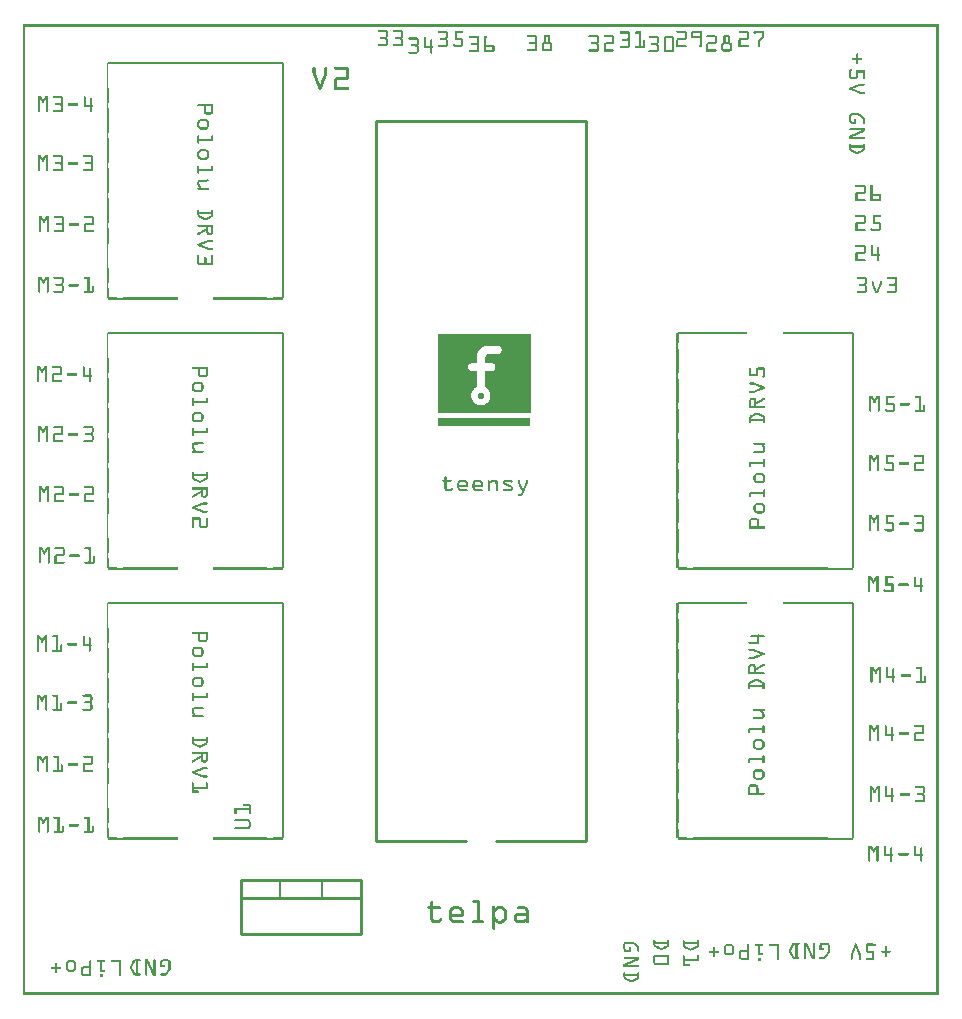
<source format=gto>
G04 MADE WITH FRITZING*
G04 WWW.FRITZING.ORG*
G04 DOUBLE SIDED*
G04 HOLES PLATED*
G04 CONTOUR ON CENTER OF CONTOUR VECTOR*
%ASAXBY*%
%FSLAX23Y23*%
%MOIN*%
%OFA0B0*%
%SFA1.0B1.0*%
%ADD10C,0.023361*%
%ADD11R,0.309167X0.027778*%
%ADD12C,0.010000*%
%ADD13C,0.005000*%
%ADD14R,0.001000X0.001000*%
%LNSILK1*%
G90*
G70*
G54D10*
X1527Y1997D03*
G54D11*
X1538Y1908D03*
G54D12*
X1875Y513D02*
X1875Y2913D01*
D02*
X1875Y2913D02*
X1175Y2913D01*
D02*
X1175Y2913D02*
X1175Y513D01*
D02*
X1875Y513D02*
X1575Y513D01*
D02*
X1475Y513D02*
X1175Y513D01*
D02*
X725Y383D02*
X1125Y383D01*
D02*
X1125Y383D02*
X1125Y203D01*
D02*
X1125Y203D02*
X725Y203D01*
D02*
X725Y203D02*
X725Y383D01*
D02*
X725Y383D02*
X1125Y383D01*
D02*
X1125Y383D02*
X1125Y323D01*
D02*
X1125Y323D02*
X725Y323D01*
D02*
X725Y323D02*
X725Y383D01*
G54D13*
D02*
X855Y383D02*
X855Y323D01*
D02*
X995Y383D02*
X995Y323D01*
G54D14*
X0Y3235D02*
X3052Y3235D01*
X0Y3234D02*
X3052Y3234D01*
X0Y3233D02*
X3052Y3233D01*
X0Y3232D02*
X3052Y3232D01*
X0Y3231D02*
X3052Y3231D01*
X0Y3230D02*
X3052Y3230D01*
X0Y3229D02*
X3052Y3229D01*
X0Y3228D02*
X3052Y3228D01*
X0Y3227D02*
X7Y3227D01*
X3045Y3227D02*
X3052Y3227D01*
X0Y3226D02*
X7Y3226D01*
X3045Y3226D02*
X3052Y3226D01*
X0Y3225D02*
X7Y3225D01*
X3045Y3225D02*
X3052Y3225D01*
X0Y3224D02*
X7Y3224D01*
X3045Y3224D02*
X3052Y3224D01*
X0Y3223D02*
X7Y3223D01*
X3045Y3223D02*
X3052Y3223D01*
X0Y3222D02*
X7Y3222D01*
X3045Y3222D02*
X3052Y3222D01*
X0Y3221D02*
X7Y3221D01*
X3045Y3221D02*
X3052Y3221D01*
X0Y3220D02*
X7Y3220D01*
X3045Y3220D02*
X3052Y3220D01*
X0Y3219D02*
X7Y3219D01*
X3045Y3219D02*
X3052Y3219D01*
X0Y3218D02*
X7Y3218D01*
X3045Y3218D02*
X3052Y3218D01*
X0Y3217D02*
X7Y3217D01*
X3045Y3217D02*
X3052Y3217D01*
X0Y3216D02*
X7Y3216D01*
X3045Y3216D02*
X3052Y3216D01*
X0Y3215D02*
X7Y3215D01*
X1183Y3215D02*
X1212Y3215D01*
X1234Y3215D02*
X1262Y3215D01*
X3045Y3215D02*
X3052Y3215D01*
X0Y3214D02*
X7Y3214D01*
X1182Y3214D02*
X1213Y3214D01*
X1233Y3214D02*
X1263Y3214D01*
X3045Y3214D02*
X3052Y3214D01*
X0Y3213D02*
X7Y3213D01*
X1182Y3213D02*
X1214Y3213D01*
X1232Y3213D02*
X1264Y3213D01*
X1384Y3213D02*
X1410Y3213D01*
X1439Y3213D02*
X1463Y3213D01*
X2182Y3213D02*
X2205Y3213D01*
X2232Y3213D02*
X2258Y3213D01*
X2389Y3213D02*
X2412Y3213D01*
X2439Y3213D02*
X2469Y3213D01*
X3045Y3213D02*
X3052Y3213D01*
X0Y3212D02*
X7Y3212D01*
X1182Y3212D02*
X1215Y3212D01*
X1232Y3212D02*
X1265Y3212D01*
X1383Y3212D02*
X1412Y3212D01*
X1439Y3212D02*
X1465Y3212D01*
X2179Y3212D02*
X2208Y3212D01*
X2229Y3212D02*
X2261Y3212D01*
X2386Y3212D02*
X2415Y3212D01*
X2437Y3212D02*
X2469Y3212D01*
X3045Y3212D02*
X3052Y3212D01*
X0Y3211D02*
X7Y3211D01*
X1182Y3211D02*
X1215Y3211D01*
X1232Y3211D02*
X1265Y3211D01*
X1382Y3211D02*
X1413Y3211D01*
X1439Y3211D02*
X1465Y3211D01*
X1991Y3211D02*
X2018Y3211D01*
X2042Y3211D02*
X2059Y3211D01*
X2178Y3211D02*
X2209Y3211D01*
X2229Y3211D02*
X2261Y3211D01*
X2386Y3211D02*
X2417Y3211D01*
X2436Y3211D02*
X2469Y3211D01*
X3045Y3211D02*
X3052Y3211D01*
X0Y3210D02*
X7Y3210D01*
X1183Y3210D02*
X1215Y3210D01*
X1233Y3210D02*
X1266Y3210D01*
X1382Y3210D02*
X1414Y3210D01*
X1439Y3210D02*
X1465Y3210D01*
X1990Y3210D02*
X2020Y3210D01*
X2040Y3210D02*
X2059Y3210D01*
X2178Y3210D02*
X2210Y3210D01*
X2228Y3210D02*
X2262Y3210D01*
X2385Y3210D02*
X2418Y3210D01*
X2436Y3210D02*
X2469Y3210D01*
X3045Y3210D02*
X3052Y3210D01*
X0Y3209D02*
X7Y3209D01*
X1184Y3209D02*
X1215Y3209D01*
X1234Y3209D02*
X1266Y3209D01*
X1382Y3209D02*
X1415Y3209D01*
X1439Y3209D02*
X1465Y3209D01*
X1990Y3209D02*
X2021Y3209D01*
X2040Y3209D02*
X2059Y3209D01*
X2178Y3209D02*
X2211Y3209D01*
X2228Y3209D02*
X2262Y3209D01*
X2385Y3209D02*
X2418Y3209D01*
X2435Y3209D02*
X2469Y3209D01*
X3045Y3209D02*
X3052Y3209D01*
X0Y3208D02*
X7Y3208D01*
X1209Y3208D02*
X1216Y3208D01*
X1260Y3208D02*
X1266Y3208D01*
X1382Y3208D02*
X1415Y3208D01*
X1439Y3208D02*
X1465Y3208D01*
X1989Y3208D02*
X2022Y3208D01*
X2040Y3208D02*
X2059Y3208D01*
X2179Y3208D02*
X2211Y3208D01*
X2228Y3208D02*
X2262Y3208D01*
X2386Y3208D02*
X2419Y3208D01*
X2435Y3208D02*
X2469Y3208D01*
X3045Y3208D02*
X3052Y3208D01*
X0Y3207D02*
X7Y3207D01*
X1209Y3207D02*
X1216Y3207D01*
X1260Y3207D02*
X1266Y3207D01*
X1383Y3207D02*
X1415Y3207D01*
X1439Y3207D02*
X1464Y3207D01*
X1989Y3207D02*
X2022Y3207D01*
X2040Y3207D02*
X2059Y3207D01*
X2179Y3207D02*
X2212Y3207D01*
X2228Y3207D02*
X2262Y3207D01*
X2386Y3207D02*
X2419Y3207D01*
X2435Y3207D02*
X2469Y3207D01*
X3045Y3207D02*
X3052Y3207D01*
X0Y3206D02*
X7Y3206D01*
X1209Y3206D02*
X1216Y3206D01*
X1260Y3206D02*
X1266Y3206D01*
X1409Y3206D02*
X1415Y3206D01*
X1439Y3206D02*
X1445Y3206D01*
X1990Y3206D02*
X2023Y3206D01*
X2040Y3206D02*
X2059Y3206D01*
X2182Y3206D02*
X2212Y3206D01*
X2228Y3206D02*
X2262Y3206D01*
X2389Y3206D02*
X2419Y3206D01*
X2436Y3206D02*
X2469Y3206D01*
X3045Y3206D02*
X3052Y3206D01*
X0Y3205D02*
X7Y3205D01*
X1209Y3205D02*
X1216Y3205D01*
X1260Y3205D02*
X1266Y3205D01*
X1409Y3205D02*
X1415Y3205D01*
X1439Y3205D02*
X1445Y3205D01*
X1991Y3205D02*
X2023Y3205D01*
X2041Y3205D02*
X2059Y3205D01*
X2206Y3205D02*
X2212Y3205D01*
X2228Y3205D02*
X2234Y3205D01*
X2256Y3205D02*
X2262Y3205D01*
X2413Y3205D02*
X2419Y3205D01*
X2436Y3205D02*
X2441Y3205D01*
X2463Y3205D02*
X2469Y3205D01*
X3045Y3205D02*
X3052Y3205D01*
X0Y3204D02*
X7Y3204D01*
X1209Y3204D02*
X1216Y3204D01*
X1260Y3204D02*
X1266Y3204D01*
X1409Y3204D02*
X1415Y3204D01*
X1439Y3204D02*
X1445Y3204D01*
X2017Y3204D02*
X2023Y3204D01*
X2053Y3204D02*
X2059Y3204D01*
X2206Y3204D02*
X2212Y3204D01*
X2228Y3204D02*
X2234Y3204D01*
X2256Y3204D02*
X2262Y3204D01*
X2413Y3204D02*
X2419Y3204D01*
X2437Y3204D02*
X2440Y3204D01*
X2463Y3204D02*
X2469Y3204D01*
X3045Y3204D02*
X3052Y3204D01*
X0Y3203D02*
X7Y3203D01*
X1209Y3203D02*
X1216Y3203D01*
X1260Y3203D02*
X1266Y3203D01*
X1409Y3203D02*
X1415Y3203D01*
X1439Y3203D02*
X1445Y3203D01*
X2017Y3203D02*
X2023Y3203D01*
X2053Y3203D02*
X2059Y3203D01*
X2206Y3203D02*
X2212Y3203D01*
X2228Y3203D02*
X2234Y3203D01*
X2256Y3203D02*
X2262Y3203D01*
X2413Y3203D02*
X2419Y3203D01*
X2463Y3203D02*
X2469Y3203D01*
X3045Y3203D02*
X3052Y3203D01*
X0Y3202D02*
X7Y3202D01*
X1209Y3202D02*
X1216Y3202D01*
X1260Y3202D02*
X1266Y3202D01*
X1409Y3202D02*
X1415Y3202D01*
X1439Y3202D02*
X1445Y3202D01*
X2017Y3202D02*
X2023Y3202D01*
X2053Y3202D02*
X2059Y3202D01*
X2206Y3202D02*
X2212Y3202D01*
X2228Y3202D02*
X2234Y3202D01*
X2256Y3202D02*
X2262Y3202D01*
X2413Y3202D02*
X2419Y3202D01*
X2463Y3202D02*
X2469Y3202D01*
X3045Y3202D02*
X3052Y3202D01*
X0Y3201D02*
X7Y3201D01*
X1209Y3201D02*
X1216Y3201D01*
X1260Y3201D02*
X1266Y3201D01*
X1409Y3201D02*
X1415Y3201D01*
X1439Y3201D02*
X1445Y3201D01*
X2017Y3201D02*
X2023Y3201D01*
X2053Y3201D02*
X2059Y3201D01*
X2206Y3201D02*
X2212Y3201D01*
X2228Y3201D02*
X2234Y3201D01*
X2256Y3201D02*
X2262Y3201D01*
X2413Y3201D02*
X2419Y3201D01*
X2463Y3201D02*
X2469Y3201D01*
X3045Y3201D02*
X3052Y3201D01*
X0Y3200D02*
X7Y3200D01*
X1209Y3200D02*
X1216Y3200D01*
X1260Y3200D02*
X1266Y3200D01*
X1409Y3200D02*
X1415Y3200D01*
X1439Y3200D02*
X1445Y3200D01*
X2017Y3200D02*
X2023Y3200D01*
X2053Y3200D02*
X2059Y3200D01*
X2206Y3200D02*
X2212Y3200D01*
X2228Y3200D02*
X2234Y3200D01*
X2256Y3200D02*
X2262Y3200D01*
X2413Y3200D02*
X2419Y3200D01*
X2463Y3200D02*
X2469Y3200D01*
X3045Y3200D02*
X3052Y3200D01*
X0Y3199D02*
X7Y3199D01*
X1209Y3199D02*
X1216Y3199D01*
X1260Y3199D02*
X1266Y3199D01*
X1409Y3199D02*
X1415Y3199D01*
X1439Y3199D02*
X1445Y3199D01*
X1681Y3199D02*
X1709Y3199D01*
X1738Y3199D02*
X1755Y3199D01*
X2017Y3199D02*
X2023Y3199D01*
X2053Y3199D02*
X2059Y3199D01*
X2206Y3199D02*
X2212Y3199D01*
X2228Y3199D02*
X2234Y3199D01*
X2256Y3199D02*
X2262Y3199D01*
X2413Y3199D02*
X2419Y3199D01*
X2463Y3199D02*
X2469Y3199D01*
X3045Y3199D02*
X3052Y3199D01*
X0Y3198D02*
X7Y3198D01*
X1209Y3198D02*
X1216Y3198D01*
X1260Y3198D02*
X1266Y3198D01*
X1409Y3198D02*
X1415Y3198D01*
X1439Y3198D02*
X1445Y3198D01*
X1680Y3198D02*
X1710Y3198D01*
X1737Y3198D02*
X1756Y3198D01*
X1887Y3198D02*
X1915Y3198D01*
X1937Y3198D02*
X1965Y3198D01*
X2017Y3198D02*
X2023Y3198D01*
X2053Y3198D02*
X2059Y3198D01*
X2206Y3198D02*
X2212Y3198D01*
X2228Y3198D02*
X2234Y3198D01*
X2256Y3198D02*
X2262Y3198D01*
X2280Y3198D02*
X2307Y3198D01*
X2337Y3198D02*
X2353Y3198D01*
X2413Y3198D02*
X2419Y3198D01*
X2463Y3198D02*
X2469Y3198D01*
X3045Y3198D02*
X3052Y3198D01*
X0Y3197D02*
X7Y3197D01*
X1209Y3197D02*
X1216Y3197D01*
X1260Y3197D02*
X1266Y3197D01*
X1409Y3197D02*
X1415Y3197D01*
X1439Y3197D02*
X1445Y3197D01*
X1490Y3197D02*
X1514Y3197D01*
X1540Y3197D02*
X1544Y3197D01*
X1680Y3197D02*
X1711Y3197D01*
X1737Y3197D02*
X1756Y3197D01*
X1886Y3197D02*
X1916Y3197D01*
X1936Y3197D02*
X1966Y3197D01*
X2017Y3197D02*
X2023Y3197D01*
X2053Y3197D02*
X2059Y3197D01*
X2206Y3197D02*
X2212Y3197D01*
X2228Y3197D02*
X2234Y3197D01*
X2256Y3197D02*
X2262Y3197D01*
X2279Y3197D02*
X2309Y3197D01*
X2336Y3197D02*
X2354Y3197D01*
X2413Y3197D02*
X2419Y3197D01*
X2463Y3197D02*
X2469Y3197D01*
X3045Y3197D02*
X3052Y3197D01*
X0Y3196D02*
X7Y3196D01*
X1209Y3196D02*
X1216Y3196D01*
X1260Y3196D02*
X1266Y3196D01*
X1409Y3196D02*
X1415Y3196D01*
X1439Y3196D02*
X1445Y3196D01*
X1488Y3196D02*
X1517Y3196D01*
X1538Y3196D02*
X1545Y3196D01*
X1680Y3196D02*
X1712Y3196D01*
X1737Y3196D02*
X1756Y3196D01*
X1886Y3196D02*
X1917Y3196D01*
X1936Y3196D02*
X1967Y3196D01*
X2017Y3196D02*
X2023Y3196D01*
X2053Y3196D02*
X2059Y3196D01*
X2088Y3196D02*
X2114Y3196D01*
X2141Y3196D02*
X2164Y3196D01*
X2206Y3196D02*
X2212Y3196D01*
X2228Y3196D02*
X2234Y3196D01*
X2256Y3196D02*
X2262Y3196D01*
X2278Y3196D02*
X2310Y3196D01*
X2335Y3196D02*
X2355Y3196D01*
X2413Y3196D02*
X2419Y3196D01*
X2463Y3196D02*
X2469Y3196D01*
X3045Y3196D02*
X3052Y3196D01*
X0Y3195D02*
X7Y3195D01*
X1209Y3195D02*
X1215Y3195D01*
X1260Y3195D02*
X1266Y3195D01*
X1409Y3195D02*
X1415Y3195D01*
X1439Y3195D02*
X1445Y3195D01*
X1487Y3195D02*
X1518Y3195D01*
X1537Y3195D02*
X1546Y3195D01*
X1680Y3195D02*
X1713Y3195D01*
X1737Y3195D02*
X1756Y3195D01*
X1885Y3195D02*
X1918Y3195D01*
X1936Y3195D02*
X1968Y3195D01*
X2017Y3195D02*
X2023Y3195D01*
X2053Y3195D02*
X2059Y3195D01*
X2086Y3195D02*
X2116Y3195D01*
X2139Y3195D02*
X2166Y3195D01*
X2206Y3195D02*
X2212Y3195D01*
X2228Y3195D02*
X2262Y3195D01*
X2278Y3195D02*
X2311Y3195D01*
X2335Y3195D02*
X2355Y3195D01*
X2413Y3195D02*
X2419Y3195D01*
X2463Y3195D02*
X2469Y3195D01*
X3045Y3195D02*
X3052Y3195D01*
X0Y3194D02*
X7Y3194D01*
X1209Y3194D02*
X1215Y3194D01*
X1259Y3194D02*
X1266Y3194D01*
X1409Y3194D02*
X1415Y3194D01*
X1439Y3194D02*
X1445Y3194D01*
X1487Y3194D02*
X1519Y3194D01*
X1537Y3194D02*
X1546Y3194D01*
X1680Y3194D02*
X1713Y3194D01*
X1737Y3194D02*
X1756Y3194D01*
X1886Y3194D02*
X1918Y3194D01*
X1936Y3194D02*
X1969Y3194D01*
X2017Y3194D02*
X2023Y3194D01*
X2053Y3194D02*
X2059Y3194D01*
X2086Y3194D02*
X2117Y3194D01*
X2137Y3194D02*
X2167Y3194D01*
X2206Y3194D02*
X2212Y3194D01*
X2228Y3194D02*
X2262Y3194D01*
X2278Y3194D02*
X2311Y3194D01*
X2335Y3194D02*
X2355Y3194D01*
X2413Y3194D02*
X2419Y3194D01*
X2463Y3194D02*
X2469Y3194D01*
X3045Y3194D02*
X3052Y3194D01*
X0Y3193D02*
X7Y3193D01*
X1208Y3193D02*
X1215Y3193D01*
X1258Y3193D02*
X1265Y3193D01*
X1409Y3193D02*
X1415Y3193D01*
X1439Y3193D02*
X1445Y3193D01*
X1487Y3193D02*
X1520Y3193D01*
X1537Y3193D02*
X1546Y3193D01*
X1682Y3193D02*
X1713Y3193D01*
X1737Y3193D02*
X1756Y3193D01*
X1886Y3193D02*
X1919Y3193D01*
X1936Y3193D02*
X1969Y3193D01*
X2017Y3193D02*
X2023Y3193D01*
X2053Y3193D02*
X2059Y3193D01*
X2085Y3193D02*
X2118Y3193D01*
X2137Y3193D02*
X2168Y3193D01*
X2206Y3193D02*
X2212Y3193D01*
X2228Y3193D02*
X2262Y3193D01*
X2279Y3193D02*
X2312Y3193D01*
X2335Y3193D02*
X2355Y3193D01*
X2413Y3193D02*
X2419Y3193D01*
X2463Y3193D02*
X2469Y3193D01*
X3045Y3193D02*
X3052Y3193D01*
X0Y3192D02*
X7Y3192D01*
X1191Y3192D02*
X1215Y3192D01*
X1241Y3192D02*
X1265Y3192D01*
X1409Y3192D02*
X1415Y3192D01*
X1439Y3192D02*
X1445Y3192D01*
X1487Y3192D02*
X1520Y3192D01*
X1537Y3192D02*
X1546Y3192D01*
X1707Y3192D02*
X1713Y3192D01*
X1737Y3192D02*
X1743Y3192D01*
X1750Y3192D02*
X1756Y3192D01*
X1887Y3192D02*
X1919Y3192D01*
X1938Y3192D02*
X1969Y3192D01*
X2017Y3192D02*
X2023Y3192D01*
X2053Y3192D02*
X2059Y3192D01*
X2085Y3192D02*
X2118Y3192D01*
X2136Y3192D02*
X2168Y3192D01*
X2206Y3192D02*
X2212Y3192D01*
X2228Y3192D02*
X2262Y3192D01*
X2280Y3192D02*
X2312Y3192D01*
X2335Y3192D02*
X2355Y3192D01*
X2413Y3192D02*
X2419Y3192D01*
X2461Y3192D02*
X2469Y3192D01*
X3045Y3192D02*
X3052Y3192D01*
X0Y3191D02*
X7Y3191D01*
X1190Y3191D02*
X1214Y3191D01*
X1240Y3191D02*
X1265Y3191D01*
X1286Y3191D02*
X1314Y3191D01*
X1338Y3191D02*
X1341Y3191D01*
X1408Y3191D02*
X1415Y3191D01*
X1439Y3191D02*
X1445Y3191D01*
X1488Y3191D02*
X1520Y3191D01*
X1537Y3191D02*
X1545Y3191D01*
X1707Y3191D02*
X1713Y3191D01*
X1737Y3191D02*
X1743Y3191D01*
X1750Y3191D02*
X1756Y3191D01*
X1913Y3191D02*
X1919Y3191D01*
X1963Y3191D02*
X1969Y3191D01*
X2017Y3191D02*
X2023Y3191D01*
X2053Y3191D02*
X2059Y3191D01*
X2086Y3191D02*
X2119Y3191D01*
X2136Y3191D02*
X2169Y3191D01*
X2206Y3191D02*
X2212Y3191D01*
X2228Y3191D02*
X2262Y3191D01*
X2306Y3191D02*
X2312Y3191D01*
X2335Y3191D02*
X2341Y3191D01*
X2349Y3191D02*
X2355Y3191D01*
X2413Y3191D02*
X2419Y3191D01*
X2460Y3191D02*
X2469Y3191D01*
X3045Y3191D02*
X3052Y3191D01*
X0Y3190D02*
X7Y3190D01*
X1189Y3190D02*
X1214Y3190D01*
X1239Y3190D02*
X1264Y3190D01*
X1285Y3190D02*
X1315Y3190D01*
X1337Y3190D02*
X1342Y3190D01*
X1407Y3190D02*
X1415Y3190D01*
X1439Y3190D02*
X1445Y3190D01*
X1514Y3190D02*
X1520Y3190D01*
X1537Y3190D02*
X1543Y3190D01*
X1707Y3190D02*
X1713Y3190D01*
X1737Y3190D02*
X1743Y3190D01*
X1750Y3190D02*
X1756Y3190D01*
X1913Y3190D02*
X1919Y3190D01*
X1963Y3190D02*
X1969Y3190D01*
X2017Y3190D02*
X2023Y3190D01*
X2053Y3190D02*
X2059Y3190D01*
X2087Y3190D02*
X2119Y3190D01*
X2136Y3190D02*
X2169Y3190D01*
X2206Y3190D02*
X2212Y3190D01*
X2229Y3190D02*
X2262Y3190D01*
X2306Y3190D02*
X2312Y3190D01*
X2335Y3190D02*
X2341Y3190D01*
X2349Y3190D02*
X2355Y3190D01*
X2413Y3190D02*
X2419Y3190D01*
X2459Y3190D02*
X2468Y3190D01*
X3045Y3190D02*
X3052Y3190D01*
X0Y3189D02*
X7Y3189D01*
X1189Y3189D02*
X1213Y3189D01*
X1239Y3189D02*
X1263Y3189D01*
X1285Y3189D02*
X1316Y3189D01*
X1337Y3189D02*
X1342Y3189D01*
X1390Y3189D02*
X1414Y3189D01*
X1439Y3189D02*
X1461Y3189D01*
X1514Y3189D02*
X1520Y3189D01*
X1537Y3189D02*
X1543Y3189D01*
X1707Y3189D02*
X1713Y3189D01*
X1737Y3189D02*
X1743Y3189D01*
X1750Y3189D02*
X1756Y3189D01*
X1913Y3189D02*
X1919Y3189D01*
X1963Y3189D02*
X1969Y3189D01*
X2016Y3189D02*
X2023Y3189D01*
X2053Y3189D02*
X2059Y3189D01*
X2113Y3189D02*
X2119Y3189D01*
X2136Y3189D02*
X2142Y3189D01*
X2163Y3189D02*
X2169Y3189D01*
X2183Y3189D02*
X2212Y3189D01*
X2230Y3189D02*
X2262Y3189D01*
X2306Y3189D02*
X2312Y3189D01*
X2335Y3189D02*
X2341Y3189D01*
X2349Y3189D02*
X2355Y3189D01*
X2390Y3189D02*
X2419Y3189D01*
X2458Y3189D02*
X2468Y3189D01*
X3045Y3189D02*
X3052Y3189D01*
X0Y3188D02*
X7Y3188D01*
X1189Y3188D02*
X1213Y3188D01*
X1239Y3188D02*
X1263Y3188D01*
X1285Y3188D02*
X1317Y3188D01*
X1336Y3188D02*
X1342Y3188D01*
X1389Y3188D02*
X1414Y3188D01*
X1439Y3188D02*
X1463Y3188D01*
X1514Y3188D02*
X1520Y3188D01*
X1537Y3188D02*
X1543Y3188D01*
X1707Y3188D02*
X1713Y3188D01*
X1737Y3188D02*
X1743Y3188D01*
X1750Y3188D02*
X1756Y3188D01*
X1913Y3188D02*
X1919Y3188D01*
X1963Y3188D02*
X1969Y3188D01*
X2014Y3188D02*
X2022Y3188D01*
X2053Y3188D02*
X2059Y3188D01*
X2113Y3188D02*
X2119Y3188D01*
X2136Y3188D02*
X2142Y3188D01*
X2163Y3188D02*
X2169Y3188D01*
X2181Y3188D02*
X2212Y3188D01*
X2256Y3188D02*
X2262Y3188D01*
X2306Y3188D02*
X2312Y3188D01*
X2335Y3188D02*
X2341Y3188D01*
X2349Y3188D02*
X2355Y3188D01*
X2388Y3188D02*
X2419Y3188D01*
X2457Y3188D02*
X2466Y3188D01*
X3045Y3188D02*
X3052Y3188D01*
X0Y3187D02*
X7Y3187D01*
X1189Y3187D02*
X1214Y3187D01*
X1240Y3187D02*
X1264Y3187D01*
X1285Y3187D02*
X1318Y3187D01*
X1336Y3187D02*
X1342Y3187D01*
X1389Y3187D02*
X1413Y3187D01*
X1439Y3187D02*
X1464Y3187D01*
X1514Y3187D02*
X1520Y3187D01*
X1537Y3187D02*
X1543Y3187D01*
X1707Y3187D02*
X1713Y3187D01*
X1737Y3187D02*
X1743Y3187D01*
X1750Y3187D02*
X1756Y3187D01*
X1913Y3187D02*
X1919Y3187D01*
X1963Y3187D02*
X1969Y3187D01*
X1998Y3187D02*
X2022Y3187D01*
X2053Y3187D02*
X2059Y3187D01*
X2113Y3187D02*
X2119Y3187D01*
X2136Y3187D02*
X2142Y3187D01*
X2163Y3187D02*
X2169Y3187D01*
X2180Y3187D02*
X2211Y3187D01*
X2256Y3187D02*
X2262Y3187D01*
X2306Y3187D02*
X2312Y3187D01*
X2335Y3187D02*
X2341Y3187D01*
X2349Y3187D02*
X2355Y3187D01*
X2387Y3187D02*
X2418Y3187D01*
X2455Y3187D02*
X2465Y3187D01*
X3045Y3187D02*
X3052Y3187D01*
X0Y3186D02*
X7Y3186D01*
X1190Y3186D02*
X1215Y3186D01*
X1240Y3186D02*
X1265Y3186D01*
X1285Y3186D02*
X1318Y3186D01*
X1336Y3186D02*
X1342Y3186D01*
X1389Y3186D02*
X1413Y3186D01*
X1439Y3186D02*
X1465Y3186D01*
X1514Y3186D02*
X1520Y3186D01*
X1537Y3186D02*
X1543Y3186D01*
X1707Y3186D02*
X1713Y3186D01*
X1737Y3186D02*
X1743Y3186D01*
X1750Y3186D02*
X1756Y3186D01*
X1913Y3186D02*
X1919Y3186D01*
X1963Y3186D02*
X1969Y3186D01*
X1997Y3186D02*
X2021Y3186D01*
X2053Y3186D02*
X2059Y3186D01*
X2113Y3186D02*
X2119Y3186D01*
X2136Y3186D02*
X2142Y3186D01*
X2163Y3186D02*
X2169Y3186D01*
X2179Y3186D02*
X2211Y3186D01*
X2256Y3186D02*
X2262Y3186D01*
X2306Y3186D02*
X2312Y3186D01*
X2335Y3186D02*
X2341Y3186D01*
X2349Y3186D02*
X2355Y3186D01*
X2386Y3186D02*
X2418Y3186D01*
X2454Y3186D02*
X2464Y3186D01*
X3045Y3186D02*
X3052Y3186D01*
X0Y3185D02*
X7Y3185D01*
X1207Y3185D02*
X1215Y3185D01*
X1257Y3185D02*
X1265Y3185D01*
X1286Y3185D02*
X1318Y3185D01*
X1336Y3185D02*
X1342Y3185D01*
X1359Y3185D02*
X1362Y3185D01*
X1389Y3185D02*
X1413Y3185D01*
X1439Y3185D02*
X1465Y3185D01*
X1514Y3185D02*
X1520Y3185D01*
X1537Y3185D02*
X1543Y3185D01*
X1707Y3185D02*
X1713Y3185D01*
X1737Y3185D02*
X1743Y3185D01*
X1750Y3185D02*
X1756Y3185D01*
X1913Y3185D02*
X1919Y3185D01*
X1963Y3185D02*
X1969Y3185D01*
X1996Y3185D02*
X2021Y3185D01*
X2053Y3185D02*
X2059Y3185D01*
X2113Y3185D02*
X2119Y3185D01*
X2136Y3185D02*
X2142Y3185D01*
X2163Y3185D02*
X2169Y3185D01*
X2179Y3185D02*
X2210Y3185D01*
X2256Y3185D02*
X2262Y3185D01*
X2306Y3185D02*
X2312Y3185D01*
X2335Y3185D02*
X2341Y3185D01*
X2349Y3185D02*
X2355Y3185D01*
X2386Y3185D02*
X2417Y3185D01*
X2453Y3185D02*
X2463Y3185D01*
X3045Y3185D02*
X3052Y3185D01*
X0Y3184D02*
X7Y3184D01*
X1208Y3184D02*
X1215Y3184D01*
X1259Y3184D02*
X1265Y3184D01*
X1312Y3184D02*
X1318Y3184D01*
X1336Y3184D02*
X1342Y3184D01*
X1358Y3184D02*
X1363Y3184D01*
X1389Y3184D02*
X1414Y3184D01*
X1439Y3184D02*
X1465Y3184D01*
X1514Y3184D02*
X1520Y3184D01*
X1537Y3184D02*
X1543Y3184D01*
X1707Y3184D02*
X1713Y3184D01*
X1737Y3184D02*
X1743Y3184D01*
X1750Y3184D02*
X1756Y3184D01*
X1913Y3184D02*
X1919Y3184D01*
X1963Y3184D02*
X1969Y3184D01*
X1996Y3184D02*
X2020Y3184D01*
X2053Y3184D02*
X2059Y3184D01*
X2113Y3184D02*
X2119Y3184D01*
X2136Y3184D02*
X2142Y3184D01*
X2163Y3184D02*
X2169Y3184D01*
X2178Y3184D02*
X2209Y3184D01*
X2256Y3184D02*
X2262Y3184D01*
X2306Y3184D02*
X2312Y3184D01*
X2335Y3184D02*
X2341Y3184D01*
X2349Y3184D02*
X2355Y3184D01*
X2385Y3184D02*
X2416Y3184D01*
X2452Y3184D02*
X2462Y3184D01*
X3045Y3184D02*
X3052Y3184D01*
X0Y3183D02*
X7Y3183D01*
X1209Y3183D02*
X1215Y3183D01*
X1259Y3183D02*
X1266Y3183D01*
X1312Y3183D02*
X1318Y3183D01*
X1336Y3183D02*
X1342Y3183D01*
X1357Y3183D02*
X1363Y3183D01*
X1391Y3183D02*
X1415Y3183D01*
X1439Y3183D02*
X1465Y3183D01*
X1514Y3183D02*
X1520Y3183D01*
X1537Y3183D02*
X1543Y3183D01*
X1707Y3183D02*
X1713Y3183D01*
X1737Y3183D02*
X1743Y3183D01*
X1750Y3183D02*
X1756Y3183D01*
X1913Y3183D02*
X1919Y3183D01*
X1963Y3183D02*
X1969Y3183D01*
X1996Y3183D02*
X2021Y3183D01*
X2053Y3183D02*
X2059Y3183D01*
X2113Y3183D02*
X2119Y3183D01*
X2136Y3183D02*
X2142Y3183D01*
X2163Y3183D02*
X2169Y3183D01*
X2178Y3183D02*
X2207Y3183D01*
X2256Y3183D02*
X2262Y3183D01*
X2306Y3183D02*
X2312Y3183D01*
X2335Y3183D02*
X2341Y3183D01*
X2349Y3183D02*
X2355Y3183D01*
X2385Y3183D02*
X2414Y3183D01*
X2451Y3183D02*
X2461Y3183D01*
X3045Y3183D02*
X3052Y3183D01*
X0Y3182D02*
X7Y3182D01*
X1209Y3182D02*
X1215Y3182D01*
X1260Y3182D02*
X1266Y3182D01*
X1312Y3182D02*
X1318Y3182D01*
X1336Y3182D02*
X1342Y3182D01*
X1357Y3182D02*
X1363Y3182D01*
X1408Y3182D02*
X1415Y3182D01*
X1459Y3182D02*
X1466Y3182D01*
X1514Y3182D02*
X1520Y3182D01*
X1537Y3182D02*
X1543Y3182D01*
X1707Y3182D02*
X1713Y3182D01*
X1737Y3182D02*
X1743Y3182D01*
X1750Y3182D02*
X1756Y3182D01*
X1913Y3182D02*
X1919Y3182D01*
X1963Y3182D02*
X1969Y3182D01*
X1997Y3182D02*
X2022Y3182D01*
X2053Y3182D02*
X2059Y3182D01*
X2113Y3182D02*
X2119Y3182D01*
X2136Y3182D02*
X2142Y3182D01*
X2163Y3182D02*
X2169Y3182D01*
X2178Y3182D02*
X2184Y3182D01*
X2256Y3182D02*
X2262Y3182D01*
X2306Y3182D02*
X2312Y3182D01*
X2335Y3182D02*
X2341Y3182D01*
X2349Y3182D02*
X2355Y3182D01*
X2385Y3182D02*
X2391Y3182D01*
X2450Y3182D02*
X2459Y3182D01*
X3045Y3182D02*
X3052Y3182D01*
X0Y3181D02*
X7Y3181D01*
X1209Y3181D02*
X1216Y3181D01*
X1260Y3181D02*
X1266Y3181D01*
X1312Y3181D02*
X1318Y3181D01*
X1336Y3181D02*
X1342Y3181D01*
X1357Y3181D02*
X1363Y3181D01*
X1409Y3181D02*
X1415Y3181D01*
X1459Y3181D02*
X1466Y3181D01*
X1514Y3181D02*
X1520Y3181D01*
X1537Y3181D02*
X1543Y3181D01*
X1707Y3181D02*
X1713Y3181D01*
X1737Y3181D02*
X1743Y3181D01*
X1750Y3181D02*
X1756Y3181D01*
X1913Y3181D02*
X1919Y3181D01*
X1963Y3181D02*
X1969Y3181D01*
X1998Y3181D02*
X2022Y3181D01*
X2053Y3181D02*
X2059Y3181D01*
X2068Y3181D02*
X2072Y3181D01*
X2113Y3181D02*
X2119Y3181D01*
X2136Y3181D02*
X2142Y3181D01*
X2163Y3181D02*
X2169Y3181D01*
X2178Y3181D02*
X2184Y3181D01*
X2256Y3181D02*
X2262Y3181D01*
X2306Y3181D02*
X2312Y3181D01*
X2335Y3181D02*
X2341Y3181D01*
X2349Y3181D02*
X2355Y3181D01*
X2385Y3181D02*
X2391Y3181D01*
X2449Y3181D02*
X2458Y3181D01*
X3045Y3181D02*
X3052Y3181D01*
X0Y3180D02*
X7Y3180D01*
X1209Y3180D02*
X1216Y3180D01*
X1260Y3180D02*
X1266Y3180D01*
X1312Y3180D02*
X1318Y3180D01*
X1336Y3180D02*
X1342Y3180D01*
X1357Y3180D02*
X1363Y3180D01*
X1409Y3180D02*
X1415Y3180D01*
X1459Y3180D02*
X1466Y3180D01*
X1514Y3180D02*
X1520Y3180D01*
X1537Y3180D02*
X1543Y3180D01*
X1707Y3180D02*
X1713Y3180D01*
X1737Y3180D02*
X1743Y3180D01*
X1750Y3180D02*
X1756Y3180D01*
X1913Y3180D02*
X1919Y3180D01*
X1963Y3180D02*
X1969Y3180D01*
X2015Y3180D02*
X2022Y3180D01*
X2053Y3180D02*
X2059Y3180D01*
X2068Y3180D02*
X2073Y3180D01*
X2113Y3180D02*
X2119Y3180D01*
X2136Y3180D02*
X2142Y3180D01*
X2163Y3180D02*
X2169Y3180D01*
X2178Y3180D02*
X2184Y3180D01*
X2256Y3180D02*
X2262Y3180D01*
X2306Y3180D02*
X2312Y3180D01*
X2335Y3180D02*
X2341Y3180D01*
X2349Y3180D02*
X2355Y3180D01*
X2385Y3180D02*
X2391Y3180D01*
X2449Y3180D02*
X2457Y3180D01*
X3045Y3180D02*
X3052Y3180D01*
X0Y3179D02*
X7Y3179D01*
X1209Y3179D02*
X1216Y3179D01*
X1260Y3179D02*
X1266Y3179D01*
X1312Y3179D02*
X1318Y3179D01*
X1336Y3179D02*
X1342Y3179D01*
X1357Y3179D02*
X1363Y3179D01*
X1409Y3179D02*
X1415Y3179D01*
X1459Y3179D02*
X1466Y3179D01*
X1514Y3179D02*
X1520Y3179D01*
X1537Y3179D02*
X1543Y3179D01*
X1707Y3179D02*
X1713Y3179D01*
X1737Y3179D02*
X1743Y3179D01*
X1750Y3179D02*
X1756Y3179D01*
X1913Y3179D02*
X1919Y3179D01*
X1963Y3179D02*
X1969Y3179D01*
X2016Y3179D02*
X2023Y3179D01*
X2053Y3179D02*
X2059Y3179D01*
X2067Y3179D02*
X2073Y3179D01*
X2113Y3179D02*
X2119Y3179D01*
X2136Y3179D02*
X2142Y3179D01*
X2163Y3179D02*
X2169Y3179D01*
X2178Y3179D02*
X2184Y3179D01*
X2256Y3179D02*
X2262Y3179D01*
X2306Y3179D02*
X2312Y3179D01*
X2335Y3179D02*
X2341Y3179D01*
X2349Y3179D02*
X2355Y3179D01*
X2385Y3179D02*
X2391Y3179D01*
X2449Y3179D02*
X2456Y3179D01*
X3045Y3179D02*
X3052Y3179D01*
X0Y3178D02*
X7Y3178D01*
X1209Y3178D02*
X1216Y3178D01*
X1260Y3178D02*
X1266Y3178D01*
X1312Y3178D02*
X1318Y3178D01*
X1336Y3178D02*
X1342Y3178D01*
X1357Y3178D02*
X1363Y3178D01*
X1409Y3178D02*
X1415Y3178D01*
X1459Y3178D02*
X1466Y3178D01*
X1514Y3178D02*
X1520Y3178D01*
X1537Y3178D02*
X1543Y3178D01*
X1707Y3178D02*
X1713Y3178D01*
X1737Y3178D02*
X1743Y3178D01*
X1750Y3178D02*
X1756Y3178D01*
X1913Y3178D02*
X1919Y3178D01*
X1963Y3178D02*
X1969Y3178D01*
X2017Y3178D02*
X2023Y3178D01*
X2053Y3178D02*
X2059Y3178D01*
X2067Y3178D02*
X2073Y3178D01*
X2113Y3178D02*
X2119Y3178D01*
X2136Y3178D02*
X2142Y3178D01*
X2163Y3178D02*
X2169Y3178D01*
X2178Y3178D02*
X2184Y3178D01*
X2256Y3178D02*
X2262Y3178D01*
X2306Y3178D02*
X2312Y3178D01*
X2335Y3178D02*
X2341Y3178D01*
X2349Y3178D02*
X2355Y3178D01*
X2385Y3178D02*
X2391Y3178D01*
X2449Y3178D02*
X2455Y3178D01*
X3045Y3178D02*
X3052Y3178D01*
X0Y3177D02*
X7Y3177D01*
X1209Y3177D02*
X1216Y3177D01*
X1260Y3177D02*
X1266Y3177D01*
X1312Y3177D02*
X1318Y3177D01*
X1336Y3177D02*
X1342Y3177D01*
X1357Y3177D02*
X1363Y3177D01*
X1409Y3177D02*
X1415Y3177D01*
X1459Y3177D02*
X1466Y3177D01*
X1514Y3177D02*
X1520Y3177D01*
X1537Y3177D02*
X1543Y3177D01*
X1706Y3177D02*
X1713Y3177D01*
X1737Y3177D02*
X1743Y3177D01*
X1750Y3177D02*
X1756Y3177D01*
X1912Y3177D02*
X1919Y3177D01*
X1963Y3177D02*
X1969Y3177D01*
X2017Y3177D02*
X2023Y3177D01*
X2053Y3177D02*
X2059Y3177D01*
X2067Y3177D02*
X2073Y3177D01*
X2113Y3177D02*
X2119Y3177D01*
X2136Y3177D02*
X2142Y3177D01*
X2163Y3177D02*
X2169Y3177D01*
X2178Y3177D02*
X2184Y3177D01*
X2256Y3177D02*
X2262Y3177D01*
X2306Y3177D02*
X2312Y3177D01*
X2335Y3177D02*
X2341Y3177D01*
X2349Y3177D02*
X2355Y3177D01*
X2385Y3177D02*
X2391Y3177D01*
X2449Y3177D02*
X2455Y3177D01*
X3045Y3177D02*
X3052Y3177D01*
X0Y3176D02*
X7Y3176D01*
X1209Y3176D02*
X1216Y3176D01*
X1260Y3176D02*
X1266Y3176D01*
X1312Y3176D02*
X1318Y3176D01*
X1336Y3176D02*
X1342Y3176D01*
X1357Y3176D02*
X1363Y3176D01*
X1409Y3176D02*
X1415Y3176D01*
X1459Y3176D02*
X1466Y3176D01*
X1514Y3176D02*
X1520Y3176D01*
X1537Y3176D02*
X1543Y3176D01*
X1689Y3176D02*
X1712Y3176D01*
X1736Y3176D02*
X1757Y3176D01*
X1912Y3176D02*
X1919Y3176D01*
X1963Y3176D02*
X1969Y3176D01*
X2017Y3176D02*
X2023Y3176D01*
X2053Y3176D02*
X2059Y3176D01*
X2067Y3176D02*
X2073Y3176D01*
X2113Y3176D02*
X2119Y3176D01*
X2136Y3176D02*
X2142Y3176D01*
X2163Y3176D02*
X2169Y3176D01*
X2178Y3176D02*
X2184Y3176D01*
X2256Y3176D02*
X2262Y3176D01*
X2306Y3176D02*
X2312Y3176D01*
X2335Y3176D02*
X2341Y3176D01*
X2349Y3176D02*
X2355Y3176D01*
X2385Y3176D02*
X2391Y3176D01*
X2449Y3176D02*
X2455Y3176D01*
X3045Y3176D02*
X3052Y3176D01*
X0Y3175D02*
X7Y3175D01*
X1209Y3175D02*
X1216Y3175D01*
X1260Y3175D02*
X1266Y3175D01*
X1312Y3175D02*
X1318Y3175D01*
X1336Y3175D02*
X1342Y3175D01*
X1357Y3175D02*
X1363Y3175D01*
X1409Y3175D02*
X1415Y3175D01*
X1459Y3175D02*
X1466Y3175D01*
X1514Y3175D02*
X1520Y3175D01*
X1537Y3175D02*
X1543Y3175D01*
X1687Y3175D02*
X1712Y3175D01*
X1733Y3175D02*
X1760Y3175D01*
X1895Y3175D02*
X1918Y3175D01*
X1942Y3175D02*
X1969Y3175D01*
X2017Y3175D02*
X2023Y3175D01*
X2053Y3175D02*
X2059Y3175D01*
X2067Y3175D02*
X2073Y3175D01*
X2113Y3175D02*
X2119Y3175D01*
X2136Y3175D02*
X2142Y3175D01*
X2163Y3175D02*
X2169Y3175D01*
X2178Y3175D02*
X2184Y3175D01*
X2256Y3175D02*
X2262Y3175D01*
X2285Y3175D02*
X2312Y3175D01*
X2334Y3175D02*
X2356Y3175D01*
X2385Y3175D02*
X2391Y3175D01*
X2449Y3175D02*
X2455Y3175D01*
X3045Y3175D02*
X3052Y3175D01*
X0Y3174D02*
X7Y3174D01*
X1209Y3174D02*
X1216Y3174D01*
X1260Y3174D02*
X1266Y3174D01*
X1312Y3174D02*
X1318Y3174D01*
X1336Y3174D02*
X1342Y3174D01*
X1357Y3174D02*
X1363Y3174D01*
X1409Y3174D02*
X1415Y3174D01*
X1459Y3174D02*
X1466Y3174D01*
X1512Y3174D02*
X1520Y3174D01*
X1537Y3174D02*
X1543Y3174D01*
X1687Y3174D02*
X1711Y3174D01*
X1732Y3174D02*
X1761Y3174D01*
X1893Y3174D02*
X1918Y3174D01*
X1939Y3174D02*
X1969Y3174D01*
X2017Y3174D02*
X2023Y3174D01*
X2053Y3174D02*
X2059Y3174D01*
X2067Y3174D02*
X2073Y3174D01*
X2112Y3174D02*
X2119Y3174D01*
X2136Y3174D02*
X2142Y3174D01*
X2163Y3174D02*
X2169Y3174D01*
X2178Y3174D02*
X2184Y3174D01*
X2256Y3174D02*
X2262Y3174D01*
X2282Y3174D02*
X2312Y3174D01*
X2332Y3174D02*
X2358Y3174D01*
X2385Y3174D02*
X2391Y3174D01*
X2449Y3174D02*
X2455Y3174D01*
X3045Y3174D02*
X3052Y3174D01*
X0Y3173D02*
X7Y3173D01*
X1209Y3173D02*
X1216Y3173D01*
X1260Y3173D02*
X1266Y3173D01*
X1312Y3173D02*
X1318Y3173D01*
X1336Y3173D02*
X1342Y3173D01*
X1357Y3173D02*
X1363Y3173D01*
X1409Y3173D02*
X1415Y3173D01*
X1459Y3173D02*
X1466Y3173D01*
X1495Y3173D02*
X1519Y3173D01*
X1537Y3173D02*
X1543Y3173D01*
X1686Y3173D02*
X1711Y3173D01*
X1731Y3173D02*
X1762Y3173D01*
X1893Y3173D02*
X1917Y3173D01*
X1938Y3173D02*
X1969Y3173D01*
X2017Y3173D02*
X2023Y3173D01*
X2053Y3173D02*
X2059Y3173D01*
X2067Y3173D02*
X2073Y3173D01*
X2111Y3173D02*
X2118Y3173D01*
X2136Y3173D02*
X2142Y3173D01*
X2163Y3173D02*
X2169Y3173D01*
X2178Y3173D02*
X2184Y3173D01*
X2256Y3173D02*
X2262Y3173D01*
X2280Y3173D02*
X2311Y3173D01*
X2330Y3173D02*
X2360Y3173D01*
X2385Y3173D02*
X2391Y3173D01*
X2449Y3173D02*
X2455Y3173D01*
X3045Y3173D02*
X3052Y3173D01*
X0Y3172D02*
X7Y3172D01*
X1209Y3172D02*
X1216Y3172D01*
X1260Y3172D02*
X1266Y3172D01*
X1312Y3172D02*
X1318Y3172D01*
X1336Y3172D02*
X1342Y3172D01*
X1357Y3172D02*
X1363Y3172D01*
X1409Y3172D02*
X1415Y3172D01*
X1459Y3172D02*
X1466Y3172D01*
X1494Y3172D02*
X1519Y3172D01*
X1537Y3172D02*
X1543Y3172D01*
X1687Y3172D02*
X1711Y3172D01*
X1730Y3172D02*
X1763Y3172D01*
X1892Y3172D02*
X1917Y3172D01*
X1937Y3172D02*
X1968Y3172D01*
X2017Y3172D02*
X2023Y3172D01*
X2053Y3172D02*
X2059Y3172D01*
X2067Y3172D02*
X2073Y3172D01*
X2094Y3172D02*
X2118Y3172D01*
X2136Y3172D02*
X2142Y3172D01*
X2163Y3172D02*
X2169Y3172D01*
X2178Y3172D02*
X2184Y3172D01*
X2256Y3172D02*
X2262Y3172D01*
X2279Y3172D02*
X2311Y3172D01*
X2330Y3172D02*
X2361Y3172D01*
X2385Y3172D02*
X2391Y3172D01*
X2449Y3172D02*
X2455Y3172D01*
X3045Y3172D02*
X3052Y3172D01*
X0Y3171D02*
X7Y3171D01*
X1209Y3171D02*
X1216Y3171D01*
X1260Y3171D02*
X1266Y3171D01*
X1312Y3171D02*
X1318Y3171D01*
X1336Y3171D02*
X1342Y3171D01*
X1357Y3171D02*
X1363Y3171D01*
X1409Y3171D02*
X1415Y3171D01*
X1459Y3171D02*
X1466Y3171D01*
X1494Y3171D02*
X1518Y3171D01*
X1537Y3171D02*
X1543Y3171D01*
X1687Y3171D02*
X1712Y3171D01*
X1730Y3171D02*
X1763Y3171D01*
X1892Y3171D02*
X1917Y3171D01*
X1936Y3171D02*
X1968Y3171D01*
X2017Y3171D02*
X2023Y3171D01*
X2053Y3171D02*
X2059Y3171D01*
X2067Y3171D02*
X2073Y3171D01*
X2093Y3171D02*
X2117Y3171D01*
X2136Y3171D02*
X2142Y3171D01*
X2163Y3171D02*
X2169Y3171D01*
X2178Y3171D02*
X2184Y3171D01*
X2256Y3171D02*
X2262Y3171D01*
X2279Y3171D02*
X2310Y3171D01*
X2329Y3171D02*
X2361Y3171D01*
X2385Y3171D02*
X2391Y3171D01*
X2449Y3171D02*
X2455Y3171D01*
X3045Y3171D02*
X3052Y3171D01*
X0Y3170D02*
X7Y3170D01*
X1209Y3170D02*
X1216Y3170D01*
X1260Y3170D02*
X1266Y3170D01*
X1312Y3170D02*
X1318Y3170D01*
X1336Y3170D02*
X1342Y3170D01*
X1357Y3170D02*
X1363Y3170D01*
X1409Y3170D02*
X1415Y3170D01*
X1459Y3170D02*
X1466Y3170D01*
X1494Y3170D02*
X1518Y3170D01*
X1537Y3170D02*
X1543Y3170D01*
X1688Y3170D02*
X1712Y3170D01*
X1730Y3170D02*
X1763Y3170D01*
X1893Y3170D02*
X1917Y3170D01*
X1936Y3170D02*
X1967Y3170D01*
X2017Y3170D02*
X2023Y3170D01*
X2053Y3170D02*
X2059Y3170D01*
X2067Y3170D02*
X2073Y3170D01*
X2092Y3170D02*
X2117Y3170D01*
X2136Y3170D02*
X2142Y3170D01*
X2163Y3170D02*
X2169Y3170D01*
X2178Y3170D02*
X2184Y3170D01*
X2256Y3170D02*
X2262Y3170D01*
X2278Y3170D02*
X2309Y3170D01*
X2329Y3170D02*
X2362Y3170D01*
X2385Y3170D02*
X2391Y3170D01*
X2449Y3170D02*
X2455Y3170D01*
X3045Y3170D02*
X3052Y3170D01*
X0Y3169D02*
X7Y3169D01*
X1209Y3169D02*
X1216Y3169D01*
X1260Y3169D02*
X1266Y3169D01*
X1311Y3169D02*
X1318Y3169D01*
X1336Y3169D02*
X1342Y3169D01*
X1357Y3169D02*
X1363Y3169D01*
X1409Y3169D02*
X1415Y3169D01*
X1459Y3169D02*
X1466Y3169D01*
X1494Y3169D02*
X1518Y3169D01*
X1537Y3169D02*
X1543Y3169D01*
X1704Y3169D02*
X1713Y3169D01*
X1730Y3169D02*
X1736Y3169D01*
X1757Y3169D02*
X1763Y3169D01*
X1893Y3169D02*
X1918Y3169D01*
X1936Y3169D02*
X1966Y3169D01*
X2017Y3169D02*
X2023Y3169D01*
X2053Y3169D02*
X2059Y3169D01*
X2067Y3169D02*
X2073Y3169D01*
X2092Y3169D02*
X2116Y3169D01*
X2136Y3169D02*
X2142Y3169D01*
X2163Y3169D02*
X2169Y3169D01*
X2178Y3169D02*
X2184Y3169D01*
X2256Y3169D02*
X2262Y3169D01*
X2278Y3169D02*
X2308Y3169D01*
X2328Y3169D02*
X2362Y3169D01*
X2385Y3169D02*
X2391Y3169D01*
X2449Y3169D02*
X2455Y3169D01*
X3045Y3169D02*
X3052Y3169D01*
X0Y3168D02*
X7Y3168D01*
X1184Y3168D02*
X1215Y3168D01*
X1234Y3168D02*
X1266Y3168D01*
X1295Y3168D02*
X1318Y3168D01*
X1336Y3168D02*
X1342Y3168D01*
X1357Y3168D02*
X1363Y3168D01*
X1409Y3168D02*
X1415Y3168D01*
X1433Y3168D02*
X1438Y3168D01*
X1459Y3168D02*
X1466Y3168D01*
X1494Y3168D02*
X1519Y3168D01*
X1537Y3168D02*
X1543Y3168D01*
X1706Y3168D02*
X1713Y3168D01*
X1730Y3168D02*
X1736Y3168D01*
X1757Y3168D02*
X1763Y3168D01*
X1910Y3168D02*
X1918Y3168D01*
X1936Y3168D02*
X1942Y3168D01*
X2017Y3168D02*
X2023Y3168D01*
X2053Y3168D02*
X2059Y3168D01*
X2067Y3168D02*
X2073Y3168D01*
X2092Y3168D02*
X2117Y3168D01*
X2136Y3168D02*
X2142Y3168D01*
X2163Y3168D02*
X2169Y3168D01*
X2178Y3168D02*
X2184Y3168D01*
X2256Y3168D02*
X2262Y3168D01*
X2278Y3168D02*
X2284Y3168D01*
X2328Y3168D02*
X2335Y3168D01*
X2355Y3168D02*
X2362Y3168D01*
X2385Y3168D02*
X2391Y3168D01*
X2449Y3168D02*
X2455Y3168D01*
X3045Y3168D02*
X3052Y3168D01*
X0Y3167D02*
X7Y3167D01*
X1183Y3167D02*
X1215Y3167D01*
X1233Y3167D02*
X1265Y3167D01*
X1293Y3167D02*
X1317Y3167D01*
X1336Y3167D02*
X1342Y3167D01*
X1357Y3167D02*
X1363Y3167D01*
X1409Y3167D02*
X1415Y3167D01*
X1432Y3167D02*
X1440Y3167D01*
X1459Y3167D02*
X1466Y3167D01*
X1495Y3167D02*
X1520Y3167D01*
X1537Y3167D02*
X1569Y3167D01*
X1707Y3167D02*
X1713Y3167D01*
X1730Y3167D02*
X1736Y3167D01*
X1757Y3167D02*
X1763Y3167D01*
X1912Y3167D02*
X1919Y3167D01*
X1936Y3167D02*
X1942Y3167D01*
X2017Y3167D02*
X2023Y3167D01*
X2053Y3167D02*
X2059Y3167D01*
X2067Y3167D02*
X2073Y3167D01*
X2093Y3167D02*
X2118Y3167D01*
X2136Y3167D02*
X2142Y3167D01*
X2163Y3167D02*
X2169Y3167D01*
X2178Y3167D02*
X2184Y3167D01*
X2256Y3167D02*
X2262Y3167D01*
X2278Y3167D02*
X2284Y3167D01*
X2328Y3167D02*
X2334Y3167D01*
X2356Y3167D02*
X2362Y3167D01*
X2385Y3167D02*
X2391Y3167D01*
X2449Y3167D02*
X2455Y3167D01*
X3045Y3167D02*
X3052Y3167D01*
X0Y3166D02*
X7Y3166D01*
X1182Y3166D02*
X1215Y3166D01*
X1232Y3166D02*
X1265Y3166D01*
X1292Y3166D02*
X1317Y3166D01*
X1336Y3166D02*
X1342Y3166D01*
X1357Y3166D02*
X1363Y3166D01*
X1385Y3166D02*
X1415Y3166D01*
X1432Y3166D02*
X1465Y3166D01*
X1512Y3166D02*
X1520Y3166D01*
X1537Y3166D02*
X1570Y3166D01*
X1707Y3166D02*
X1713Y3166D01*
X1730Y3166D02*
X1736Y3166D01*
X1757Y3166D02*
X1763Y3166D01*
X1913Y3166D02*
X1919Y3166D01*
X1936Y3166D02*
X1942Y3166D01*
X2017Y3166D02*
X2023Y3166D01*
X2053Y3166D02*
X2059Y3166D01*
X2067Y3166D02*
X2073Y3166D01*
X2094Y3166D02*
X2118Y3166D01*
X2136Y3166D02*
X2142Y3166D01*
X2163Y3166D02*
X2169Y3166D01*
X2178Y3166D02*
X2184Y3166D01*
X2256Y3166D02*
X2262Y3166D01*
X2278Y3166D02*
X2284Y3166D01*
X2328Y3166D02*
X2334Y3166D01*
X2356Y3166D02*
X2362Y3166D01*
X2385Y3166D02*
X2392Y3166D01*
X2449Y3166D02*
X2455Y3166D01*
X3045Y3166D02*
X3052Y3166D01*
X0Y3165D02*
X7Y3165D01*
X1182Y3165D02*
X1214Y3165D01*
X1232Y3165D02*
X1265Y3165D01*
X1292Y3165D02*
X1316Y3165D01*
X1336Y3165D02*
X1342Y3165D01*
X1357Y3165D02*
X1363Y3165D01*
X1383Y3165D02*
X1415Y3165D01*
X1432Y3165D02*
X1465Y3165D01*
X1514Y3165D02*
X1520Y3165D01*
X1537Y3165D02*
X1570Y3165D01*
X1707Y3165D02*
X1713Y3165D01*
X1730Y3165D02*
X1736Y3165D01*
X1757Y3165D02*
X1763Y3165D01*
X1913Y3165D02*
X1919Y3165D01*
X1936Y3165D02*
X1942Y3165D01*
X2017Y3165D02*
X2023Y3165D01*
X2053Y3165D02*
X2059Y3165D01*
X2067Y3165D02*
X2073Y3165D01*
X2111Y3165D02*
X2118Y3165D01*
X2136Y3165D02*
X2142Y3165D01*
X2163Y3165D02*
X2169Y3165D01*
X2178Y3165D02*
X2210Y3165D01*
X2254Y3165D02*
X2262Y3165D01*
X2278Y3165D02*
X2284Y3165D01*
X2328Y3165D02*
X2334Y3165D01*
X2356Y3165D02*
X2362Y3165D01*
X2385Y3165D02*
X2418Y3165D01*
X2449Y3165D02*
X2455Y3165D01*
X3045Y3165D02*
X3052Y3165D01*
X0Y3164D02*
X7Y3164D01*
X1182Y3164D02*
X1214Y3164D01*
X1232Y3164D02*
X1264Y3164D01*
X1292Y3164D02*
X1316Y3164D01*
X1336Y3164D02*
X1342Y3164D01*
X1357Y3164D02*
X1363Y3164D01*
X1382Y3164D02*
X1415Y3164D01*
X1432Y3164D02*
X1465Y3164D01*
X1514Y3164D02*
X1520Y3164D01*
X1537Y3164D02*
X1571Y3164D01*
X1707Y3164D02*
X1713Y3164D01*
X1730Y3164D02*
X1736Y3164D01*
X1757Y3164D02*
X1763Y3164D01*
X1913Y3164D02*
X1919Y3164D01*
X1936Y3164D02*
X1942Y3164D01*
X1992Y3164D02*
X2023Y3164D01*
X2042Y3164D02*
X2073Y3164D01*
X2112Y3164D02*
X2119Y3164D01*
X2136Y3164D02*
X2142Y3164D01*
X2163Y3164D02*
X2169Y3164D01*
X2178Y3164D02*
X2211Y3164D01*
X2253Y3164D02*
X2262Y3164D01*
X2278Y3164D02*
X2284Y3164D01*
X2328Y3164D02*
X2334Y3164D01*
X2356Y3164D02*
X2362Y3164D01*
X2385Y3164D02*
X2418Y3164D01*
X2449Y3164D02*
X2455Y3164D01*
X3045Y3164D02*
X3052Y3164D01*
X0Y3163D02*
X7Y3163D01*
X1183Y3163D02*
X1213Y3163D01*
X1233Y3163D02*
X1263Y3163D01*
X1292Y3163D02*
X1317Y3163D01*
X1336Y3163D02*
X1342Y3163D01*
X1357Y3163D02*
X1363Y3163D01*
X1382Y3163D02*
X1415Y3163D01*
X1433Y3163D02*
X1465Y3163D01*
X1514Y3163D02*
X1520Y3163D01*
X1537Y3163D02*
X1571Y3163D01*
X1707Y3163D02*
X1713Y3163D01*
X1730Y3163D02*
X1736Y3163D01*
X1757Y3163D02*
X1763Y3163D01*
X1913Y3163D02*
X1919Y3163D01*
X1936Y3163D02*
X1942Y3163D01*
X1990Y3163D02*
X2023Y3163D01*
X2040Y3163D02*
X2073Y3163D01*
X2113Y3163D02*
X2119Y3163D01*
X2136Y3163D02*
X2142Y3163D01*
X2163Y3163D02*
X2169Y3163D01*
X2178Y3163D02*
X2212Y3163D01*
X2252Y3163D02*
X2262Y3163D01*
X2278Y3163D02*
X2284Y3163D01*
X2328Y3163D02*
X2334Y3163D01*
X2356Y3163D02*
X2362Y3163D01*
X2385Y3163D02*
X2419Y3163D01*
X2449Y3163D02*
X2455Y3163D01*
X3045Y3163D02*
X3052Y3163D01*
X0Y3162D02*
X7Y3162D01*
X1184Y3162D02*
X1211Y3162D01*
X1234Y3162D02*
X1261Y3162D01*
X1293Y3162D02*
X1317Y3162D01*
X1336Y3162D02*
X1364Y3162D01*
X1382Y3162D02*
X1414Y3162D01*
X1435Y3162D02*
X1464Y3162D01*
X1514Y3162D02*
X1520Y3162D01*
X1537Y3162D02*
X1571Y3162D01*
X1707Y3162D02*
X1713Y3162D01*
X1730Y3162D02*
X1736Y3162D01*
X1757Y3162D02*
X1763Y3162D01*
X1913Y3162D02*
X1919Y3162D01*
X1936Y3162D02*
X1942Y3162D01*
X1990Y3162D02*
X2022Y3162D01*
X2040Y3162D02*
X2073Y3162D01*
X2113Y3162D02*
X2119Y3162D01*
X2136Y3162D02*
X2142Y3162D01*
X2163Y3162D02*
X2169Y3162D01*
X2178Y3162D02*
X2212Y3162D01*
X2252Y3162D02*
X2262Y3162D01*
X2278Y3162D02*
X2284Y3162D01*
X2328Y3162D02*
X2334Y3162D01*
X2356Y3162D02*
X2362Y3162D01*
X2385Y3162D02*
X2419Y3162D01*
X2449Y3162D02*
X2455Y3162D01*
X3045Y3162D02*
X3052Y3162D01*
X0Y3161D02*
X7Y3161D01*
X1308Y3161D02*
X1318Y3161D01*
X1336Y3161D02*
X1366Y3161D01*
X1382Y3161D02*
X1413Y3161D01*
X1437Y3161D02*
X1463Y3161D01*
X1514Y3161D02*
X1520Y3161D01*
X1537Y3161D02*
X1571Y3161D01*
X1707Y3161D02*
X1713Y3161D01*
X1730Y3161D02*
X1736Y3161D01*
X1757Y3161D02*
X1763Y3161D01*
X1913Y3161D02*
X1919Y3161D01*
X1936Y3161D02*
X1942Y3161D01*
X1989Y3161D02*
X2022Y3161D01*
X2040Y3161D02*
X2073Y3161D01*
X2113Y3161D02*
X2119Y3161D01*
X2136Y3161D02*
X2142Y3161D01*
X2163Y3161D02*
X2169Y3161D01*
X2178Y3161D02*
X2211Y3161D01*
X2253Y3161D02*
X2262Y3161D01*
X2278Y3161D02*
X2284Y3161D01*
X2328Y3161D02*
X2334Y3161D01*
X2356Y3161D02*
X2362Y3161D01*
X2385Y3161D02*
X2418Y3161D01*
X2450Y3161D02*
X2455Y3161D01*
X3045Y3161D02*
X3052Y3161D01*
X0Y3160D02*
X7Y3160D01*
X1311Y3160D02*
X1318Y3160D01*
X1336Y3160D02*
X1366Y3160D01*
X1383Y3160D02*
X1412Y3160D01*
X1439Y3160D02*
X1462Y3160D01*
X1514Y3160D02*
X1520Y3160D01*
X1537Y3160D02*
X1543Y3160D01*
X1564Y3160D02*
X1571Y3160D01*
X1707Y3160D02*
X1713Y3160D01*
X1730Y3160D02*
X1736Y3160D01*
X1757Y3160D02*
X1763Y3160D01*
X1913Y3160D02*
X1919Y3160D01*
X1936Y3160D02*
X1942Y3160D01*
X1989Y3160D02*
X2021Y3160D01*
X2040Y3160D02*
X2073Y3160D01*
X2113Y3160D02*
X2119Y3160D01*
X2136Y3160D02*
X2142Y3160D01*
X2163Y3160D02*
X2169Y3160D01*
X2178Y3160D02*
X2211Y3160D01*
X2253Y3160D02*
X2261Y3160D01*
X2278Y3160D02*
X2284Y3160D01*
X2328Y3160D02*
X2334Y3160D01*
X2356Y3160D02*
X2362Y3160D01*
X2385Y3160D02*
X2418Y3160D01*
X2450Y3160D02*
X2454Y3160D01*
X3045Y3160D02*
X3052Y3160D01*
X0Y3159D02*
X7Y3159D01*
X1312Y3159D02*
X1318Y3159D01*
X1336Y3159D02*
X1367Y3159D01*
X1514Y3159D02*
X1520Y3159D01*
X1537Y3159D02*
X1543Y3159D01*
X1564Y3159D02*
X1571Y3159D01*
X1707Y3159D02*
X1713Y3159D01*
X1730Y3159D02*
X1736Y3159D01*
X1757Y3159D02*
X1763Y3159D01*
X1913Y3159D02*
X1919Y3159D01*
X1936Y3159D02*
X1942Y3159D01*
X1990Y3159D02*
X2020Y3159D01*
X2040Y3159D02*
X2073Y3159D01*
X2113Y3159D02*
X2119Y3159D01*
X2136Y3159D02*
X2142Y3159D01*
X2163Y3159D02*
X2169Y3159D01*
X2178Y3159D02*
X2209Y3159D01*
X2255Y3159D02*
X2259Y3159D01*
X2278Y3159D02*
X2284Y3159D01*
X2328Y3159D02*
X2334Y3159D01*
X2356Y3159D02*
X2362Y3159D01*
X2386Y3159D02*
X2416Y3159D01*
X2452Y3159D02*
X2452Y3159D01*
X3045Y3159D02*
X3052Y3159D01*
X0Y3158D02*
X7Y3158D01*
X1312Y3158D02*
X1318Y3158D01*
X1336Y3158D02*
X1367Y3158D01*
X1514Y3158D02*
X1520Y3158D01*
X1537Y3158D02*
X1543Y3158D01*
X1564Y3158D02*
X1571Y3158D01*
X1707Y3158D02*
X1713Y3158D01*
X1730Y3158D02*
X1736Y3158D01*
X1757Y3158D02*
X1763Y3158D01*
X1913Y3158D02*
X1919Y3158D01*
X1936Y3158D02*
X1942Y3158D01*
X1991Y3158D02*
X2019Y3158D01*
X2041Y3158D02*
X2072Y3158D01*
X2113Y3158D02*
X2119Y3158D01*
X2136Y3158D02*
X2142Y3158D01*
X2163Y3158D02*
X2169Y3158D01*
X2278Y3158D02*
X2284Y3158D01*
X2328Y3158D02*
X2334Y3158D01*
X2356Y3158D02*
X2362Y3158D01*
X3045Y3158D02*
X3052Y3158D01*
X0Y3157D02*
X7Y3157D01*
X1312Y3157D02*
X1318Y3157D01*
X1336Y3157D02*
X1366Y3157D01*
X1514Y3157D02*
X1520Y3157D01*
X1537Y3157D02*
X1543Y3157D01*
X1564Y3157D02*
X1571Y3157D01*
X1707Y3157D02*
X1713Y3157D01*
X1730Y3157D02*
X1736Y3157D01*
X1757Y3157D02*
X1763Y3157D01*
X1913Y3157D02*
X1919Y3157D01*
X1936Y3157D02*
X1942Y3157D01*
X2113Y3157D02*
X2119Y3157D01*
X2136Y3157D02*
X2142Y3157D01*
X2163Y3157D02*
X2169Y3157D01*
X2278Y3157D02*
X2284Y3157D01*
X2328Y3157D02*
X2334Y3157D01*
X2356Y3157D02*
X2362Y3157D01*
X3045Y3157D02*
X3052Y3157D01*
X0Y3156D02*
X7Y3156D01*
X1312Y3156D02*
X1318Y3156D01*
X1336Y3156D02*
X1365Y3156D01*
X1514Y3156D02*
X1520Y3156D01*
X1537Y3156D02*
X1543Y3156D01*
X1564Y3156D02*
X1571Y3156D01*
X1707Y3156D02*
X1713Y3156D01*
X1730Y3156D02*
X1736Y3156D01*
X1757Y3156D02*
X1763Y3156D01*
X1913Y3156D02*
X1919Y3156D01*
X1936Y3156D02*
X1942Y3156D01*
X2113Y3156D02*
X2119Y3156D01*
X2136Y3156D02*
X2142Y3156D01*
X2163Y3156D02*
X2169Y3156D01*
X2278Y3156D02*
X2284Y3156D01*
X2328Y3156D02*
X2334Y3156D01*
X2356Y3156D02*
X2362Y3156D01*
X3045Y3156D02*
X3052Y3156D01*
X0Y3155D02*
X7Y3155D01*
X1312Y3155D02*
X1318Y3155D01*
X1357Y3155D02*
X1363Y3155D01*
X1514Y3155D02*
X1520Y3155D01*
X1537Y3155D02*
X1543Y3155D01*
X1564Y3155D02*
X1571Y3155D01*
X1707Y3155D02*
X1713Y3155D01*
X1730Y3155D02*
X1736Y3155D01*
X1757Y3155D02*
X1763Y3155D01*
X1913Y3155D02*
X1919Y3155D01*
X1936Y3155D02*
X1942Y3155D01*
X2113Y3155D02*
X2119Y3155D01*
X2136Y3155D02*
X2142Y3155D01*
X2163Y3155D02*
X2169Y3155D01*
X2278Y3155D02*
X2284Y3155D01*
X2328Y3155D02*
X2334Y3155D01*
X2356Y3155D02*
X2362Y3155D01*
X3045Y3155D02*
X3052Y3155D01*
X0Y3154D02*
X7Y3154D01*
X1312Y3154D02*
X1318Y3154D01*
X1357Y3154D02*
X1363Y3154D01*
X1514Y3154D02*
X1520Y3154D01*
X1537Y3154D02*
X1543Y3154D01*
X1564Y3154D02*
X1571Y3154D01*
X1707Y3154D02*
X1713Y3154D01*
X1730Y3154D02*
X1736Y3154D01*
X1757Y3154D02*
X1763Y3154D01*
X1913Y3154D02*
X1919Y3154D01*
X1936Y3154D02*
X1942Y3154D01*
X2113Y3154D02*
X2119Y3154D01*
X2136Y3154D02*
X2142Y3154D01*
X2163Y3154D02*
X2169Y3154D01*
X2278Y3154D02*
X2284Y3154D01*
X2328Y3154D02*
X2334Y3154D01*
X2356Y3154D02*
X2362Y3154D01*
X3045Y3154D02*
X3052Y3154D01*
X0Y3153D02*
X7Y3153D01*
X1312Y3153D02*
X1318Y3153D01*
X1357Y3153D02*
X1363Y3153D01*
X1514Y3153D02*
X1520Y3153D01*
X1537Y3153D02*
X1543Y3153D01*
X1564Y3153D02*
X1571Y3153D01*
X1707Y3153D02*
X1713Y3153D01*
X1730Y3153D02*
X1736Y3153D01*
X1757Y3153D02*
X1763Y3153D01*
X1913Y3153D02*
X1919Y3153D01*
X1936Y3153D02*
X1942Y3153D01*
X2113Y3153D02*
X2119Y3153D01*
X2136Y3153D02*
X2142Y3153D01*
X2163Y3153D02*
X2169Y3153D01*
X2278Y3153D02*
X2284Y3153D01*
X2328Y3153D02*
X2334Y3153D01*
X2356Y3153D02*
X2362Y3153D01*
X3045Y3153D02*
X3052Y3153D01*
X0Y3152D02*
X7Y3152D01*
X1312Y3152D02*
X1318Y3152D01*
X1357Y3152D02*
X1363Y3152D01*
X1514Y3152D02*
X1520Y3152D01*
X1537Y3152D02*
X1543Y3152D01*
X1564Y3152D02*
X1571Y3152D01*
X1681Y3152D02*
X1713Y3152D01*
X1730Y3152D02*
X1763Y3152D01*
X1913Y3152D02*
X1919Y3152D01*
X1936Y3152D02*
X1942Y3152D01*
X2113Y3152D02*
X2119Y3152D01*
X2136Y3152D02*
X2142Y3152D01*
X2163Y3152D02*
X2169Y3152D01*
X2278Y3152D02*
X2284Y3152D01*
X2328Y3152D02*
X2334Y3152D01*
X2356Y3152D02*
X2362Y3152D01*
X3045Y3152D02*
X3052Y3152D01*
X0Y3151D02*
X7Y3151D01*
X1312Y3151D02*
X1318Y3151D01*
X1357Y3151D02*
X1363Y3151D01*
X1514Y3151D02*
X1520Y3151D01*
X1537Y3151D02*
X1543Y3151D01*
X1564Y3151D02*
X1571Y3151D01*
X1680Y3151D02*
X1713Y3151D01*
X1730Y3151D02*
X1763Y3151D01*
X1887Y3151D02*
X1919Y3151D01*
X1936Y3151D02*
X1967Y3151D01*
X2113Y3151D02*
X2119Y3151D01*
X2136Y3151D02*
X2142Y3151D01*
X2163Y3151D02*
X2169Y3151D01*
X2278Y3151D02*
X2310Y3151D01*
X2328Y3151D02*
X2362Y3151D01*
X3045Y3151D02*
X3052Y3151D01*
X0Y3150D02*
X7Y3150D01*
X1312Y3150D02*
X1318Y3150D01*
X1357Y3150D02*
X1363Y3150D01*
X1514Y3150D02*
X1520Y3150D01*
X1537Y3150D02*
X1543Y3150D01*
X1564Y3150D02*
X1571Y3150D01*
X1680Y3150D02*
X1713Y3150D01*
X1730Y3150D02*
X1763Y3150D01*
X1886Y3150D02*
X1919Y3150D01*
X1936Y3150D02*
X1968Y3150D01*
X2113Y3150D02*
X2119Y3150D01*
X2136Y3150D02*
X2142Y3150D01*
X2163Y3150D02*
X2169Y3150D01*
X2278Y3150D02*
X2311Y3150D01*
X2328Y3150D02*
X2362Y3150D01*
X3045Y3150D02*
X3052Y3150D01*
X0Y3149D02*
X7Y3149D01*
X1312Y3149D02*
X1318Y3149D01*
X1357Y3149D02*
X1363Y3149D01*
X1488Y3149D02*
X1520Y3149D01*
X1537Y3149D02*
X1571Y3149D01*
X1680Y3149D02*
X1712Y3149D01*
X1731Y3149D02*
X1762Y3149D01*
X1886Y3149D02*
X1918Y3149D01*
X1936Y3149D02*
X1969Y3149D01*
X2088Y3149D02*
X2119Y3149D01*
X2136Y3149D02*
X2169Y3149D01*
X2278Y3149D02*
X2311Y3149D01*
X2329Y3149D02*
X2361Y3149D01*
X3045Y3149D02*
X3052Y3149D01*
X0Y3148D02*
X7Y3148D01*
X1312Y3148D02*
X1318Y3148D01*
X1357Y3148D02*
X1363Y3148D01*
X1487Y3148D02*
X1520Y3148D01*
X1537Y3148D02*
X1571Y3148D01*
X1680Y3148D02*
X1711Y3148D01*
X1731Y3148D02*
X1762Y3148D01*
X1885Y3148D02*
X1918Y3148D01*
X1936Y3148D02*
X1969Y3148D01*
X2086Y3148D02*
X2119Y3148D01*
X2136Y3148D02*
X2169Y3148D01*
X2278Y3148D02*
X2312Y3148D01*
X2329Y3148D02*
X2361Y3148D01*
X3045Y3148D02*
X3052Y3148D01*
X0Y3147D02*
X7Y3147D01*
X1312Y3147D02*
X1318Y3147D01*
X1357Y3147D02*
X1363Y3147D01*
X1487Y3147D02*
X1520Y3147D01*
X1537Y3147D02*
X1571Y3147D01*
X1680Y3147D02*
X1710Y3147D01*
X1732Y3147D02*
X1761Y3147D01*
X1886Y3147D02*
X1917Y3147D01*
X1936Y3147D02*
X1969Y3147D01*
X2086Y3147D02*
X2119Y3147D01*
X2136Y3147D02*
X2169Y3147D01*
X2278Y3147D02*
X2311Y3147D01*
X2330Y3147D02*
X2360Y3147D01*
X3045Y3147D02*
X3052Y3147D01*
X0Y3146D02*
X7Y3146D01*
X1312Y3146D02*
X1318Y3146D01*
X1357Y3146D02*
X1363Y3146D01*
X1487Y3146D02*
X1519Y3146D01*
X1537Y3146D02*
X1570Y3146D01*
X1681Y3146D02*
X1709Y3146D01*
X1734Y3146D02*
X1759Y3146D01*
X1886Y3146D02*
X1916Y3146D01*
X1936Y3146D02*
X1968Y3146D01*
X2085Y3146D02*
X2118Y3146D01*
X2136Y3146D02*
X2168Y3146D01*
X2278Y3146D02*
X2311Y3146D01*
X2331Y3146D02*
X2359Y3146D01*
X3045Y3146D02*
X3052Y3146D01*
X0Y3145D02*
X7Y3145D01*
X1312Y3145D02*
X1318Y3145D01*
X1357Y3145D02*
X1363Y3145D01*
X1487Y3145D02*
X1518Y3145D01*
X1537Y3145D02*
X1570Y3145D01*
X1887Y3145D02*
X1915Y3145D01*
X1936Y3145D02*
X1967Y3145D01*
X2085Y3145D02*
X2117Y3145D01*
X2137Y3145D02*
X2168Y3145D01*
X2278Y3145D02*
X2310Y3145D01*
X2333Y3145D02*
X2357Y3145D01*
X3045Y3145D02*
X3052Y3145D01*
X0Y3144D02*
X7Y3144D01*
X1287Y3144D02*
X1318Y3144D01*
X1357Y3144D02*
X1363Y3144D01*
X1488Y3144D02*
X1517Y3144D01*
X1538Y3144D02*
X1569Y3144D01*
X2086Y3144D02*
X2117Y3144D01*
X2138Y3144D02*
X2167Y3144D01*
X3045Y3144D02*
X3052Y3144D01*
X0Y3143D02*
X7Y3143D01*
X1285Y3143D02*
X1318Y3143D01*
X1357Y3143D02*
X1363Y3143D01*
X1490Y3143D02*
X1514Y3143D01*
X1540Y3143D02*
X1567Y3143D01*
X2087Y3143D02*
X2115Y3143D01*
X2139Y3143D02*
X2165Y3143D01*
X3045Y3143D02*
X3052Y3143D01*
X0Y3142D02*
X7Y3142D01*
X1285Y3142D02*
X1318Y3142D01*
X1357Y3142D02*
X1363Y3142D01*
X3045Y3142D02*
X3052Y3142D01*
X0Y3141D02*
X7Y3141D01*
X1285Y3141D02*
X1317Y3141D01*
X1357Y3141D02*
X1363Y3141D01*
X3045Y3141D02*
X3052Y3141D01*
X0Y3140D02*
X7Y3140D01*
X1285Y3140D02*
X1317Y3140D01*
X1357Y3140D02*
X1363Y3140D01*
X3045Y3140D02*
X3052Y3140D01*
X0Y3139D02*
X7Y3139D01*
X1285Y3139D02*
X1315Y3139D01*
X1358Y3139D02*
X1363Y3139D01*
X3045Y3139D02*
X3052Y3139D01*
X0Y3138D02*
X7Y3138D01*
X1286Y3138D02*
X1314Y3138D01*
X1359Y3138D02*
X1361Y3138D01*
X2779Y3138D02*
X2781Y3138D01*
X3045Y3138D02*
X3052Y3138D01*
X0Y3137D02*
X7Y3137D01*
X2778Y3137D02*
X2782Y3137D01*
X3045Y3137D02*
X3052Y3137D01*
X0Y3136D02*
X7Y3136D01*
X2777Y3136D02*
X2783Y3136D01*
X3045Y3136D02*
X3052Y3136D01*
X0Y3135D02*
X7Y3135D01*
X2777Y3135D02*
X2783Y3135D01*
X3045Y3135D02*
X3052Y3135D01*
X0Y3134D02*
X7Y3134D01*
X2777Y3134D02*
X2783Y3134D01*
X3045Y3134D02*
X3052Y3134D01*
X0Y3133D02*
X7Y3133D01*
X2777Y3133D02*
X2783Y3133D01*
X3045Y3133D02*
X3052Y3133D01*
X0Y3132D02*
X7Y3132D01*
X2777Y3132D02*
X2783Y3132D01*
X3045Y3132D02*
X3052Y3132D01*
X0Y3131D02*
X7Y3131D01*
X2777Y3131D02*
X2783Y3131D01*
X3045Y3131D02*
X3052Y3131D01*
X0Y3130D02*
X7Y3130D01*
X2777Y3130D02*
X2783Y3130D01*
X3045Y3130D02*
X3052Y3130D01*
X0Y3129D02*
X7Y3129D01*
X2777Y3129D02*
X2783Y3129D01*
X3045Y3129D02*
X3052Y3129D01*
X0Y3128D02*
X7Y3128D01*
X2777Y3128D02*
X2783Y3128D01*
X3045Y3128D02*
X3052Y3128D01*
X0Y3127D02*
X7Y3127D01*
X2777Y3127D02*
X2783Y3127D01*
X3045Y3127D02*
X3052Y3127D01*
X0Y3126D02*
X7Y3126D01*
X2777Y3126D02*
X2783Y3126D01*
X3045Y3126D02*
X3052Y3126D01*
X0Y3125D02*
X7Y3125D01*
X2777Y3125D02*
X2783Y3125D01*
X3045Y3125D02*
X3052Y3125D01*
X0Y3124D02*
X7Y3124D01*
X2765Y3124D02*
X2795Y3124D01*
X3045Y3124D02*
X3052Y3124D01*
X0Y3123D02*
X7Y3123D01*
X2764Y3123D02*
X2796Y3123D01*
X3045Y3123D02*
X3052Y3123D01*
X0Y3122D02*
X7Y3122D01*
X2763Y3122D02*
X2797Y3122D01*
X3045Y3122D02*
X3052Y3122D01*
X0Y3121D02*
X7Y3121D01*
X2763Y3121D02*
X2797Y3121D01*
X3045Y3121D02*
X3052Y3121D01*
X0Y3120D02*
X7Y3120D01*
X2763Y3120D02*
X2797Y3120D01*
X3045Y3120D02*
X3052Y3120D01*
X0Y3119D02*
X7Y3119D01*
X2764Y3119D02*
X2796Y3119D01*
X3045Y3119D02*
X3052Y3119D01*
X0Y3118D02*
X7Y3118D01*
X2765Y3118D02*
X2795Y3118D01*
X3045Y3118D02*
X3052Y3118D01*
X0Y3117D02*
X7Y3117D01*
X2777Y3117D02*
X2783Y3117D01*
X3045Y3117D02*
X3052Y3117D01*
X0Y3116D02*
X7Y3116D01*
X2777Y3116D02*
X2783Y3116D01*
X3045Y3116D02*
X3052Y3116D01*
X0Y3115D02*
X7Y3115D01*
X2777Y3115D02*
X2783Y3115D01*
X3045Y3115D02*
X3052Y3115D01*
X0Y3114D02*
X7Y3114D01*
X2777Y3114D02*
X2783Y3114D01*
X3045Y3114D02*
X3052Y3114D01*
X0Y3113D02*
X7Y3113D01*
X2777Y3113D02*
X2783Y3113D01*
X3045Y3113D02*
X3052Y3113D01*
X0Y3112D02*
X7Y3112D01*
X2777Y3112D02*
X2783Y3112D01*
X3045Y3112D02*
X3052Y3112D01*
X0Y3111D02*
X7Y3111D01*
X2777Y3111D02*
X2783Y3111D01*
X3045Y3111D02*
X3052Y3111D01*
X0Y3110D02*
X7Y3110D01*
X2777Y3110D02*
X2783Y3110D01*
X3045Y3110D02*
X3052Y3110D01*
X0Y3109D02*
X7Y3109D01*
X283Y3109D02*
X865Y3109D01*
X2777Y3109D02*
X2783Y3109D01*
X3045Y3109D02*
X3052Y3109D01*
X0Y3108D02*
X7Y3108D01*
X283Y3108D02*
X865Y3108D01*
X2777Y3108D02*
X2783Y3108D01*
X3045Y3108D02*
X3052Y3108D01*
X0Y3107D02*
X7Y3107D01*
X283Y3107D02*
X865Y3107D01*
X2777Y3107D02*
X2783Y3107D01*
X3045Y3107D02*
X3052Y3107D01*
X0Y3106D02*
X7Y3106D01*
X283Y3106D02*
X865Y3106D01*
X2777Y3106D02*
X2783Y3106D01*
X3045Y3106D02*
X3052Y3106D01*
X0Y3105D02*
X7Y3105D01*
X279Y3105D02*
X869Y3105D01*
X2778Y3105D02*
X2782Y3105D01*
X3045Y3105D02*
X3052Y3105D01*
X0Y3104D02*
X7Y3104D01*
X279Y3104D02*
X869Y3104D01*
X2779Y3104D02*
X2781Y3104D01*
X3045Y3104D02*
X3052Y3104D01*
X0Y3103D02*
X7Y3103D01*
X279Y3103D02*
X284Y3103D01*
X364Y3103D02*
X818Y3103D01*
X830Y3103D02*
X869Y3103D01*
X3045Y3103D02*
X3052Y3103D01*
X0Y3102D02*
X7Y3102D01*
X279Y3102D02*
X284Y3102D01*
X365Y3102D02*
X813Y3102D01*
X835Y3102D02*
X869Y3102D01*
X3045Y3102D02*
X3052Y3102D01*
X0Y3101D02*
X7Y3101D01*
X279Y3101D02*
X284Y3101D01*
X862Y3101D02*
X869Y3101D01*
X3045Y3101D02*
X3052Y3101D01*
X0Y3100D02*
X7Y3100D01*
X279Y3100D02*
X284Y3100D01*
X862Y3100D02*
X869Y3100D01*
X3045Y3100D02*
X3052Y3100D01*
X0Y3099D02*
X7Y3099D01*
X279Y3099D02*
X284Y3099D01*
X862Y3099D02*
X869Y3099D01*
X3045Y3099D02*
X3052Y3099D01*
X0Y3098D02*
X7Y3098D01*
X279Y3098D02*
X284Y3098D01*
X862Y3098D02*
X869Y3098D01*
X3045Y3098D02*
X3052Y3098D01*
X0Y3097D02*
X7Y3097D01*
X279Y3097D02*
X284Y3097D01*
X862Y3097D02*
X869Y3097D01*
X3045Y3097D02*
X3052Y3097D01*
X0Y3096D02*
X7Y3096D01*
X279Y3096D02*
X284Y3096D01*
X862Y3096D02*
X869Y3096D01*
X3045Y3096D02*
X3052Y3096D01*
X0Y3095D02*
X7Y3095D01*
X279Y3095D02*
X284Y3095D01*
X862Y3095D02*
X869Y3095D01*
X3045Y3095D02*
X3052Y3095D01*
X0Y3094D02*
X7Y3094D01*
X279Y3094D02*
X284Y3094D01*
X862Y3094D02*
X869Y3094D01*
X1043Y3094D02*
X1077Y3094D01*
X3045Y3094D02*
X3052Y3094D01*
X0Y3093D02*
X7Y3093D01*
X279Y3093D02*
X284Y3093D01*
X862Y3093D02*
X869Y3093D01*
X968Y3093D02*
X972Y3093D01*
X1007Y3093D02*
X1012Y3093D01*
X1040Y3093D02*
X1081Y3093D01*
X3045Y3093D02*
X3052Y3093D01*
X0Y3092D02*
X7Y3092D01*
X279Y3092D02*
X284Y3092D01*
X862Y3092D02*
X869Y3092D01*
X967Y3092D02*
X973Y3092D01*
X1006Y3092D02*
X1013Y3092D01*
X1039Y3092D02*
X1082Y3092D01*
X3045Y3092D02*
X3052Y3092D01*
X0Y3091D02*
X7Y3091D01*
X279Y3091D02*
X284Y3091D01*
X862Y3091D02*
X869Y3091D01*
X966Y3091D02*
X974Y3091D01*
X1006Y3091D02*
X1014Y3091D01*
X1038Y3091D02*
X1084Y3091D01*
X3045Y3091D02*
X3052Y3091D01*
X0Y3090D02*
X7Y3090D01*
X279Y3090D02*
X284Y3090D01*
X862Y3090D02*
X869Y3090D01*
X966Y3090D02*
X974Y3090D01*
X1005Y3090D02*
X1014Y3090D01*
X1038Y3090D02*
X1084Y3090D01*
X3045Y3090D02*
X3052Y3090D01*
X0Y3089D02*
X7Y3089D01*
X279Y3089D02*
X284Y3089D01*
X862Y3089D02*
X869Y3089D01*
X966Y3089D02*
X975Y3089D01*
X1005Y3089D02*
X1014Y3089D01*
X1038Y3089D02*
X1085Y3089D01*
X3045Y3089D02*
X3052Y3089D01*
X0Y3088D02*
X7Y3088D01*
X279Y3088D02*
X284Y3088D01*
X862Y3088D02*
X869Y3088D01*
X965Y3088D02*
X975Y3088D01*
X1005Y3088D02*
X1014Y3088D01*
X1038Y3088D02*
X1086Y3088D01*
X2759Y3088D02*
X2760Y3088D01*
X3045Y3088D02*
X3052Y3088D01*
X0Y3087D02*
X7Y3087D01*
X279Y3087D02*
X284Y3087D01*
X862Y3087D02*
X869Y3087D01*
X965Y3087D02*
X975Y3087D01*
X1005Y3087D02*
X1014Y3087D01*
X1038Y3087D02*
X1086Y3087D01*
X2757Y3087D02*
X2761Y3087D01*
X3045Y3087D02*
X3052Y3087D01*
X0Y3086D02*
X7Y3086D01*
X279Y3086D02*
X284Y3086D01*
X862Y3086D02*
X869Y3086D01*
X965Y3086D02*
X975Y3086D01*
X1005Y3086D02*
X1014Y3086D01*
X1039Y3086D02*
X1086Y3086D01*
X2757Y3086D02*
X2762Y3086D01*
X3045Y3086D02*
X3052Y3086D01*
X0Y3085D02*
X7Y3085D01*
X279Y3085D02*
X284Y3085D01*
X862Y3085D02*
X869Y3085D01*
X965Y3085D02*
X975Y3085D01*
X1005Y3085D02*
X1014Y3085D01*
X1040Y3085D02*
X1086Y3085D01*
X2756Y3085D02*
X2762Y3085D01*
X3045Y3085D02*
X3052Y3085D01*
X0Y3084D02*
X7Y3084D01*
X279Y3084D02*
X284Y3084D01*
X862Y3084D02*
X869Y3084D01*
X965Y3084D02*
X975Y3084D01*
X1005Y3084D02*
X1014Y3084D01*
X1042Y3084D02*
X1087Y3084D01*
X2756Y3084D02*
X2762Y3084D01*
X3045Y3084D02*
X3052Y3084D01*
X0Y3083D02*
X7Y3083D01*
X279Y3083D02*
X284Y3083D01*
X862Y3083D02*
X869Y3083D01*
X965Y3083D02*
X975Y3083D01*
X1005Y3083D02*
X1014Y3083D01*
X1077Y3083D02*
X1087Y3083D01*
X2755Y3083D02*
X2762Y3083D01*
X3045Y3083D02*
X3052Y3083D01*
X0Y3082D02*
X7Y3082D01*
X279Y3082D02*
X284Y3082D01*
X862Y3082D02*
X869Y3082D01*
X965Y3082D02*
X975Y3082D01*
X1005Y3082D02*
X1014Y3082D01*
X1077Y3082D02*
X1087Y3082D01*
X2755Y3082D02*
X2761Y3082D01*
X3045Y3082D02*
X3052Y3082D01*
X0Y3081D02*
X7Y3081D01*
X279Y3081D02*
X284Y3081D01*
X862Y3081D02*
X869Y3081D01*
X965Y3081D02*
X975Y3081D01*
X1005Y3081D02*
X1014Y3081D01*
X1077Y3081D02*
X1087Y3081D01*
X2754Y3081D02*
X2761Y3081D01*
X2777Y3081D02*
X2806Y3081D01*
X3045Y3081D02*
X3052Y3081D01*
X0Y3080D02*
X7Y3080D01*
X279Y3080D02*
X284Y3080D01*
X862Y3080D02*
X869Y3080D01*
X965Y3080D02*
X975Y3080D01*
X1005Y3080D02*
X1014Y3080D01*
X1077Y3080D02*
X1087Y3080D01*
X2754Y3080D02*
X2761Y3080D01*
X2777Y3080D02*
X2807Y3080D01*
X3045Y3080D02*
X3052Y3080D01*
X0Y3079D02*
X7Y3079D01*
X279Y3079D02*
X284Y3079D01*
X862Y3079D02*
X869Y3079D01*
X965Y3079D02*
X975Y3079D01*
X1005Y3079D02*
X1014Y3079D01*
X1077Y3079D02*
X1087Y3079D01*
X2754Y3079D02*
X2760Y3079D01*
X2777Y3079D02*
X2807Y3079D01*
X3045Y3079D02*
X3052Y3079D01*
X0Y3078D02*
X7Y3078D01*
X279Y3078D02*
X284Y3078D01*
X862Y3078D02*
X869Y3078D01*
X965Y3078D02*
X975Y3078D01*
X1005Y3078D02*
X1014Y3078D01*
X1077Y3078D02*
X1087Y3078D01*
X2754Y3078D02*
X2760Y3078D01*
X2777Y3078D02*
X2807Y3078D01*
X3045Y3078D02*
X3052Y3078D01*
X0Y3077D02*
X7Y3077D01*
X279Y3077D02*
X284Y3077D01*
X862Y3077D02*
X869Y3077D01*
X965Y3077D02*
X975Y3077D01*
X1005Y3077D02*
X1014Y3077D01*
X1077Y3077D02*
X1087Y3077D01*
X2753Y3077D02*
X2759Y3077D01*
X2777Y3077D02*
X2807Y3077D01*
X3045Y3077D02*
X3052Y3077D01*
X0Y3076D02*
X7Y3076D01*
X279Y3076D02*
X284Y3076D01*
X862Y3076D02*
X869Y3076D01*
X965Y3076D02*
X975Y3076D01*
X1005Y3076D02*
X1014Y3076D01*
X1077Y3076D02*
X1087Y3076D01*
X2753Y3076D02*
X2759Y3076D01*
X2777Y3076D02*
X2807Y3076D01*
X3045Y3076D02*
X3052Y3076D01*
X0Y3075D02*
X7Y3075D01*
X279Y3075D02*
X284Y3075D01*
X863Y3075D02*
X869Y3075D01*
X965Y3075D02*
X975Y3075D01*
X1005Y3075D02*
X1014Y3075D01*
X1077Y3075D02*
X1087Y3075D01*
X2753Y3075D02*
X2759Y3075D01*
X2777Y3075D02*
X2807Y3075D01*
X3045Y3075D02*
X3052Y3075D01*
X0Y3074D02*
X7Y3074D01*
X279Y3074D02*
X284Y3074D01*
X863Y3074D02*
X869Y3074D01*
X965Y3074D02*
X975Y3074D01*
X1005Y3074D02*
X1014Y3074D01*
X1077Y3074D02*
X1087Y3074D01*
X2753Y3074D02*
X2759Y3074D01*
X2777Y3074D02*
X2783Y3074D01*
X2800Y3074D02*
X2807Y3074D01*
X3045Y3074D02*
X3052Y3074D01*
X0Y3073D02*
X7Y3073D01*
X279Y3073D02*
X284Y3073D01*
X863Y3073D02*
X869Y3073D01*
X965Y3073D02*
X975Y3073D01*
X1005Y3073D02*
X1014Y3073D01*
X1077Y3073D02*
X1087Y3073D01*
X2753Y3073D02*
X2759Y3073D01*
X2777Y3073D02*
X2783Y3073D01*
X2800Y3073D02*
X2807Y3073D01*
X3045Y3073D02*
X3052Y3073D01*
X0Y3072D02*
X7Y3072D01*
X279Y3072D02*
X284Y3072D01*
X863Y3072D02*
X869Y3072D01*
X965Y3072D02*
X975Y3072D01*
X1005Y3072D02*
X1014Y3072D01*
X1077Y3072D02*
X1087Y3072D01*
X2753Y3072D02*
X2759Y3072D01*
X2777Y3072D02*
X2783Y3072D01*
X2800Y3072D02*
X2807Y3072D01*
X3045Y3072D02*
X3052Y3072D01*
X0Y3071D02*
X7Y3071D01*
X279Y3071D02*
X284Y3071D01*
X864Y3071D02*
X869Y3071D01*
X966Y3071D02*
X975Y3071D01*
X1004Y3071D02*
X1014Y3071D01*
X1077Y3071D02*
X1087Y3071D01*
X2753Y3071D02*
X2759Y3071D01*
X2777Y3071D02*
X2783Y3071D01*
X2800Y3071D02*
X2807Y3071D01*
X3045Y3071D02*
X3052Y3071D01*
X0Y3070D02*
X7Y3070D01*
X279Y3070D02*
X284Y3070D01*
X864Y3070D02*
X869Y3070D01*
X966Y3070D02*
X976Y3070D01*
X1004Y3070D02*
X1014Y3070D01*
X1077Y3070D02*
X1087Y3070D01*
X2753Y3070D02*
X2759Y3070D01*
X2777Y3070D02*
X2783Y3070D01*
X2800Y3070D02*
X2807Y3070D01*
X3045Y3070D02*
X3052Y3070D01*
X0Y3069D02*
X7Y3069D01*
X279Y3069D02*
X284Y3069D01*
X864Y3069D02*
X869Y3069D01*
X966Y3069D02*
X976Y3069D01*
X1004Y3069D02*
X1013Y3069D01*
X1077Y3069D02*
X1087Y3069D01*
X2753Y3069D02*
X2759Y3069D01*
X2777Y3069D02*
X2783Y3069D01*
X2800Y3069D02*
X2807Y3069D01*
X3045Y3069D02*
X3052Y3069D01*
X0Y3068D02*
X7Y3068D01*
X279Y3068D02*
X284Y3068D01*
X864Y3068D02*
X869Y3068D01*
X967Y3068D02*
X977Y3068D01*
X1003Y3068D02*
X1013Y3068D01*
X1077Y3068D02*
X1087Y3068D01*
X2753Y3068D02*
X2759Y3068D01*
X2777Y3068D02*
X2783Y3068D01*
X2800Y3068D02*
X2807Y3068D01*
X3045Y3068D02*
X3052Y3068D01*
X0Y3067D02*
X7Y3067D01*
X279Y3067D02*
X284Y3067D01*
X864Y3067D02*
X869Y3067D01*
X967Y3067D02*
X977Y3067D01*
X1003Y3067D02*
X1013Y3067D01*
X1077Y3067D02*
X1087Y3067D01*
X2753Y3067D02*
X2759Y3067D01*
X2777Y3067D02*
X2783Y3067D01*
X2800Y3067D02*
X2807Y3067D01*
X3045Y3067D02*
X3052Y3067D01*
X0Y3066D02*
X7Y3066D01*
X279Y3066D02*
X284Y3066D01*
X864Y3066D02*
X869Y3066D01*
X967Y3066D02*
X977Y3066D01*
X1002Y3066D02*
X1012Y3066D01*
X1077Y3066D02*
X1087Y3066D01*
X2753Y3066D02*
X2759Y3066D01*
X2777Y3066D02*
X2783Y3066D01*
X2800Y3066D02*
X2807Y3066D01*
X3045Y3066D02*
X3052Y3066D01*
X0Y3065D02*
X7Y3065D01*
X279Y3065D02*
X284Y3065D01*
X864Y3065D02*
X869Y3065D01*
X968Y3065D02*
X978Y3065D01*
X1002Y3065D02*
X1012Y3065D01*
X1077Y3065D02*
X1087Y3065D01*
X2753Y3065D02*
X2759Y3065D01*
X2777Y3065D02*
X2783Y3065D01*
X2800Y3065D02*
X2807Y3065D01*
X3045Y3065D02*
X3052Y3065D01*
X0Y3064D02*
X7Y3064D01*
X279Y3064D02*
X284Y3064D01*
X864Y3064D02*
X869Y3064D01*
X968Y3064D02*
X978Y3064D01*
X1002Y3064D02*
X1012Y3064D01*
X1077Y3064D02*
X1087Y3064D01*
X2753Y3064D02*
X2759Y3064D01*
X2777Y3064D02*
X2783Y3064D01*
X2800Y3064D02*
X2807Y3064D01*
X3045Y3064D02*
X3052Y3064D01*
X0Y3063D02*
X7Y3063D01*
X279Y3063D02*
X284Y3063D01*
X864Y3063D02*
X869Y3063D01*
X969Y3063D02*
X979Y3063D01*
X1001Y3063D02*
X1011Y3063D01*
X1077Y3063D02*
X1087Y3063D01*
X2753Y3063D02*
X2759Y3063D01*
X2777Y3063D02*
X2783Y3063D01*
X2800Y3063D02*
X2807Y3063D01*
X3045Y3063D02*
X3052Y3063D01*
X0Y3062D02*
X7Y3062D01*
X279Y3062D02*
X284Y3062D01*
X864Y3062D02*
X869Y3062D01*
X969Y3062D02*
X979Y3062D01*
X1001Y3062D02*
X1011Y3062D01*
X1077Y3062D02*
X1087Y3062D01*
X2753Y3062D02*
X2759Y3062D01*
X2777Y3062D02*
X2783Y3062D01*
X2800Y3062D02*
X2807Y3062D01*
X3045Y3062D02*
X3052Y3062D01*
X0Y3061D02*
X7Y3061D01*
X279Y3061D02*
X284Y3061D01*
X864Y3061D02*
X869Y3061D01*
X969Y3061D02*
X979Y3061D01*
X1001Y3061D02*
X1010Y3061D01*
X1077Y3061D02*
X1087Y3061D01*
X2753Y3061D02*
X2759Y3061D01*
X2777Y3061D02*
X2783Y3061D01*
X2800Y3061D02*
X2807Y3061D01*
X3045Y3061D02*
X3052Y3061D01*
X0Y3060D02*
X7Y3060D01*
X279Y3060D02*
X284Y3060D01*
X864Y3060D02*
X869Y3060D01*
X970Y3060D02*
X980Y3060D01*
X1000Y3060D02*
X1010Y3060D01*
X1047Y3060D02*
X1087Y3060D01*
X2753Y3060D02*
X2783Y3060D01*
X2800Y3060D02*
X2807Y3060D01*
X3045Y3060D02*
X3052Y3060D01*
X0Y3059D02*
X7Y3059D01*
X279Y3059D02*
X284Y3059D01*
X864Y3059D02*
X869Y3059D01*
X970Y3059D02*
X980Y3059D01*
X1000Y3059D02*
X1010Y3059D01*
X1044Y3059D02*
X1086Y3059D01*
X2754Y3059D02*
X2783Y3059D01*
X2800Y3059D02*
X2807Y3059D01*
X3045Y3059D02*
X3052Y3059D01*
X0Y3058D02*
X7Y3058D01*
X279Y3058D02*
X284Y3058D01*
X864Y3058D02*
X869Y3058D01*
X971Y3058D02*
X980Y3058D01*
X999Y3058D02*
X1009Y3058D01*
X1042Y3058D02*
X1086Y3058D01*
X2754Y3058D02*
X2782Y3058D01*
X2800Y3058D02*
X2807Y3058D01*
X3045Y3058D02*
X3052Y3058D01*
X0Y3057D02*
X7Y3057D01*
X279Y3057D02*
X284Y3057D01*
X864Y3057D02*
X869Y3057D01*
X971Y3057D02*
X981Y3057D01*
X999Y3057D02*
X1009Y3057D01*
X1041Y3057D02*
X1086Y3057D01*
X2754Y3057D02*
X2782Y3057D01*
X2801Y3057D02*
X2806Y3057D01*
X3045Y3057D02*
X3052Y3057D01*
X0Y3056D02*
X7Y3056D01*
X279Y3056D02*
X284Y3056D01*
X864Y3056D02*
X869Y3056D01*
X971Y3056D02*
X981Y3056D01*
X999Y3056D02*
X1008Y3056D01*
X1040Y3056D02*
X1086Y3056D01*
X2755Y3056D02*
X2781Y3056D01*
X2801Y3056D02*
X2806Y3056D01*
X3045Y3056D02*
X3052Y3056D01*
X0Y3055D02*
X7Y3055D01*
X279Y3055D02*
X284Y3055D01*
X863Y3055D02*
X869Y3055D01*
X972Y3055D02*
X982Y3055D01*
X998Y3055D02*
X1008Y3055D01*
X1039Y3055D02*
X1085Y3055D01*
X2756Y3055D02*
X2780Y3055D01*
X2801Y3055D02*
X2806Y3055D01*
X3045Y3055D02*
X3052Y3055D01*
X0Y3054D02*
X7Y3054D01*
X279Y3054D02*
X284Y3054D01*
X863Y3054D02*
X869Y3054D01*
X972Y3054D02*
X982Y3054D01*
X998Y3054D02*
X1008Y3054D01*
X1039Y3054D02*
X1084Y3054D01*
X2758Y3054D02*
X2778Y3054D01*
X2802Y3054D02*
X2805Y3054D01*
X3045Y3054D02*
X3052Y3054D01*
X0Y3053D02*
X7Y3053D01*
X279Y3053D02*
X284Y3053D01*
X863Y3053D02*
X869Y3053D01*
X972Y3053D02*
X982Y3053D01*
X997Y3053D02*
X1007Y3053D01*
X1038Y3053D02*
X1083Y3053D01*
X3045Y3053D02*
X3052Y3053D01*
X0Y3052D02*
X7Y3052D01*
X279Y3052D02*
X284Y3052D01*
X863Y3052D02*
X869Y3052D01*
X973Y3052D02*
X983Y3052D01*
X997Y3052D02*
X1007Y3052D01*
X1038Y3052D02*
X1082Y3052D01*
X3045Y3052D02*
X3052Y3052D01*
X0Y3051D02*
X7Y3051D01*
X279Y3051D02*
X284Y3051D01*
X862Y3051D02*
X869Y3051D01*
X973Y3051D02*
X983Y3051D01*
X997Y3051D02*
X1006Y3051D01*
X1038Y3051D02*
X1081Y3051D01*
X3045Y3051D02*
X3052Y3051D01*
X0Y3050D02*
X7Y3050D01*
X279Y3050D02*
X284Y3050D01*
X862Y3050D02*
X869Y3050D01*
X974Y3050D02*
X984Y3050D01*
X996Y3050D02*
X1006Y3050D01*
X1038Y3050D02*
X1047Y3050D01*
X3045Y3050D02*
X3052Y3050D01*
X0Y3049D02*
X7Y3049D01*
X279Y3049D02*
X284Y3049D01*
X862Y3049D02*
X869Y3049D01*
X974Y3049D02*
X984Y3049D01*
X996Y3049D02*
X1006Y3049D01*
X1038Y3049D02*
X1047Y3049D01*
X3045Y3049D02*
X3052Y3049D01*
X0Y3048D02*
X7Y3048D01*
X279Y3048D02*
X284Y3048D01*
X862Y3048D02*
X869Y3048D01*
X974Y3048D02*
X984Y3048D01*
X995Y3048D02*
X1005Y3048D01*
X1038Y3048D02*
X1047Y3048D01*
X3045Y3048D02*
X3052Y3048D01*
X0Y3047D02*
X7Y3047D01*
X279Y3047D02*
X284Y3047D01*
X862Y3047D02*
X869Y3047D01*
X975Y3047D02*
X985Y3047D01*
X995Y3047D02*
X1005Y3047D01*
X1038Y3047D02*
X1047Y3047D01*
X3045Y3047D02*
X3052Y3047D01*
X0Y3046D02*
X7Y3046D01*
X279Y3046D02*
X284Y3046D01*
X862Y3046D02*
X869Y3046D01*
X975Y3046D02*
X985Y3046D01*
X995Y3046D02*
X1005Y3046D01*
X1038Y3046D02*
X1047Y3046D01*
X3045Y3046D02*
X3052Y3046D01*
X0Y3045D02*
X7Y3045D01*
X279Y3045D02*
X284Y3045D01*
X862Y3045D02*
X869Y3045D01*
X976Y3045D02*
X986Y3045D01*
X994Y3045D02*
X1004Y3045D01*
X1038Y3045D02*
X1047Y3045D01*
X3045Y3045D02*
X3052Y3045D01*
X0Y3044D02*
X7Y3044D01*
X279Y3044D02*
X284Y3044D01*
X862Y3044D02*
X869Y3044D01*
X976Y3044D02*
X986Y3044D01*
X994Y3044D02*
X1004Y3044D01*
X1038Y3044D02*
X1047Y3044D01*
X3045Y3044D02*
X3052Y3044D01*
X0Y3043D02*
X7Y3043D01*
X279Y3043D02*
X284Y3043D01*
X862Y3043D02*
X869Y3043D01*
X976Y3043D02*
X986Y3043D01*
X993Y3043D02*
X1003Y3043D01*
X1038Y3043D02*
X1047Y3043D01*
X3045Y3043D02*
X3052Y3043D01*
X0Y3042D02*
X7Y3042D01*
X279Y3042D02*
X284Y3042D01*
X862Y3042D02*
X869Y3042D01*
X977Y3042D02*
X987Y3042D01*
X993Y3042D02*
X1003Y3042D01*
X1038Y3042D02*
X1047Y3042D01*
X3045Y3042D02*
X3052Y3042D01*
X0Y3041D02*
X7Y3041D01*
X279Y3041D02*
X284Y3041D01*
X862Y3041D02*
X869Y3041D01*
X977Y3041D02*
X987Y3041D01*
X993Y3041D02*
X1003Y3041D01*
X1038Y3041D02*
X1047Y3041D01*
X3045Y3041D02*
X3052Y3041D01*
X0Y3040D02*
X7Y3040D01*
X279Y3040D02*
X284Y3040D01*
X862Y3040D02*
X869Y3040D01*
X978Y3040D02*
X988Y3040D01*
X992Y3040D02*
X1002Y3040D01*
X1038Y3040D02*
X1047Y3040D01*
X3045Y3040D02*
X3052Y3040D01*
X0Y3039D02*
X7Y3039D01*
X279Y3039D02*
X284Y3039D01*
X862Y3039D02*
X869Y3039D01*
X978Y3039D02*
X988Y3039D01*
X992Y3039D02*
X1002Y3039D01*
X1038Y3039D02*
X1047Y3039D01*
X3045Y3039D02*
X3052Y3039D01*
X0Y3038D02*
X7Y3038D01*
X279Y3038D02*
X284Y3038D01*
X862Y3038D02*
X869Y3038D01*
X978Y3038D02*
X988Y3038D01*
X992Y3038D02*
X1001Y3038D01*
X1038Y3038D02*
X1047Y3038D01*
X3045Y3038D02*
X3052Y3038D01*
X0Y3037D02*
X7Y3037D01*
X279Y3037D02*
X284Y3037D01*
X862Y3037D02*
X869Y3037D01*
X979Y3037D02*
X989Y3037D01*
X991Y3037D02*
X1001Y3037D01*
X1038Y3037D02*
X1047Y3037D01*
X2789Y3037D02*
X2805Y3037D01*
X3045Y3037D02*
X3052Y3037D01*
X0Y3036D02*
X7Y3036D01*
X279Y3036D02*
X284Y3036D01*
X862Y3036D02*
X869Y3036D01*
X979Y3036D02*
X989Y3036D01*
X991Y3036D02*
X1001Y3036D01*
X1038Y3036D02*
X1047Y3036D01*
X2787Y3036D02*
X2806Y3036D01*
X3045Y3036D02*
X3052Y3036D01*
X0Y3035D02*
X7Y3035D01*
X279Y3035D02*
X284Y3035D01*
X862Y3035D02*
X869Y3035D01*
X979Y3035D02*
X1000Y3035D01*
X1038Y3035D02*
X1047Y3035D01*
X2784Y3035D02*
X2806Y3035D01*
X3045Y3035D02*
X3052Y3035D01*
X0Y3034D02*
X7Y3034D01*
X279Y3034D02*
X284Y3034D01*
X862Y3034D02*
X869Y3034D01*
X980Y3034D02*
X1000Y3034D01*
X1038Y3034D02*
X1047Y3034D01*
X2781Y3034D02*
X2806Y3034D01*
X3045Y3034D02*
X3052Y3034D01*
X0Y3033D02*
X7Y3033D01*
X279Y3033D02*
X284Y3033D01*
X862Y3033D02*
X869Y3033D01*
X980Y3033D02*
X999Y3033D01*
X1038Y3033D02*
X1047Y3033D01*
X2779Y3033D02*
X2806Y3033D01*
X3045Y3033D02*
X3052Y3033D01*
X0Y3032D02*
X7Y3032D01*
X279Y3032D02*
X284Y3032D01*
X862Y3032D02*
X869Y3032D01*
X981Y3032D02*
X999Y3032D01*
X1038Y3032D02*
X1047Y3032D01*
X2776Y3032D02*
X2805Y3032D01*
X3045Y3032D02*
X3052Y3032D01*
X0Y3031D02*
X7Y3031D01*
X279Y3031D02*
X284Y3031D01*
X862Y3031D02*
X869Y3031D01*
X981Y3031D02*
X999Y3031D01*
X1038Y3031D02*
X1047Y3031D01*
X2774Y3031D02*
X2803Y3031D01*
X3045Y3031D02*
X3052Y3031D01*
X0Y3030D02*
X7Y3030D01*
X279Y3030D02*
X284Y3030D01*
X862Y3030D02*
X869Y3030D01*
X981Y3030D02*
X998Y3030D01*
X1038Y3030D02*
X1047Y3030D01*
X2771Y3030D02*
X2790Y3030D01*
X3045Y3030D02*
X3052Y3030D01*
X0Y3029D02*
X7Y3029D01*
X279Y3029D02*
X284Y3029D01*
X862Y3029D02*
X869Y3029D01*
X982Y3029D02*
X998Y3029D01*
X1038Y3029D02*
X1047Y3029D01*
X2769Y3029D02*
X2787Y3029D01*
X3045Y3029D02*
X3052Y3029D01*
X0Y3028D02*
X7Y3028D01*
X279Y3028D02*
X284Y3028D01*
X862Y3028D02*
X869Y3028D01*
X982Y3028D02*
X998Y3028D01*
X1038Y3028D02*
X1047Y3028D01*
X2766Y3028D02*
X2784Y3028D01*
X3045Y3028D02*
X3052Y3028D01*
X0Y3027D02*
X7Y3027D01*
X279Y3027D02*
X284Y3027D01*
X862Y3027D02*
X869Y3027D01*
X983Y3027D02*
X997Y3027D01*
X1038Y3027D02*
X1047Y3027D01*
X2763Y3027D02*
X2782Y3027D01*
X3045Y3027D02*
X3052Y3027D01*
X0Y3026D02*
X7Y3026D01*
X279Y3026D02*
X284Y3026D01*
X862Y3026D02*
X869Y3026D01*
X983Y3026D02*
X997Y3026D01*
X1038Y3026D02*
X1082Y3026D01*
X2761Y3026D02*
X2779Y3026D01*
X3045Y3026D02*
X3052Y3026D01*
X0Y3025D02*
X7Y3025D01*
X279Y3025D02*
X284Y3025D01*
X862Y3025D02*
X869Y3025D01*
X983Y3025D02*
X996Y3025D01*
X1038Y3025D02*
X1085Y3025D01*
X2758Y3025D02*
X2777Y3025D01*
X3045Y3025D02*
X3052Y3025D01*
X0Y3024D02*
X7Y3024D01*
X279Y3024D02*
X284Y3024D01*
X862Y3024D02*
X869Y3024D01*
X984Y3024D02*
X996Y3024D01*
X1038Y3024D02*
X1086Y3024D01*
X2756Y3024D02*
X2774Y3024D01*
X3045Y3024D02*
X3052Y3024D01*
X0Y3023D02*
X7Y3023D01*
X279Y3023D02*
X286Y3023D01*
X862Y3023D02*
X869Y3023D01*
X984Y3023D02*
X996Y3023D01*
X1038Y3023D02*
X1086Y3023D01*
X2754Y3023D02*
X2772Y3023D01*
X3045Y3023D02*
X3052Y3023D01*
X0Y3022D02*
X7Y3022D01*
X279Y3022D02*
X286Y3022D01*
X862Y3022D02*
X869Y3022D01*
X985Y3022D02*
X995Y3022D01*
X1038Y3022D02*
X1086Y3022D01*
X2754Y3022D02*
X2769Y3022D01*
X3045Y3022D02*
X3052Y3022D01*
X0Y3021D02*
X7Y3021D01*
X279Y3021D02*
X286Y3021D01*
X862Y3021D02*
X869Y3021D01*
X985Y3021D02*
X995Y3021D01*
X1038Y3021D02*
X1087Y3021D01*
X2753Y3021D02*
X2767Y3021D01*
X3045Y3021D02*
X3052Y3021D01*
X0Y3020D02*
X7Y3020D01*
X279Y3020D02*
X286Y3020D01*
X862Y3020D02*
X869Y3020D01*
X985Y3020D02*
X994Y3020D01*
X1038Y3020D02*
X1086Y3020D01*
X2753Y3020D02*
X2767Y3020D01*
X3045Y3020D02*
X3052Y3020D01*
X0Y3019D02*
X7Y3019D01*
X279Y3019D02*
X286Y3019D01*
X862Y3019D02*
X869Y3019D01*
X986Y3019D02*
X994Y3019D01*
X1038Y3019D02*
X1086Y3019D01*
X2754Y3019D02*
X2770Y3019D01*
X3045Y3019D02*
X3052Y3019D01*
X0Y3018D02*
X7Y3018D01*
X279Y3018D02*
X286Y3018D01*
X862Y3018D02*
X869Y3018D01*
X986Y3018D02*
X993Y3018D01*
X1038Y3018D02*
X1085Y3018D01*
X2755Y3018D02*
X2772Y3018D01*
X3045Y3018D02*
X3052Y3018D01*
X0Y3017D02*
X7Y3017D01*
X279Y3017D02*
X286Y3017D01*
X862Y3017D02*
X869Y3017D01*
X987Y3017D02*
X992Y3017D01*
X1038Y3017D02*
X1084Y3017D01*
X2757Y3017D02*
X2775Y3017D01*
X3045Y3017D02*
X3052Y3017D01*
X0Y3016D02*
X7Y3016D01*
X279Y3016D02*
X286Y3016D01*
X862Y3016D02*
X869Y3016D01*
X2759Y3016D02*
X2777Y3016D01*
X3045Y3016D02*
X3052Y3016D01*
X0Y3015D02*
X7Y3015D01*
X279Y3015D02*
X286Y3015D01*
X862Y3015D02*
X869Y3015D01*
X2762Y3015D02*
X2780Y3015D01*
X3045Y3015D02*
X3052Y3015D01*
X0Y3014D02*
X7Y3014D01*
X279Y3014D02*
X286Y3014D01*
X862Y3014D02*
X869Y3014D01*
X2764Y3014D02*
X2783Y3014D01*
X3045Y3014D02*
X3052Y3014D01*
X0Y3013D02*
X7Y3013D01*
X279Y3013D02*
X286Y3013D01*
X862Y3013D02*
X869Y3013D01*
X2767Y3013D02*
X2785Y3013D01*
X3045Y3013D02*
X3052Y3013D01*
X0Y3012D02*
X7Y3012D01*
X279Y3012D02*
X286Y3012D01*
X862Y3012D02*
X869Y3012D01*
X2769Y3012D02*
X2788Y3012D01*
X3045Y3012D02*
X3052Y3012D01*
X0Y3011D02*
X7Y3011D01*
X279Y3011D02*
X286Y3011D01*
X862Y3011D02*
X869Y3011D01*
X2772Y3011D02*
X2790Y3011D01*
X3045Y3011D02*
X3052Y3011D01*
X0Y3010D02*
X7Y3010D01*
X279Y3010D02*
X286Y3010D01*
X862Y3010D02*
X869Y3010D01*
X2774Y3010D02*
X2804Y3010D01*
X3045Y3010D02*
X3052Y3010D01*
X0Y3009D02*
X7Y3009D01*
X279Y3009D02*
X286Y3009D01*
X862Y3009D02*
X869Y3009D01*
X2777Y3009D02*
X2806Y3009D01*
X3045Y3009D02*
X3052Y3009D01*
X0Y3008D02*
X7Y3008D01*
X279Y3008D02*
X286Y3008D01*
X862Y3008D02*
X869Y3008D01*
X2780Y3008D02*
X2806Y3008D01*
X3045Y3008D02*
X3052Y3008D01*
X0Y3007D02*
X7Y3007D01*
X279Y3007D02*
X286Y3007D01*
X862Y3007D02*
X869Y3007D01*
X2782Y3007D02*
X2806Y3007D01*
X3045Y3007D02*
X3052Y3007D01*
X0Y3006D02*
X7Y3006D01*
X279Y3006D02*
X286Y3006D01*
X862Y3006D02*
X869Y3006D01*
X2785Y3006D02*
X2806Y3006D01*
X3045Y3006D02*
X3052Y3006D01*
X0Y3005D02*
X7Y3005D01*
X279Y3005D02*
X286Y3005D01*
X862Y3005D02*
X869Y3005D01*
X2787Y3005D02*
X2806Y3005D01*
X3045Y3005D02*
X3052Y3005D01*
X0Y3004D02*
X7Y3004D01*
X279Y3004D02*
X286Y3004D01*
X862Y3004D02*
X869Y3004D01*
X2790Y3004D02*
X2805Y3004D01*
X3045Y3004D02*
X3052Y3004D01*
X0Y3003D02*
X7Y3003D01*
X279Y3003D02*
X286Y3003D01*
X862Y3003D02*
X869Y3003D01*
X3045Y3003D02*
X3052Y3003D01*
X0Y3002D02*
X7Y3002D01*
X279Y3002D02*
X286Y3002D01*
X862Y3002D02*
X869Y3002D01*
X3045Y3002D02*
X3052Y3002D01*
X0Y3001D02*
X7Y3001D01*
X279Y3001D02*
X286Y3001D01*
X862Y3001D02*
X869Y3001D01*
X3045Y3001D02*
X3052Y3001D01*
X0Y3000D02*
X7Y3000D01*
X279Y3000D02*
X286Y3000D01*
X862Y3000D02*
X869Y3000D01*
X3045Y3000D02*
X3052Y3000D01*
X0Y2999D02*
X7Y2999D01*
X279Y2999D02*
X286Y2999D01*
X862Y2999D02*
X869Y2999D01*
X3045Y2999D02*
X3052Y2999D01*
X0Y2998D02*
X7Y2998D01*
X279Y2998D02*
X286Y2998D01*
X862Y2998D02*
X869Y2998D01*
X3045Y2998D02*
X3052Y2998D01*
X0Y2997D02*
X7Y2997D01*
X279Y2997D02*
X286Y2997D01*
X862Y2997D02*
X869Y2997D01*
X3045Y2997D02*
X3052Y2997D01*
X0Y2996D02*
X7Y2996D01*
X50Y2996D02*
X57Y2996D01*
X75Y2996D02*
X82Y2996D01*
X103Y2996D02*
X126Y2996D01*
X279Y2996D02*
X286Y2996D01*
X862Y2996D02*
X869Y2996D01*
X3045Y2996D02*
X3052Y2996D01*
X0Y2995D02*
X7Y2995D01*
X49Y2995D02*
X58Y2995D01*
X74Y2995D02*
X83Y2995D01*
X101Y2995D02*
X130Y2995D01*
X203Y2995D02*
X207Y2995D01*
X279Y2995D02*
X286Y2995D01*
X862Y2995D02*
X869Y2995D01*
X3045Y2995D02*
X3052Y2995D01*
X0Y2994D02*
X7Y2994D01*
X49Y2994D02*
X59Y2994D01*
X74Y2994D02*
X83Y2994D01*
X100Y2994D02*
X131Y2994D01*
X202Y2994D02*
X207Y2994D01*
X279Y2994D02*
X286Y2994D01*
X862Y2994D02*
X869Y2994D01*
X3045Y2994D02*
X3052Y2994D01*
X0Y2993D02*
X7Y2993D01*
X49Y2993D02*
X59Y2993D01*
X73Y2993D02*
X83Y2993D01*
X100Y2993D02*
X132Y2993D01*
X202Y2993D02*
X208Y2993D01*
X279Y2993D02*
X286Y2993D01*
X862Y2993D02*
X869Y2993D01*
X3045Y2993D02*
X3052Y2993D01*
X0Y2992D02*
X7Y2992D01*
X49Y2992D02*
X60Y2992D01*
X72Y2992D02*
X83Y2992D01*
X100Y2992D02*
X132Y2992D01*
X202Y2992D02*
X208Y2992D01*
X279Y2992D02*
X286Y2992D01*
X862Y2992D02*
X869Y2992D01*
X3045Y2992D02*
X3052Y2992D01*
X0Y2991D02*
X7Y2991D01*
X49Y2991D02*
X61Y2991D01*
X72Y2991D02*
X83Y2991D01*
X100Y2991D02*
X133Y2991D01*
X202Y2991D02*
X208Y2991D01*
X279Y2991D02*
X286Y2991D01*
X862Y2991D02*
X869Y2991D01*
X3045Y2991D02*
X3052Y2991D01*
X0Y2990D02*
X7Y2990D01*
X49Y2990D02*
X61Y2990D01*
X71Y2990D02*
X83Y2990D01*
X101Y2990D02*
X133Y2990D01*
X202Y2990D02*
X208Y2990D01*
X225Y2990D02*
X225Y2990D01*
X279Y2990D02*
X286Y2990D01*
X862Y2990D02*
X869Y2990D01*
X3045Y2990D02*
X3052Y2990D01*
X0Y2989D02*
X7Y2989D01*
X49Y2989D02*
X62Y2989D01*
X70Y2989D02*
X83Y2989D01*
X103Y2989D02*
X133Y2989D01*
X202Y2989D02*
X208Y2989D01*
X223Y2989D02*
X227Y2989D01*
X279Y2989D02*
X286Y2989D01*
X862Y2989D02*
X869Y2989D01*
X3045Y2989D02*
X3052Y2989D01*
X0Y2988D02*
X7Y2988D01*
X49Y2988D02*
X63Y2988D01*
X70Y2988D02*
X83Y2988D01*
X127Y2988D02*
X133Y2988D01*
X202Y2988D02*
X208Y2988D01*
X223Y2988D02*
X228Y2988D01*
X279Y2988D02*
X286Y2988D01*
X862Y2988D02*
X869Y2988D01*
X3045Y2988D02*
X3052Y2988D01*
X0Y2987D02*
X7Y2987D01*
X49Y2987D02*
X63Y2987D01*
X69Y2987D02*
X83Y2987D01*
X127Y2987D02*
X133Y2987D01*
X202Y2987D02*
X208Y2987D01*
X222Y2987D02*
X228Y2987D01*
X279Y2987D02*
X286Y2987D01*
X862Y2987D02*
X869Y2987D01*
X3045Y2987D02*
X3052Y2987D01*
X0Y2986D02*
X7Y2986D01*
X49Y2986D02*
X64Y2986D01*
X68Y2986D02*
X83Y2986D01*
X127Y2986D02*
X133Y2986D01*
X202Y2986D02*
X208Y2986D01*
X222Y2986D02*
X228Y2986D01*
X279Y2986D02*
X286Y2986D01*
X862Y2986D02*
X869Y2986D01*
X3045Y2986D02*
X3052Y2986D01*
X0Y2985D02*
X7Y2985D01*
X49Y2985D02*
X55Y2985D01*
X57Y2985D02*
X65Y2985D01*
X67Y2985D02*
X75Y2985D01*
X77Y2985D02*
X83Y2985D01*
X127Y2985D02*
X133Y2985D01*
X202Y2985D02*
X208Y2985D01*
X222Y2985D02*
X228Y2985D01*
X279Y2985D02*
X286Y2985D01*
X862Y2985D02*
X869Y2985D01*
X3045Y2985D02*
X3052Y2985D01*
X0Y2984D02*
X7Y2984D01*
X49Y2984D02*
X55Y2984D01*
X58Y2984D02*
X74Y2984D01*
X77Y2984D02*
X83Y2984D01*
X127Y2984D02*
X133Y2984D01*
X202Y2984D02*
X208Y2984D01*
X222Y2984D02*
X228Y2984D01*
X279Y2984D02*
X286Y2984D01*
X862Y2984D02*
X869Y2984D01*
X3045Y2984D02*
X3052Y2984D01*
X0Y2983D02*
X7Y2983D01*
X49Y2983D02*
X55Y2983D01*
X59Y2983D02*
X74Y2983D01*
X77Y2983D02*
X83Y2983D01*
X127Y2983D02*
X133Y2983D01*
X202Y2983D02*
X208Y2983D01*
X222Y2983D02*
X228Y2983D01*
X279Y2983D02*
X286Y2983D01*
X862Y2983D02*
X869Y2983D01*
X3045Y2983D02*
X3052Y2983D01*
X0Y2982D02*
X7Y2982D01*
X49Y2982D02*
X55Y2982D01*
X59Y2982D02*
X73Y2982D01*
X77Y2982D02*
X83Y2982D01*
X127Y2982D02*
X133Y2982D01*
X202Y2982D02*
X208Y2982D01*
X222Y2982D02*
X228Y2982D01*
X279Y2982D02*
X286Y2982D01*
X862Y2982D02*
X869Y2982D01*
X3045Y2982D02*
X3052Y2982D01*
X0Y2981D02*
X7Y2981D01*
X49Y2981D02*
X55Y2981D01*
X60Y2981D02*
X72Y2981D01*
X77Y2981D02*
X83Y2981D01*
X127Y2981D02*
X133Y2981D01*
X202Y2981D02*
X208Y2981D01*
X222Y2981D02*
X228Y2981D01*
X279Y2981D02*
X286Y2981D01*
X862Y2981D02*
X869Y2981D01*
X3045Y2981D02*
X3052Y2981D01*
X0Y2980D02*
X7Y2980D01*
X49Y2980D02*
X55Y2980D01*
X61Y2980D02*
X71Y2980D01*
X77Y2980D02*
X83Y2980D01*
X127Y2980D02*
X133Y2980D01*
X202Y2980D02*
X208Y2980D01*
X222Y2980D02*
X228Y2980D01*
X279Y2980D02*
X286Y2980D01*
X862Y2980D02*
X869Y2980D01*
X3045Y2980D02*
X3052Y2980D01*
X0Y2979D02*
X7Y2979D01*
X49Y2979D02*
X55Y2979D01*
X61Y2979D02*
X71Y2979D01*
X77Y2979D02*
X83Y2979D01*
X127Y2979D02*
X133Y2979D01*
X202Y2979D02*
X208Y2979D01*
X222Y2979D02*
X228Y2979D01*
X279Y2979D02*
X286Y2979D01*
X862Y2979D02*
X869Y2979D01*
X3045Y2979D02*
X3052Y2979D01*
X0Y2978D02*
X7Y2978D01*
X49Y2978D02*
X55Y2978D01*
X62Y2978D02*
X70Y2978D01*
X77Y2978D02*
X83Y2978D01*
X127Y2978D02*
X133Y2978D01*
X202Y2978D02*
X208Y2978D01*
X222Y2978D02*
X228Y2978D01*
X279Y2978D02*
X286Y2978D01*
X862Y2978D02*
X869Y2978D01*
X3045Y2978D02*
X3052Y2978D01*
X0Y2977D02*
X7Y2977D01*
X49Y2977D02*
X55Y2977D01*
X63Y2977D02*
X69Y2977D01*
X77Y2977D02*
X83Y2977D01*
X127Y2977D02*
X133Y2977D01*
X202Y2977D02*
X208Y2977D01*
X222Y2977D02*
X228Y2977D01*
X279Y2977D02*
X286Y2977D01*
X862Y2977D02*
X869Y2977D01*
X3045Y2977D02*
X3052Y2977D01*
X0Y2976D02*
X7Y2976D01*
X49Y2976D02*
X55Y2976D01*
X63Y2976D02*
X69Y2976D01*
X77Y2976D02*
X83Y2976D01*
X127Y2976D02*
X133Y2976D01*
X202Y2976D02*
X208Y2976D01*
X222Y2976D02*
X228Y2976D01*
X279Y2976D02*
X286Y2976D01*
X862Y2976D02*
X869Y2976D01*
X3045Y2976D02*
X3052Y2976D01*
X0Y2975D02*
X7Y2975D01*
X49Y2975D02*
X55Y2975D01*
X63Y2975D02*
X69Y2975D01*
X77Y2975D02*
X83Y2975D01*
X127Y2975D02*
X133Y2975D01*
X202Y2975D02*
X208Y2975D01*
X222Y2975D02*
X228Y2975D01*
X279Y2975D02*
X285Y2975D01*
X863Y2975D02*
X869Y2975D01*
X3045Y2975D02*
X3052Y2975D01*
X0Y2974D02*
X7Y2974D01*
X49Y2974D02*
X55Y2974D01*
X63Y2974D02*
X69Y2974D01*
X77Y2974D02*
X83Y2974D01*
X126Y2974D02*
X133Y2974D01*
X202Y2974D02*
X208Y2974D01*
X222Y2974D02*
X228Y2974D01*
X279Y2974D02*
X285Y2974D01*
X863Y2974D02*
X869Y2974D01*
X3045Y2974D02*
X3052Y2974D01*
X0Y2973D02*
X7Y2973D01*
X49Y2973D02*
X55Y2973D01*
X64Y2973D02*
X69Y2973D01*
X77Y2973D02*
X83Y2973D01*
X125Y2973D02*
X133Y2973D01*
X202Y2973D02*
X208Y2973D01*
X222Y2973D02*
X228Y2973D01*
X279Y2973D02*
X285Y2973D01*
X863Y2973D02*
X869Y2973D01*
X3045Y2973D02*
X3052Y2973D01*
X0Y2972D02*
X7Y2972D01*
X49Y2972D02*
X55Y2972D01*
X65Y2972D02*
X68Y2972D01*
X77Y2972D02*
X83Y2972D01*
X108Y2972D02*
X132Y2972D01*
X152Y2972D02*
X181Y2972D01*
X202Y2972D02*
X208Y2972D01*
X222Y2972D02*
X228Y2972D01*
X279Y2972D02*
X285Y2972D01*
X863Y2972D02*
X869Y2972D01*
X3045Y2972D02*
X3052Y2972D01*
X0Y2971D02*
X7Y2971D01*
X49Y2971D02*
X55Y2971D01*
X77Y2971D02*
X83Y2971D01*
X107Y2971D02*
X132Y2971D01*
X150Y2971D02*
X183Y2971D01*
X202Y2971D02*
X208Y2971D01*
X222Y2971D02*
X228Y2971D01*
X279Y2971D02*
X284Y2971D01*
X864Y2971D02*
X869Y2971D01*
X3045Y2971D02*
X3052Y2971D01*
X0Y2970D02*
X7Y2970D01*
X49Y2970D02*
X55Y2970D01*
X77Y2970D02*
X83Y2970D01*
X107Y2970D02*
X131Y2970D01*
X150Y2970D02*
X183Y2970D01*
X202Y2970D02*
X208Y2970D01*
X222Y2970D02*
X228Y2970D01*
X279Y2970D02*
X284Y2970D01*
X864Y2970D02*
X869Y2970D01*
X3045Y2970D02*
X3052Y2970D01*
X0Y2969D02*
X7Y2969D01*
X49Y2969D02*
X55Y2969D01*
X77Y2969D02*
X83Y2969D01*
X106Y2969D02*
X131Y2969D01*
X150Y2969D02*
X183Y2969D01*
X202Y2969D02*
X208Y2969D01*
X222Y2969D02*
X228Y2969D01*
X279Y2969D02*
X284Y2969D01*
X584Y2969D02*
X634Y2969D01*
X864Y2969D02*
X869Y2969D01*
X3045Y2969D02*
X3052Y2969D01*
X0Y2968D02*
X7Y2968D01*
X49Y2968D02*
X55Y2968D01*
X77Y2968D02*
X83Y2968D01*
X107Y2968D02*
X131Y2968D01*
X150Y2968D02*
X183Y2968D01*
X202Y2968D02*
X208Y2968D01*
X222Y2968D02*
X228Y2968D01*
X279Y2968D02*
X284Y2968D01*
X582Y2968D02*
X634Y2968D01*
X864Y2968D02*
X869Y2968D01*
X3045Y2968D02*
X3052Y2968D01*
X0Y2967D02*
X7Y2967D01*
X49Y2967D02*
X55Y2967D01*
X77Y2967D02*
X83Y2967D01*
X107Y2967D02*
X132Y2967D01*
X150Y2967D02*
X183Y2967D01*
X202Y2967D02*
X208Y2967D01*
X222Y2967D02*
X228Y2967D01*
X279Y2967D02*
X284Y2967D01*
X581Y2967D02*
X634Y2967D01*
X864Y2967D02*
X869Y2967D01*
X3045Y2967D02*
X3052Y2967D01*
X0Y2966D02*
X7Y2966D01*
X49Y2966D02*
X55Y2966D01*
X77Y2966D02*
X83Y2966D01*
X108Y2966D02*
X132Y2966D01*
X150Y2966D02*
X183Y2966D01*
X202Y2966D02*
X230Y2966D01*
X279Y2966D02*
X284Y2966D01*
X581Y2966D02*
X634Y2966D01*
X864Y2966D02*
X869Y2966D01*
X3045Y2966D02*
X3052Y2966D01*
X0Y2965D02*
X7Y2965D01*
X49Y2965D02*
X55Y2965D01*
X77Y2965D02*
X83Y2965D01*
X125Y2965D02*
X133Y2965D01*
X150Y2965D02*
X183Y2965D01*
X202Y2965D02*
X231Y2965D01*
X279Y2965D02*
X284Y2965D01*
X581Y2965D02*
X634Y2965D01*
X864Y2965D02*
X869Y2965D01*
X3045Y2965D02*
X3052Y2965D01*
X0Y2964D02*
X7Y2964D01*
X49Y2964D02*
X55Y2964D01*
X77Y2964D02*
X83Y2964D01*
X126Y2964D02*
X133Y2964D01*
X150Y2964D02*
X183Y2964D01*
X202Y2964D02*
X232Y2964D01*
X279Y2964D02*
X284Y2964D01*
X581Y2964D02*
X634Y2964D01*
X864Y2964D02*
X869Y2964D01*
X3045Y2964D02*
X3052Y2964D01*
X0Y2963D02*
X7Y2963D01*
X49Y2963D02*
X55Y2963D01*
X77Y2963D02*
X83Y2963D01*
X127Y2963D02*
X133Y2963D01*
X151Y2963D02*
X182Y2963D01*
X202Y2963D02*
X232Y2963D01*
X279Y2963D02*
X284Y2963D01*
X582Y2963D02*
X634Y2963D01*
X864Y2963D02*
X869Y2963D01*
X3045Y2963D02*
X3052Y2963D01*
X0Y2962D02*
X7Y2962D01*
X49Y2962D02*
X55Y2962D01*
X77Y2962D02*
X83Y2962D01*
X127Y2962D02*
X133Y2962D01*
X202Y2962D02*
X232Y2962D01*
X279Y2962D02*
X284Y2962D01*
X601Y2962D02*
X608Y2962D01*
X628Y2962D02*
X634Y2962D01*
X864Y2962D02*
X869Y2962D01*
X3045Y2962D02*
X3052Y2962D01*
X0Y2961D02*
X7Y2961D01*
X49Y2961D02*
X55Y2961D01*
X77Y2961D02*
X83Y2961D01*
X127Y2961D02*
X133Y2961D01*
X202Y2961D02*
X231Y2961D01*
X279Y2961D02*
X284Y2961D01*
X602Y2961D02*
X608Y2961D01*
X628Y2961D02*
X634Y2961D01*
X864Y2961D02*
X869Y2961D01*
X3045Y2961D02*
X3052Y2961D01*
X0Y2960D02*
X7Y2960D01*
X49Y2960D02*
X55Y2960D01*
X77Y2960D02*
X83Y2960D01*
X127Y2960D02*
X133Y2960D01*
X202Y2960D02*
X230Y2960D01*
X279Y2960D02*
X284Y2960D01*
X602Y2960D02*
X608Y2960D01*
X628Y2960D02*
X634Y2960D01*
X864Y2960D02*
X869Y2960D01*
X3045Y2960D02*
X3052Y2960D01*
X0Y2959D02*
X7Y2959D01*
X49Y2959D02*
X55Y2959D01*
X77Y2959D02*
X83Y2959D01*
X127Y2959D02*
X133Y2959D01*
X222Y2959D02*
X228Y2959D01*
X279Y2959D02*
X284Y2959D01*
X602Y2959D02*
X608Y2959D01*
X628Y2959D02*
X634Y2959D01*
X864Y2959D02*
X869Y2959D01*
X3045Y2959D02*
X3052Y2959D01*
X0Y2958D02*
X7Y2958D01*
X49Y2958D02*
X55Y2958D01*
X77Y2958D02*
X83Y2958D01*
X127Y2958D02*
X133Y2958D01*
X222Y2958D02*
X228Y2958D01*
X279Y2958D02*
X284Y2958D01*
X602Y2958D02*
X608Y2958D01*
X628Y2958D02*
X634Y2958D01*
X864Y2958D02*
X869Y2958D01*
X3045Y2958D02*
X3052Y2958D01*
X0Y2957D02*
X7Y2957D01*
X49Y2957D02*
X55Y2957D01*
X77Y2957D02*
X83Y2957D01*
X127Y2957D02*
X133Y2957D01*
X222Y2957D02*
X228Y2957D01*
X279Y2957D02*
X284Y2957D01*
X602Y2957D02*
X608Y2957D01*
X628Y2957D02*
X634Y2957D01*
X864Y2957D02*
X869Y2957D01*
X3045Y2957D02*
X3052Y2957D01*
X0Y2956D02*
X7Y2956D01*
X49Y2956D02*
X55Y2956D01*
X77Y2956D02*
X83Y2956D01*
X127Y2956D02*
X133Y2956D01*
X222Y2956D02*
X228Y2956D01*
X279Y2956D02*
X284Y2956D01*
X602Y2956D02*
X608Y2956D01*
X628Y2956D02*
X634Y2956D01*
X864Y2956D02*
X869Y2956D01*
X3045Y2956D02*
X3052Y2956D01*
X0Y2955D02*
X7Y2955D01*
X49Y2955D02*
X55Y2955D01*
X77Y2955D02*
X83Y2955D01*
X127Y2955D02*
X133Y2955D01*
X222Y2955D02*
X228Y2955D01*
X279Y2955D02*
X285Y2955D01*
X602Y2955D02*
X608Y2955D01*
X628Y2955D02*
X634Y2955D01*
X863Y2955D02*
X869Y2955D01*
X3045Y2955D02*
X3052Y2955D01*
X0Y2954D02*
X7Y2954D01*
X49Y2954D02*
X55Y2954D01*
X77Y2954D02*
X83Y2954D01*
X127Y2954D02*
X133Y2954D01*
X222Y2954D02*
X228Y2954D01*
X279Y2954D02*
X285Y2954D01*
X602Y2954D02*
X608Y2954D01*
X628Y2954D02*
X634Y2954D01*
X863Y2954D02*
X869Y2954D01*
X3045Y2954D02*
X3052Y2954D01*
X0Y2953D02*
X7Y2953D01*
X49Y2953D02*
X55Y2953D01*
X77Y2953D02*
X83Y2953D01*
X127Y2953D02*
X133Y2953D01*
X222Y2953D02*
X228Y2953D01*
X279Y2953D02*
X285Y2953D01*
X602Y2953D02*
X608Y2953D01*
X628Y2953D02*
X634Y2953D01*
X863Y2953D02*
X869Y2953D01*
X3045Y2953D02*
X3052Y2953D01*
X0Y2952D02*
X7Y2952D01*
X49Y2952D02*
X55Y2952D01*
X77Y2952D02*
X83Y2952D01*
X127Y2952D02*
X133Y2952D01*
X222Y2952D02*
X228Y2952D01*
X279Y2952D02*
X285Y2952D01*
X602Y2952D02*
X608Y2952D01*
X628Y2952D02*
X634Y2952D01*
X863Y2952D02*
X869Y2952D01*
X3045Y2952D02*
X3052Y2952D01*
X0Y2951D02*
X7Y2951D01*
X49Y2951D02*
X55Y2951D01*
X77Y2951D02*
X83Y2951D01*
X127Y2951D02*
X133Y2951D01*
X222Y2951D02*
X228Y2951D01*
X279Y2951D02*
X286Y2951D01*
X602Y2951D02*
X608Y2951D01*
X628Y2951D02*
X634Y2951D01*
X862Y2951D02*
X869Y2951D01*
X3045Y2951D02*
X3052Y2951D01*
X0Y2950D02*
X7Y2950D01*
X49Y2950D02*
X55Y2950D01*
X77Y2950D02*
X83Y2950D01*
X127Y2950D02*
X133Y2950D01*
X222Y2950D02*
X228Y2950D01*
X279Y2950D02*
X286Y2950D01*
X602Y2950D02*
X608Y2950D01*
X628Y2950D02*
X634Y2950D01*
X862Y2950D02*
X869Y2950D01*
X3045Y2950D02*
X3052Y2950D01*
X0Y2949D02*
X7Y2949D01*
X49Y2949D02*
X55Y2949D01*
X77Y2949D02*
X83Y2949D01*
X127Y2949D02*
X133Y2949D01*
X222Y2949D02*
X228Y2949D01*
X279Y2949D02*
X286Y2949D01*
X602Y2949D02*
X608Y2949D01*
X628Y2949D02*
X634Y2949D01*
X862Y2949D02*
X869Y2949D01*
X3045Y2949D02*
X3052Y2949D01*
X0Y2948D02*
X7Y2948D01*
X49Y2948D02*
X55Y2948D01*
X77Y2948D02*
X83Y2948D01*
X101Y2948D02*
X133Y2948D01*
X222Y2948D02*
X228Y2948D01*
X279Y2948D02*
X286Y2948D01*
X602Y2948D02*
X608Y2948D01*
X628Y2948D02*
X634Y2948D01*
X862Y2948D02*
X869Y2948D01*
X3045Y2948D02*
X3052Y2948D01*
X0Y2947D02*
X7Y2947D01*
X49Y2947D02*
X55Y2947D01*
X77Y2947D02*
X83Y2947D01*
X100Y2947D02*
X133Y2947D01*
X222Y2947D02*
X228Y2947D01*
X279Y2947D02*
X286Y2947D01*
X602Y2947D02*
X608Y2947D01*
X628Y2947D02*
X634Y2947D01*
X862Y2947D02*
X869Y2947D01*
X3045Y2947D02*
X3052Y2947D01*
X0Y2946D02*
X7Y2946D01*
X49Y2946D02*
X55Y2946D01*
X77Y2946D02*
X83Y2946D01*
X100Y2946D02*
X132Y2946D01*
X222Y2946D02*
X228Y2946D01*
X279Y2946D02*
X286Y2946D01*
X602Y2946D02*
X608Y2946D01*
X628Y2946D02*
X634Y2946D01*
X862Y2946D02*
X869Y2946D01*
X3045Y2946D02*
X3052Y2946D01*
X0Y2945D02*
X7Y2945D01*
X49Y2945D02*
X55Y2945D01*
X77Y2945D02*
X83Y2945D01*
X100Y2945D02*
X132Y2945D01*
X222Y2945D02*
X228Y2945D01*
X279Y2945D02*
X286Y2945D01*
X602Y2945D02*
X608Y2945D01*
X628Y2945D02*
X634Y2945D01*
X862Y2945D02*
X869Y2945D01*
X3045Y2945D02*
X3052Y2945D01*
X0Y2944D02*
X7Y2944D01*
X50Y2944D02*
X55Y2944D01*
X77Y2944D02*
X83Y2944D01*
X100Y2944D02*
X131Y2944D01*
X223Y2944D02*
X228Y2944D01*
X279Y2944D02*
X286Y2944D01*
X602Y2944D02*
X608Y2944D01*
X628Y2944D02*
X634Y2944D01*
X862Y2944D02*
X869Y2944D01*
X3045Y2944D02*
X3052Y2944D01*
X0Y2943D02*
X7Y2943D01*
X50Y2943D02*
X54Y2943D01*
X78Y2943D02*
X82Y2943D01*
X101Y2943D02*
X130Y2943D01*
X223Y2943D02*
X227Y2943D01*
X279Y2943D02*
X286Y2943D01*
X602Y2943D02*
X608Y2943D01*
X627Y2943D02*
X634Y2943D01*
X862Y2943D02*
X869Y2943D01*
X3045Y2943D02*
X3052Y2943D01*
X0Y2942D02*
X7Y2942D01*
X52Y2942D02*
X53Y2942D01*
X80Y2942D02*
X80Y2942D01*
X102Y2942D02*
X127Y2942D01*
X225Y2942D02*
X226Y2942D01*
X279Y2942D02*
X286Y2942D01*
X602Y2942D02*
X609Y2942D01*
X626Y2942D02*
X634Y2942D01*
X862Y2942D02*
X869Y2942D01*
X3045Y2942D02*
X3052Y2942D01*
X0Y2941D02*
X7Y2941D01*
X279Y2941D02*
X286Y2941D01*
X602Y2941D02*
X633Y2941D01*
X862Y2941D02*
X869Y2941D01*
X3045Y2941D02*
X3052Y2941D01*
X0Y2940D02*
X7Y2940D01*
X279Y2940D02*
X286Y2940D01*
X603Y2940D02*
X633Y2940D01*
X862Y2940D02*
X869Y2940D01*
X3045Y2940D02*
X3052Y2940D01*
X0Y2939D02*
X7Y2939D01*
X279Y2939D02*
X286Y2939D01*
X604Y2939D02*
X632Y2939D01*
X862Y2939D02*
X869Y2939D01*
X3045Y2939D02*
X3052Y2939D01*
X0Y2938D02*
X7Y2938D01*
X279Y2938D02*
X286Y2938D01*
X604Y2938D02*
X631Y2938D01*
X862Y2938D02*
X869Y2938D01*
X2761Y2938D02*
X2785Y2938D01*
X3045Y2938D02*
X3052Y2938D01*
X0Y2937D02*
X7Y2937D01*
X279Y2937D02*
X286Y2937D01*
X605Y2937D02*
X630Y2937D01*
X862Y2937D02*
X869Y2937D01*
X2759Y2937D02*
X2788Y2937D01*
X3045Y2937D02*
X3052Y2937D01*
X0Y2936D02*
X7Y2936D01*
X279Y2936D02*
X286Y2936D01*
X607Y2936D02*
X629Y2936D01*
X862Y2936D02*
X869Y2936D01*
X2757Y2936D02*
X2789Y2936D01*
X3045Y2936D02*
X3052Y2936D01*
X0Y2935D02*
X7Y2935D01*
X279Y2935D02*
X286Y2935D01*
X609Y2935D02*
X627Y2935D01*
X862Y2935D02*
X869Y2935D01*
X2756Y2935D02*
X2791Y2935D01*
X3045Y2935D02*
X3052Y2935D01*
X0Y2934D02*
X7Y2934D01*
X279Y2934D02*
X286Y2934D01*
X862Y2934D02*
X869Y2934D01*
X2755Y2934D02*
X2792Y2934D01*
X3045Y2934D02*
X3052Y2934D01*
X0Y2933D02*
X7Y2933D01*
X279Y2933D02*
X286Y2933D01*
X862Y2933D02*
X869Y2933D01*
X2755Y2933D02*
X2793Y2933D01*
X3045Y2933D02*
X3052Y2933D01*
X0Y2932D02*
X7Y2932D01*
X279Y2932D02*
X286Y2932D01*
X862Y2932D02*
X869Y2932D01*
X2754Y2932D02*
X2795Y2932D01*
X3045Y2932D02*
X3052Y2932D01*
X0Y2931D02*
X7Y2931D01*
X279Y2931D02*
X286Y2931D01*
X862Y2931D02*
X869Y2931D01*
X2754Y2931D02*
X2762Y2931D01*
X2785Y2931D02*
X2796Y2931D01*
X3045Y2931D02*
X3052Y2931D01*
X0Y2930D02*
X7Y2930D01*
X279Y2930D02*
X286Y2930D01*
X862Y2930D02*
X869Y2930D01*
X2754Y2930D02*
X2760Y2930D01*
X2787Y2930D02*
X2797Y2930D01*
X3045Y2930D02*
X3052Y2930D01*
X0Y2929D02*
X7Y2929D01*
X279Y2929D02*
X286Y2929D01*
X862Y2929D02*
X869Y2929D01*
X2753Y2929D02*
X2760Y2929D01*
X2788Y2929D02*
X2799Y2929D01*
X3045Y2929D02*
X3052Y2929D01*
X0Y2928D02*
X7Y2928D01*
X279Y2928D02*
X286Y2928D01*
X862Y2928D02*
X869Y2928D01*
X2753Y2928D02*
X2759Y2928D01*
X2789Y2928D02*
X2800Y2928D01*
X3045Y2928D02*
X3052Y2928D01*
X0Y2927D02*
X7Y2927D01*
X279Y2927D02*
X286Y2927D01*
X862Y2927D02*
X869Y2927D01*
X2753Y2927D02*
X2759Y2927D01*
X2791Y2927D02*
X2801Y2927D01*
X3045Y2927D02*
X3052Y2927D01*
X0Y2926D02*
X7Y2926D01*
X279Y2926D02*
X286Y2926D01*
X862Y2926D02*
X869Y2926D01*
X2753Y2926D02*
X2759Y2926D01*
X2792Y2926D02*
X2802Y2926D01*
X3045Y2926D02*
X3052Y2926D01*
X0Y2925D02*
X7Y2925D01*
X279Y2925D02*
X286Y2925D01*
X862Y2925D02*
X869Y2925D01*
X2753Y2925D02*
X2759Y2925D01*
X2793Y2925D02*
X2804Y2925D01*
X3045Y2925D02*
X3052Y2925D01*
X0Y2924D02*
X7Y2924D01*
X279Y2924D02*
X286Y2924D01*
X862Y2924D02*
X869Y2924D01*
X2753Y2924D02*
X2759Y2924D01*
X2795Y2924D02*
X2804Y2924D01*
X3045Y2924D02*
X3052Y2924D01*
X0Y2923D02*
X7Y2923D01*
X279Y2923D02*
X286Y2923D01*
X862Y2923D02*
X869Y2923D01*
X2753Y2923D02*
X2759Y2923D01*
X2796Y2923D02*
X2805Y2923D01*
X3045Y2923D02*
X3052Y2923D01*
X0Y2922D02*
X7Y2922D01*
X279Y2922D02*
X286Y2922D01*
X862Y2922D02*
X869Y2922D01*
X2753Y2922D02*
X2759Y2922D01*
X2797Y2922D02*
X2806Y2922D01*
X3045Y2922D02*
X3052Y2922D01*
X0Y2921D02*
X7Y2921D01*
X279Y2921D02*
X286Y2921D01*
X862Y2921D02*
X869Y2921D01*
X2753Y2921D02*
X2759Y2921D01*
X2774Y2921D02*
X2774Y2921D01*
X2798Y2921D02*
X2806Y2921D01*
X3045Y2921D02*
X3052Y2921D01*
X0Y2920D02*
X7Y2920D01*
X279Y2920D02*
X286Y2920D01*
X862Y2920D02*
X869Y2920D01*
X2753Y2920D02*
X2759Y2920D01*
X2772Y2920D02*
X2776Y2920D01*
X2799Y2920D02*
X2806Y2920D01*
X3045Y2920D02*
X3052Y2920D01*
X0Y2919D02*
X7Y2919D01*
X279Y2919D02*
X286Y2919D01*
X862Y2919D02*
X869Y2919D01*
X2753Y2919D02*
X2759Y2919D01*
X2771Y2919D02*
X2777Y2919D01*
X2800Y2919D02*
X2806Y2919D01*
X3045Y2919D02*
X3052Y2919D01*
X0Y2918D02*
X7Y2918D01*
X279Y2918D02*
X286Y2918D01*
X589Y2918D02*
X611Y2918D01*
X862Y2918D02*
X869Y2918D01*
X2753Y2918D02*
X2759Y2918D01*
X2771Y2918D02*
X2777Y2918D01*
X2800Y2918D02*
X2806Y2918D01*
X3045Y2918D02*
X3052Y2918D01*
X0Y2917D02*
X7Y2917D01*
X279Y2917D02*
X286Y2917D01*
X587Y2917D02*
X613Y2917D01*
X862Y2917D02*
X869Y2917D01*
X2753Y2917D02*
X2759Y2917D01*
X2771Y2917D02*
X2777Y2917D01*
X2800Y2917D02*
X2807Y2917D01*
X3045Y2917D02*
X3052Y2917D01*
X0Y2916D02*
X7Y2916D01*
X279Y2916D02*
X286Y2916D01*
X586Y2916D02*
X614Y2916D01*
X862Y2916D02*
X869Y2916D01*
X2753Y2916D02*
X2759Y2916D01*
X2771Y2916D02*
X2777Y2916D01*
X2800Y2916D02*
X2807Y2916D01*
X3045Y2916D02*
X3052Y2916D01*
X0Y2915D02*
X7Y2915D01*
X279Y2915D02*
X286Y2915D01*
X585Y2915D02*
X615Y2915D01*
X862Y2915D02*
X869Y2915D01*
X2753Y2915D02*
X2759Y2915D01*
X2771Y2915D02*
X2777Y2915D01*
X2800Y2915D02*
X2807Y2915D01*
X3045Y2915D02*
X3052Y2915D01*
X0Y2914D02*
X7Y2914D01*
X279Y2914D02*
X286Y2914D01*
X585Y2914D02*
X616Y2914D01*
X862Y2914D02*
X869Y2914D01*
X2753Y2914D02*
X2759Y2914D01*
X2771Y2914D02*
X2777Y2914D01*
X2800Y2914D02*
X2807Y2914D01*
X3045Y2914D02*
X3052Y2914D01*
X0Y2913D02*
X7Y2913D01*
X279Y2913D02*
X286Y2913D01*
X584Y2913D02*
X617Y2913D01*
X862Y2913D02*
X869Y2913D01*
X2753Y2913D02*
X2760Y2913D01*
X2771Y2913D02*
X2777Y2913D01*
X2800Y2913D02*
X2807Y2913D01*
X3045Y2913D02*
X3052Y2913D01*
X0Y2912D02*
X7Y2912D01*
X279Y2912D02*
X286Y2912D01*
X583Y2912D02*
X617Y2912D01*
X862Y2912D02*
X869Y2912D01*
X2754Y2912D02*
X2760Y2912D01*
X2771Y2912D02*
X2777Y2912D01*
X2800Y2912D02*
X2807Y2912D01*
X3045Y2912D02*
X3052Y2912D01*
X0Y2911D02*
X7Y2911D01*
X279Y2911D02*
X286Y2911D01*
X582Y2911D02*
X590Y2911D01*
X610Y2911D02*
X618Y2911D01*
X862Y2911D02*
X869Y2911D01*
X2754Y2911D02*
X2762Y2911D01*
X2771Y2911D02*
X2777Y2911D01*
X2800Y2911D02*
X2807Y2911D01*
X3045Y2911D02*
X3052Y2911D01*
X0Y2910D02*
X7Y2910D01*
X279Y2910D02*
X286Y2910D01*
X582Y2910D02*
X589Y2910D01*
X611Y2910D02*
X619Y2910D01*
X862Y2910D02*
X869Y2910D01*
X2754Y2910D02*
X2777Y2910D01*
X2800Y2910D02*
X2807Y2910D01*
X3045Y2910D02*
X3052Y2910D01*
X0Y2909D02*
X7Y2909D01*
X279Y2909D02*
X286Y2909D01*
X581Y2909D02*
X588Y2909D01*
X612Y2909D02*
X619Y2909D01*
X862Y2909D02*
X869Y2909D01*
X2755Y2909D02*
X2777Y2909D01*
X2800Y2909D02*
X2807Y2909D01*
X3045Y2909D02*
X3052Y2909D01*
X0Y2908D02*
X7Y2908D01*
X279Y2908D02*
X286Y2908D01*
X581Y2908D02*
X588Y2908D01*
X613Y2908D02*
X619Y2908D01*
X862Y2908D02*
X869Y2908D01*
X2756Y2908D02*
X2777Y2908D01*
X2800Y2908D02*
X2807Y2908D01*
X3045Y2908D02*
X3052Y2908D01*
X0Y2907D02*
X7Y2907D01*
X279Y2907D02*
X286Y2907D01*
X581Y2907D02*
X587Y2907D01*
X613Y2907D02*
X619Y2907D01*
X862Y2907D02*
X869Y2907D01*
X2756Y2907D02*
X2777Y2907D01*
X2801Y2907D02*
X2806Y2907D01*
X3045Y2907D02*
X3052Y2907D01*
X0Y2906D02*
X7Y2906D01*
X279Y2906D02*
X286Y2906D01*
X581Y2906D02*
X587Y2906D01*
X613Y2906D02*
X619Y2906D01*
X862Y2906D02*
X869Y2906D01*
X2758Y2906D02*
X2777Y2906D01*
X2801Y2906D02*
X2806Y2906D01*
X3045Y2906D02*
X3052Y2906D01*
X0Y2905D02*
X7Y2905D01*
X279Y2905D02*
X286Y2905D01*
X581Y2905D02*
X587Y2905D01*
X613Y2905D02*
X619Y2905D01*
X862Y2905D02*
X869Y2905D01*
X2759Y2905D02*
X2777Y2905D01*
X2801Y2905D02*
X2806Y2905D01*
X3045Y2905D02*
X3052Y2905D01*
X0Y2904D02*
X7Y2904D01*
X279Y2904D02*
X286Y2904D01*
X581Y2904D02*
X587Y2904D01*
X613Y2904D02*
X619Y2904D01*
X862Y2904D02*
X869Y2904D01*
X2762Y2904D02*
X2777Y2904D01*
X2803Y2904D02*
X2804Y2904D01*
X3045Y2904D02*
X3052Y2904D01*
X0Y2903D02*
X7Y2903D01*
X279Y2903D02*
X286Y2903D01*
X581Y2903D02*
X587Y2903D01*
X613Y2903D02*
X619Y2903D01*
X862Y2903D02*
X869Y2903D01*
X3045Y2903D02*
X3052Y2903D01*
X0Y2902D02*
X7Y2902D01*
X279Y2902D02*
X286Y2902D01*
X581Y2902D02*
X587Y2902D01*
X613Y2902D02*
X619Y2902D01*
X862Y2902D02*
X869Y2902D01*
X3045Y2902D02*
X3052Y2902D01*
X0Y2901D02*
X7Y2901D01*
X279Y2901D02*
X286Y2901D01*
X581Y2901D02*
X587Y2901D01*
X613Y2901D02*
X619Y2901D01*
X862Y2901D02*
X869Y2901D01*
X3045Y2901D02*
X3052Y2901D01*
X0Y2900D02*
X7Y2900D01*
X279Y2900D02*
X286Y2900D01*
X581Y2900D02*
X587Y2900D01*
X613Y2900D02*
X619Y2900D01*
X862Y2900D02*
X869Y2900D01*
X3045Y2900D02*
X3052Y2900D01*
X0Y2899D02*
X7Y2899D01*
X279Y2899D02*
X286Y2899D01*
X581Y2899D02*
X587Y2899D01*
X613Y2899D02*
X619Y2899D01*
X862Y2899D02*
X869Y2899D01*
X3045Y2899D02*
X3052Y2899D01*
X0Y2898D02*
X7Y2898D01*
X279Y2898D02*
X286Y2898D01*
X581Y2898D02*
X587Y2898D01*
X613Y2898D02*
X619Y2898D01*
X862Y2898D02*
X869Y2898D01*
X3045Y2898D02*
X3052Y2898D01*
X0Y2897D02*
X7Y2897D01*
X279Y2897D02*
X286Y2897D01*
X581Y2897D02*
X587Y2897D01*
X613Y2897D02*
X619Y2897D01*
X862Y2897D02*
X869Y2897D01*
X3045Y2897D02*
X3052Y2897D01*
X0Y2896D02*
X7Y2896D01*
X279Y2896D02*
X286Y2896D01*
X581Y2896D02*
X587Y2896D01*
X613Y2896D02*
X619Y2896D01*
X862Y2896D02*
X869Y2896D01*
X3045Y2896D02*
X3052Y2896D01*
X0Y2895D02*
X7Y2895D01*
X279Y2895D02*
X286Y2895D01*
X581Y2895D02*
X588Y2895D01*
X613Y2895D02*
X619Y2895D01*
X862Y2895D02*
X869Y2895D01*
X3045Y2895D02*
X3052Y2895D01*
X0Y2894D02*
X7Y2894D01*
X279Y2894D02*
X286Y2894D01*
X581Y2894D02*
X589Y2894D01*
X612Y2894D02*
X619Y2894D01*
X862Y2894D02*
X869Y2894D01*
X3045Y2894D02*
X3052Y2894D01*
X0Y2893D02*
X7Y2893D01*
X279Y2893D02*
X286Y2893D01*
X582Y2893D02*
X590Y2893D01*
X611Y2893D02*
X618Y2893D01*
X862Y2893D02*
X869Y2893D01*
X3045Y2893D02*
X3052Y2893D01*
X0Y2892D02*
X7Y2892D01*
X279Y2892D02*
X286Y2892D01*
X582Y2892D02*
X591Y2892D01*
X610Y2892D02*
X618Y2892D01*
X862Y2892D02*
X869Y2892D01*
X3045Y2892D02*
X3052Y2892D01*
X0Y2891D02*
X7Y2891D01*
X279Y2891D02*
X286Y2891D01*
X583Y2891D02*
X617Y2891D01*
X862Y2891D02*
X869Y2891D01*
X3045Y2891D02*
X3052Y2891D01*
X0Y2890D02*
X7Y2890D01*
X279Y2890D02*
X286Y2890D01*
X584Y2890D02*
X616Y2890D01*
X862Y2890D02*
X869Y2890D01*
X3045Y2890D02*
X3052Y2890D01*
X0Y2889D02*
X7Y2889D01*
X279Y2889D02*
X286Y2889D01*
X585Y2889D02*
X616Y2889D01*
X862Y2889D02*
X869Y2889D01*
X3045Y2889D02*
X3052Y2889D01*
X0Y2888D02*
X7Y2888D01*
X279Y2888D02*
X286Y2888D01*
X586Y2888D02*
X615Y2888D01*
X862Y2888D02*
X869Y2888D01*
X2756Y2888D02*
X2806Y2888D01*
X3045Y2888D02*
X3052Y2888D01*
X0Y2887D02*
X7Y2887D01*
X279Y2887D02*
X286Y2887D01*
X587Y2887D02*
X614Y2887D01*
X862Y2887D02*
X869Y2887D01*
X2754Y2887D02*
X2807Y2887D01*
X3045Y2887D02*
X3052Y2887D01*
X0Y2886D02*
X7Y2886D01*
X279Y2886D02*
X286Y2886D01*
X588Y2886D02*
X612Y2886D01*
X862Y2886D02*
X869Y2886D01*
X2754Y2886D02*
X2807Y2886D01*
X3045Y2886D02*
X3052Y2886D01*
X0Y2885D02*
X7Y2885D01*
X279Y2885D02*
X286Y2885D01*
X590Y2885D02*
X611Y2885D01*
X862Y2885D02*
X869Y2885D01*
X2753Y2885D02*
X2807Y2885D01*
X3045Y2885D02*
X3052Y2885D01*
X0Y2884D02*
X7Y2884D01*
X279Y2884D02*
X286Y2884D01*
X862Y2884D02*
X869Y2884D01*
X2753Y2884D02*
X2807Y2884D01*
X3045Y2884D02*
X3052Y2884D01*
X0Y2883D02*
X7Y2883D01*
X279Y2883D02*
X286Y2883D01*
X862Y2883D02*
X869Y2883D01*
X2754Y2883D02*
X2807Y2883D01*
X3045Y2883D02*
X3052Y2883D01*
X0Y2882D02*
X7Y2882D01*
X279Y2882D02*
X286Y2882D01*
X862Y2882D02*
X869Y2882D01*
X2755Y2882D02*
X2807Y2882D01*
X3045Y2882D02*
X3052Y2882D01*
X0Y2881D02*
X7Y2881D01*
X279Y2881D02*
X286Y2881D01*
X862Y2881D02*
X869Y2881D01*
X2794Y2881D02*
X2807Y2881D01*
X3045Y2881D02*
X3052Y2881D01*
X0Y2880D02*
X7Y2880D01*
X279Y2880D02*
X286Y2880D01*
X862Y2880D02*
X869Y2880D01*
X2792Y2880D02*
X2807Y2880D01*
X3045Y2880D02*
X3052Y2880D01*
X0Y2879D02*
X7Y2879D01*
X279Y2879D02*
X286Y2879D01*
X862Y2879D02*
X869Y2879D01*
X2790Y2879D02*
X2806Y2879D01*
X3045Y2879D02*
X3052Y2879D01*
X0Y2878D02*
X7Y2878D01*
X279Y2878D02*
X286Y2878D01*
X862Y2878D02*
X869Y2878D01*
X2788Y2878D02*
X2804Y2878D01*
X3045Y2878D02*
X3052Y2878D01*
X0Y2877D02*
X7Y2877D01*
X279Y2877D02*
X286Y2877D01*
X862Y2877D02*
X869Y2877D01*
X2786Y2877D02*
X2802Y2877D01*
X3045Y2877D02*
X3052Y2877D01*
X0Y2876D02*
X7Y2876D01*
X279Y2876D02*
X286Y2876D01*
X862Y2876D02*
X869Y2876D01*
X2783Y2876D02*
X2800Y2876D01*
X3045Y2876D02*
X3052Y2876D01*
X0Y2875D02*
X7Y2875D01*
X279Y2875D02*
X285Y2875D01*
X863Y2875D02*
X869Y2875D01*
X2781Y2875D02*
X2798Y2875D01*
X3045Y2875D02*
X3052Y2875D01*
X0Y2874D02*
X7Y2874D01*
X279Y2874D02*
X285Y2874D01*
X863Y2874D02*
X869Y2874D01*
X2779Y2874D02*
X2795Y2874D01*
X3045Y2874D02*
X3052Y2874D01*
X0Y2873D02*
X7Y2873D01*
X279Y2873D02*
X285Y2873D01*
X863Y2873D02*
X869Y2873D01*
X2776Y2873D02*
X2793Y2873D01*
X3045Y2873D02*
X3052Y2873D01*
X0Y2872D02*
X7Y2872D01*
X279Y2872D02*
X285Y2872D01*
X863Y2872D02*
X869Y2872D01*
X2774Y2872D02*
X2791Y2872D01*
X3045Y2872D02*
X3052Y2872D01*
X0Y2871D02*
X7Y2871D01*
X279Y2871D02*
X284Y2871D01*
X864Y2871D02*
X869Y2871D01*
X2772Y2871D02*
X2788Y2871D01*
X3045Y2871D02*
X3052Y2871D01*
X0Y2870D02*
X7Y2870D01*
X279Y2870D02*
X284Y2870D01*
X864Y2870D02*
X869Y2870D01*
X2770Y2870D02*
X2786Y2870D01*
X3045Y2870D02*
X3052Y2870D01*
X0Y2869D02*
X7Y2869D01*
X279Y2869D02*
X284Y2869D01*
X864Y2869D02*
X869Y2869D01*
X2767Y2869D02*
X2784Y2869D01*
X3045Y2869D02*
X3052Y2869D01*
X0Y2868D02*
X7Y2868D01*
X279Y2868D02*
X284Y2868D01*
X864Y2868D02*
X869Y2868D01*
X2765Y2868D02*
X2782Y2868D01*
X3045Y2868D02*
X3052Y2868D01*
X0Y2867D02*
X7Y2867D01*
X279Y2867D02*
X284Y2867D01*
X864Y2867D02*
X869Y2867D01*
X2763Y2867D02*
X2779Y2867D01*
X3045Y2867D02*
X3052Y2867D01*
X0Y2866D02*
X7Y2866D01*
X279Y2866D02*
X284Y2866D01*
X864Y2866D02*
X869Y2866D01*
X2760Y2866D02*
X2777Y2866D01*
X3045Y2866D02*
X3052Y2866D01*
X0Y2865D02*
X7Y2865D01*
X279Y2865D02*
X284Y2865D01*
X583Y2865D02*
X585Y2865D01*
X630Y2865D02*
X632Y2865D01*
X864Y2865D02*
X869Y2865D01*
X2758Y2865D02*
X2775Y2865D01*
X3045Y2865D02*
X3052Y2865D01*
X0Y2864D02*
X7Y2864D01*
X279Y2864D02*
X284Y2864D01*
X582Y2864D02*
X586Y2864D01*
X629Y2864D02*
X633Y2864D01*
X864Y2864D02*
X869Y2864D01*
X2756Y2864D02*
X2773Y2864D01*
X3045Y2864D02*
X3052Y2864D01*
X0Y2863D02*
X7Y2863D01*
X279Y2863D02*
X284Y2863D01*
X581Y2863D02*
X587Y2863D01*
X628Y2863D02*
X634Y2863D01*
X864Y2863D02*
X869Y2863D01*
X2754Y2863D02*
X2770Y2863D01*
X3045Y2863D02*
X3052Y2863D01*
X0Y2862D02*
X7Y2862D01*
X279Y2862D02*
X284Y2862D01*
X581Y2862D02*
X587Y2862D01*
X628Y2862D02*
X634Y2862D01*
X864Y2862D02*
X869Y2862D01*
X2753Y2862D02*
X2768Y2862D01*
X3045Y2862D02*
X3052Y2862D01*
X0Y2861D02*
X7Y2861D01*
X279Y2861D02*
X284Y2861D01*
X581Y2861D02*
X587Y2861D01*
X628Y2861D02*
X634Y2861D01*
X864Y2861D02*
X869Y2861D01*
X2753Y2861D02*
X2766Y2861D01*
X3045Y2861D02*
X3052Y2861D01*
X0Y2860D02*
X7Y2860D01*
X279Y2860D02*
X284Y2860D01*
X581Y2860D02*
X587Y2860D01*
X628Y2860D02*
X634Y2860D01*
X864Y2860D02*
X869Y2860D01*
X2753Y2860D02*
X2805Y2860D01*
X3045Y2860D02*
X3052Y2860D01*
X0Y2859D02*
X7Y2859D01*
X279Y2859D02*
X284Y2859D01*
X581Y2859D02*
X587Y2859D01*
X628Y2859D02*
X634Y2859D01*
X864Y2859D02*
X869Y2859D01*
X2753Y2859D02*
X2806Y2859D01*
X3045Y2859D02*
X3052Y2859D01*
X0Y2858D02*
X7Y2858D01*
X279Y2858D02*
X284Y2858D01*
X581Y2858D02*
X587Y2858D01*
X628Y2858D02*
X634Y2858D01*
X864Y2858D02*
X869Y2858D01*
X2753Y2858D02*
X2806Y2858D01*
X3045Y2858D02*
X3052Y2858D01*
X0Y2857D02*
X7Y2857D01*
X279Y2857D02*
X284Y2857D01*
X581Y2857D02*
X587Y2857D01*
X628Y2857D02*
X634Y2857D01*
X864Y2857D02*
X869Y2857D01*
X2753Y2857D02*
X2806Y2857D01*
X3045Y2857D02*
X3052Y2857D01*
X0Y2856D02*
X7Y2856D01*
X279Y2856D02*
X284Y2856D01*
X581Y2856D02*
X587Y2856D01*
X628Y2856D02*
X634Y2856D01*
X864Y2856D02*
X869Y2856D01*
X2753Y2856D02*
X2806Y2856D01*
X3045Y2856D02*
X3052Y2856D01*
X0Y2855D02*
X7Y2855D01*
X279Y2855D02*
X285Y2855D01*
X581Y2855D02*
X587Y2855D01*
X628Y2855D02*
X634Y2855D01*
X863Y2855D02*
X869Y2855D01*
X2753Y2855D02*
X2806Y2855D01*
X3045Y2855D02*
X3052Y2855D01*
X0Y2854D02*
X7Y2854D01*
X279Y2854D02*
X285Y2854D01*
X581Y2854D02*
X634Y2854D01*
X863Y2854D02*
X869Y2854D01*
X2753Y2854D02*
X2805Y2854D01*
X3045Y2854D02*
X3052Y2854D01*
X0Y2853D02*
X7Y2853D01*
X279Y2853D02*
X285Y2853D01*
X581Y2853D02*
X634Y2853D01*
X863Y2853D02*
X869Y2853D01*
X3045Y2853D02*
X3052Y2853D01*
X0Y2852D02*
X7Y2852D01*
X279Y2852D02*
X285Y2852D01*
X581Y2852D02*
X634Y2852D01*
X863Y2852D02*
X869Y2852D01*
X3045Y2852D02*
X3052Y2852D01*
X0Y2851D02*
X7Y2851D01*
X279Y2851D02*
X286Y2851D01*
X581Y2851D02*
X634Y2851D01*
X862Y2851D02*
X869Y2851D01*
X3045Y2851D02*
X3052Y2851D01*
X0Y2850D02*
X7Y2850D01*
X279Y2850D02*
X286Y2850D01*
X581Y2850D02*
X634Y2850D01*
X862Y2850D02*
X869Y2850D01*
X3045Y2850D02*
X3052Y2850D01*
X0Y2849D02*
X7Y2849D01*
X279Y2849D02*
X286Y2849D01*
X581Y2849D02*
X633Y2849D01*
X862Y2849D02*
X869Y2849D01*
X3045Y2849D02*
X3052Y2849D01*
X0Y2848D02*
X7Y2848D01*
X279Y2848D02*
X286Y2848D01*
X581Y2848D02*
X631Y2848D01*
X862Y2848D02*
X869Y2848D01*
X3045Y2848D02*
X3052Y2848D01*
X0Y2847D02*
X7Y2847D01*
X279Y2847D02*
X286Y2847D01*
X581Y2847D02*
X587Y2847D01*
X862Y2847D02*
X869Y2847D01*
X3045Y2847D02*
X3052Y2847D01*
X0Y2846D02*
X7Y2846D01*
X279Y2846D02*
X286Y2846D01*
X581Y2846D02*
X587Y2846D01*
X862Y2846D02*
X869Y2846D01*
X3045Y2846D02*
X3052Y2846D01*
X0Y2845D02*
X7Y2845D01*
X279Y2845D02*
X286Y2845D01*
X581Y2845D02*
X587Y2845D01*
X862Y2845D02*
X869Y2845D01*
X3045Y2845D02*
X3052Y2845D01*
X0Y2844D02*
X7Y2844D01*
X279Y2844D02*
X286Y2844D01*
X581Y2844D02*
X587Y2844D01*
X862Y2844D02*
X869Y2844D01*
X3045Y2844D02*
X3052Y2844D01*
X0Y2843D02*
X7Y2843D01*
X279Y2843D02*
X286Y2843D01*
X581Y2843D02*
X587Y2843D01*
X862Y2843D02*
X869Y2843D01*
X3045Y2843D02*
X3052Y2843D01*
X0Y2842D02*
X7Y2842D01*
X279Y2842D02*
X286Y2842D01*
X581Y2842D02*
X587Y2842D01*
X862Y2842D02*
X869Y2842D01*
X3045Y2842D02*
X3052Y2842D01*
X0Y2841D02*
X7Y2841D01*
X279Y2841D02*
X286Y2841D01*
X581Y2841D02*
X587Y2841D01*
X862Y2841D02*
X869Y2841D01*
X3045Y2841D02*
X3052Y2841D01*
X0Y2840D02*
X7Y2840D01*
X279Y2840D02*
X286Y2840D01*
X581Y2840D02*
X587Y2840D01*
X862Y2840D02*
X869Y2840D01*
X3045Y2840D02*
X3052Y2840D01*
X0Y2839D02*
X7Y2839D01*
X279Y2839D02*
X286Y2839D01*
X582Y2839D02*
X586Y2839D01*
X862Y2839D02*
X869Y2839D01*
X3045Y2839D02*
X3052Y2839D01*
X0Y2838D02*
X7Y2838D01*
X279Y2838D02*
X286Y2838D01*
X583Y2838D02*
X585Y2838D01*
X862Y2838D02*
X869Y2838D01*
X3045Y2838D02*
X3052Y2838D01*
X0Y2837D02*
X7Y2837D01*
X279Y2837D02*
X286Y2837D01*
X862Y2837D02*
X869Y2837D01*
X2755Y2837D02*
X2758Y2837D01*
X2802Y2837D02*
X2805Y2837D01*
X3045Y2837D02*
X3052Y2837D01*
X0Y2836D02*
X7Y2836D01*
X279Y2836D02*
X286Y2836D01*
X862Y2836D02*
X869Y2836D01*
X2754Y2836D02*
X2759Y2836D01*
X2801Y2836D02*
X2806Y2836D01*
X3045Y2836D02*
X3052Y2836D01*
X0Y2835D02*
X7Y2835D01*
X279Y2835D02*
X286Y2835D01*
X862Y2835D02*
X869Y2835D01*
X2753Y2835D02*
X2759Y2835D01*
X2801Y2835D02*
X2806Y2835D01*
X3045Y2835D02*
X3052Y2835D01*
X0Y2834D02*
X7Y2834D01*
X279Y2834D02*
X286Y2834D01*
X862Y2834D02*
X869Y2834D01*
X2753Y2834D02*
X2759Y2834D01*
X2800Y2834D02*
X2807Y2834D01*
X3045Y2834D02*
X3052Y2834D01*
X0Y2833D02*
X7Y2833D01*
X279Y2833D02*
X286Y2833D01*
X862Y2833D02*
X869Y2833D01*
X2753Y2833D02*
X2759Y2833D01*
X2800Y2833D02*
X2807Y2833D01*
X3045Y2833D02*
X3052Y2833D01*
X0Y2832D02*
X7Y2832D01*
X279Y2832D02*
X286Y2832D01*
X862Y2832D02*
X869Y2832D01*
X2753Y2832D02*
X2759Y2832D01*
X2800Y2832D02*
X2807Y2832D01*
X3045Y2832D02*
X3052Y2832D01*
X0Y2831D02*
X7Y2831D01*
X279Y2831D02*
X286Y2831D01*
X862Y2831D02*
X869Y2831D01*
X2753Y2831D02*
X2807Y2831D01*
X3045Y2831D02*
X3052Y2831D01*
X0Y2830D02*
X7Y2830D01*
X279Y2830D02*
X286Y2830D01*
X862Y2830D02*
X869Y2830D01*
X2753Y2830D02*
X2807Y2830D01*
X3045Y2830D02*
X3052Y2830D01*
X0Y2829D02*
X7Y2829D01*
X279Y2829D02*
X286Y2829D01*
X862Y2829D02*
X869Y2829D01*
X2753Y2829D02*
X2807Y2829D01*
X3045Y2829D02*
X3052Y2829D01*
X0Y2828D02*
X7Y2828D01*
X279Y2828D02*
X286Y2828D01*
X862Y2828D02*
X869Y2828D01*
X2753Y2828D02*
X2807Y2828D01*
X3045Y2828D02*
X3052Y2828D01*
X0Y2827D02*
X7Y2827D01*
X279Y2827D02*
X286Y2827D01*
X862Y2827D02*
X869Y2827D01*
X2753Y2827D02*
X2807Y2827D01*
X3045Y2827D02*
X3052Y2827D01*
X0Y2826D02*
X7Y2826D01*
X279Y2826D02*
X286Y2826D01*
X862Y2826D02*
X869Y2826D01*
X2753Y2826D02*
X2807Y2826D01*
X3045Y2826D02*
X3052Y2826D01*
X0Y2825D02*
X7Y2825D01*
X279Y2825D02*
X286Y2825D01*
X862Y2825D02*
X869Y2825D01*
X2753Y2825D02*
X2807Y2825D01*
X3045Y2825D02*
X3052Y2825D01*
X0Y2824D02*
X7Y2824D01*
X279Y2824D02*
X286Y2824D01*
X862Y2824D02*
X869Y2824D01*
X2753Y2824D02*
X2760Y2824D01*
X2800Y2824D02*
X2807Y2824D01*
X3045Y2824D02*
X3052Y2824D01*
X0Y2823D02*
X7Y2823D01*
X279Y2823D02*
X286Y2823D01*
X862Y2823D02*
X869Y2823D01*
X2753Y2823D02*
X2759Y2823D01*
X2800Y2823D02*
X2807Y2823D01*
X3045Y2823D02*
X3052Y2823D01*
X0Y2822D02*
X7Y2822D01*
X279Y2822D02*
X286Y2822D01*
X862Y2822D02*
X869Y2822D01*
X2753Y2822D02*
X2759Y2822D01*
X2800Y2822D02*
X2807Y2822D01*
X3045Y2822D02*
X3052Y2822D01*
X0Y2821D02*
X7Y2821D01*
X279Y2821D02*
X286Y2821D01*
X862Y2821D02*
X869Y2821D01*
X2753Y2821D02*
X2759Y2821D01*
X2800Y2821D02*
X2806Y2821D01*
X3045Y2821D02*
X3052Y2821D01*
X0Y2820D02*
X7Y2820D01*
X279Y2820D02*
X286Y2820D01*
X862Y2820D02*
X869Y2820D01*
X2754Y2820D02*
X2760Y2820D01*
X2800Y2820D02*
X2806Y2820D01*
X3045Y2820D02*
X3052Y2820D01*
X0Y2819D02*
X7Y2819D01*
X279Y2819D02*
X286Y2819D01*
X862Y2819D02*
X869Y2819D01*
X2754Y2819D02*
X2761Y2819D01*
X2799Y2819D02*
X2806Y2819D01*
X3045Y2819D02*
X3052Y2819D01*
X0Y2818D02*
X7Y2818D01*
X279Y2818D02*
X286Y2818D01*
X590Y2818D02*
X610Y2818D01*
X862Y2818D02*
X869Y2818D01*
X2754Y2818D02*
X2762Y2818D01*
X2798Y2818D02*
X2806Y2818D01*
X3045Y2818D02*
X3052Y2818D01*
X0Y2817D02*
X7Y2817D01*
X279Y2817D02*
X286Y2817D01*
X588Y2817D02*
X612Y2817D01*
X862Y2817D02*
X869Y2817D01*
X2754Y2817D02*
X2764Y2817D01*
X2796Y2817D02*
X2805Y2817D01*
X3045Y2817D02*
X3052Y2817D01*
X0Y2816D02*
X7Y2816D01*
X279Y2816D02*
X286Y2816D01*
X587Y2816D02*
X613Y2816D01*
X862Y2816D02*
X869Y2816D01*
X2755Y2816D02*
X2766Y2816D01*
X2794Y2816D02*
X2805Y2816D01*
X3045Y2816D02*
X3052Y2816D01*
X0Y2815D02*
X7Y2815D01*
X279Y2815D02*
X286Y2815D01*
X586Y2815D02*
X615Y2815D01*
X862Y2815D02*
X869Y2815D01*
X2756Y2815D02*
X2768Y2815D01*
X2792Y2815D02*
X2804Y2815D01*
X3045Y2815D02*
X3052Y2815D01*
X0Y2814D02*
X7Y2814D01*
X279Y2814D02*
X286Y2814D01*
X585Y2814D02*
X615Y2814D01*
X862Y2814D02*
X869Y2814D01*
X2757Y2814D02*
X2770Y2814D01*
X2790Y2814D02*
X2803Y2814D01*
X3045Y2814D02*
X3052Y2814D01*
X0Y2813D02*
X7Y2813D01*
X279Y2813D02*
X286Y2813D01*
X584Y2813D02*
X616Y2813D01*
X862Y2813D02*
X869Y2813D01*
X2758Y2813D02*
X2772Y2813D01*
X2788Y2813D02*
X2802Y2813D01*
X3045Y2813D02*
X3052Y2813D01*
X0Y2812D02*
X7Y2812D01*
X279Y2812D02*
X286Y2812D01*
X583Y2812D02*
X617Y2812D01*
X862Y2812D02*
X869Y2812D01*
X2759Y2812D02*
X2774Y2812D01*
X2786Y2812D02*
X2800Y2812D01*
X3045Y2812D02*
X3052Y2812D01*
X0Y2811D02*
X7Y2811D01*
X279Y2811D02*
X286Y2811D01*
X583Y2811D02*
X591Y2811D01*
X609Y2811D02*
X618Y2811D01*
X862Y2811D02*
X869Y2811D01*
X2761Y2811D02*
X2776Y2811D01*
X2783Y2811D02*
X2798Y2811D01*
X3045Y2811D02*
X3052Y2811D01*
X0Y2810D02*
X7Y2810D01*
X279Y2810D02*
X286Y2810D01*
X582Y2810D02*
X590Y2810D01*
X611Y2810D02*
X618Y2810D01*
X862Y2810D02*
X869Y2810D01*
X2763Y2810D02*
X2796Y2810D01*
X3045Y2810D02*
X3052Y2810D01*
X0Y2809D02*
X7Y2809D01*
X279Y2809D02*
X286Y2809D01*
X582Y2809D02*
X589Y2809D01*
X612Y2809D02*
X619Y2809D01*
X862Y2809D02*
X869Y2809D01*
X2765Y2809D02*
X2794Y2809D01*
X3045Y2809D02*
X3052Y2809D01*
X0Y2808D02*
X7Y2808D01*
X279Y2808D02*
X286Y2808D01*
X581Y2808D02*
X588Y2808D01*
X612Y2808D02*
X619Y2808D01*
X862Y2808D02*
X869Y2808D01*
X2767Y2808D02*
X2792Y2808D01*
X3045Y2808D02*
X3052Y2808D01*
X0Y2807D02*
X7Y2807D01*
X279Y2807D02*
X286Y2807D01*
X581Y2807D02*
X587Y2807D01*
X613Y2807D02*
X619Y2807D01*
X862Y2807D02*
X869Y2807D01*
X2769Y2807D02*
X2790Y2807D01*
X3045Y2807D02*
X3052Y2807D01*
X0Y2806D02*
X7Y2806D01*
X279Y2806D02*
X286Y2806D01*
X581Y2806D02*
X587Y2806D01*
X613Y2806D02*
X619Y2806D01*
X862Y2806D02*
X869Y2806D01*
X2771Y2806D02*
X2788Y2806D01*
X3045Y2806D02*
X3052Y2806D01*
X0Y2805D02*
X7Y2805D01*
X279Y2805D02*
X286Y2805D01*
X581Y2805D02*
X587Y2805D01*
X613Y2805D02*
X619Y2805D01*
X862Y2805D02*
X869Y2805D01*
X2774Y2805D02*
X2786Y2805D01*
X3045Y2805D02*
X3052Y2805D01*
X0Y2804D02*
X7Y2804D01*
X279Y2804D02*
X286Y2804D01*
X581Y2804D02*
X587Y2804D01*
X613Y2804D02*
X619Y2804D01*
X862Y2804D02*
X869Y2804D01*
X2776Y2804D02*
X2784Y2804D01*
X3045Y2804D02*
X3052Y2804D01*
X0Y2803D02*
X7Y2803D01*
X279Y2803D02*
X286Y2803D01*
X581Y2803D02*
X587Y2803D01*
X613Y2803D02*
X619Y2803D01*
X862Y2803D02*
X869Y2803D01*
X3045Y2803D02*
X3052Y2803D01*
X0Y2802D02*
X7Y2802D01*
X279Y2802D02*
X286Y2802D01*
X581Y2802D02*
X587Y2802D01*
X613Y2802D02*
X619Y2802D01*
X862Y2802D02*
X869Y2802D01*
X3045Y2802D02*
X3052Y2802D01*
X0Y2801D02*
X7Y2801D01*
X279Y2801D02*
X286Y2801D01*
X581Y2801D02*
X587Y2801D01*
X613Y2801D02*
X619Y2801D01*
X862Y2801D02*
X869Y2801D01*
X3045Y2801D02*
X3052Y2801D01*
X0Y2800D02*
X7Y2800D01*
X279Y2800D02*
X286Y2800D01*
X581Y2800D02*
X587Y2800D01*
X613Y2800D02*
X619Y2800D01*
X862Y2800D02*
X869Y2800D01*
X3045Y2800D02*
X3052Y2800D01*
X0Y2799D02*
X7Y2799D01*
X49Y2799D02*
X57Y2799D01*
X74Y2799D02*
X82Y2799D01*
X100Y2799D02*
X128Y2799D01*
X201Y2799D02*
X229Y2799D01*
X279Y2799D02*
X286Y2799D01*
X581Y2799D02*
X587Y2799D01*
X613Y2799D02*
X619Y2799D01*
X862Y2799D02*
X869Y2799D01*
X3045Y2799D02*
X3052Y2799D01*
X0Y2798D02*
X7Y2798D01*
X49Y2798D02*
X58Y2798D01*
X73Y2798D02*
X82Y2798D01*
X100Y2798D02*
X130Y2798D01*
X200Y2798D02*
X230Y2798D01*
X279Y2798D02*
X286Y2798D01*
X581Y2798D02*
X587Y2798D01*
X613Y2798D02*
X619Y2798D01*
X862Y2798D02*
X869Y2798D01*
X3045Y2798D02*
X3052Y2798D01*
X0Y2797D02*
X7Y2797D01*
X49Y2797D02*
X58Y2797D01*
X73Y2797D02*
X82Y2797D01*
X99Y2797D02*
X131Y2797D01*
X199Y2797D02*
X231Y2797D01*
X279Y2797D02*
X286Y2797D01*
X581Y2797D02*
X587Y2797D01*
X613Y2797D02*
X619Y2797D01*
X862Y2797D02*
X869Y2797D01*
X3045Y2797D02*
X3052Y2797D01*
X0Y2796D02*
X7Y2796D01*
X49Y2796D02*
X59Y2796D01*
X72Y2796D02*
X82Y2796D01*
X99Y2796D02*
X132Y2796D01*
X199Y2796D02*
X232Y2796D01*
X279Y2796D02*
X286Y2796D01*
X581Y2796D02*
X587Y2796D01*
X613Y2796D02*
X619Y2796D01*
X862Y2796D02*
X869Y2796D01*
X3045Y2796D02*
X3052Y2796D01*
X0Y2795D02*
X7Y2795D01*
X49Y2795D02*
X60Y2795D01*
X71Y2795D02*
X82Y2795D01*
X99Y2795D02*
X132Y2795D01*
X200Y2795D02*
X232Y2795D01*
X279Y2795D02*
X286Y2795D01*
X581Y2795D02*
X588Y2795D01*
X613Y2795D02*
X619Y2795D01*
X862Y2795D02*
X869Y2795D01*
X3045Y2795D02*
X3052Y2795D01*
X0Y2794D02*
X7Y2794D01*
X49Y2794D02*
X60Y2794D01*
X71Y2794D02*
X82Y2794D01*
X100Y2794D02*
X132Y2794D01*
X200Y2794D02*
X233Y2794D01*
X279Y2794D02*
X286Y2794D01*
X581Y2794D02*
X588Y2794D01*
X612Y2794D02*
X619Y2794D01*
X862Y2794D02*
X869Y2794D01*
X3045Y2794D02*
X3052Y2794D01*
X0Y2793D02*
X7Y2793D01*
X49Y2793D02*
X61Y2793D01*
X70Y2793D02*
X82Y2793D01*
X101Y2793D02*
X132Y2793D01*
X201Y2793D02*
X233Y2793D01*
X279Y2793D02*
X286Y2793D01*
X582Y2793D02*
X589Y2793D01*
X611Y2793D02*
X619Y2793D01*
X862Y2793D02*
X869Y2793D01*
X3045Y2793D02*
X3052Y2793D01*
X0Y2792D02*
X7Y2792D01*
X49Y2792D02*
X62Y2792D01*
X69Y2792D02*
X82Y2792D01*
X127Y2792D02*
X133Y2792D01*
X227Y2792D02*
X233Y2792D01*
X279Y2792D02*
X286Y2792D01*
X582Y2792D02*
X590Y2792D01*
X610Y2792D02*
X618Y2792D01*
X862Y2792D02*
X869Y2792D01*
X3045Y2792D02*
X3052Y2792D01*
X0Y2791D02*
X7Y2791D01*
X49Y2791D02*
X63Y2791D01*
X68Y2791D02*
X82Y2791D01*
X127Y2791D02*
X133Y2791D01*
X227Y2791D02*
X233Y2791D01*
X279Y2791D02*
X286Y2791D01*
X583Y2791D02*
X592Y2791D01*
X608Y2791D02*
X618Y2791D01*
X862Y2791D02*
X869Y2791D01*
X3045Y2791D02*
X3052Y2791D01*
X0Y2790D02*
X7Y2790D01*
X49Y2790D02*
X63Y2790D01*
X68Y2790D02*
X82Y2790D01*
X127Y2790D02*
X133Y2790D01*
X227Y2790D02*
X233Y2790D01*
X279Y2790D02*
X286Y2790D01*
X584Y2790D02*
X617Y2790D01*
X862Y2790D02*
X869Y2790D01*
X3045Y2790D02*
X3052Y2790D01*
X0Y2789D02*
X7Y2789D01*
X49Y2789D02*
X64Y2789D01*
X67Y2789D02*
X82Y2789D01*
X127Y2789D02*
X133Y2789D01*
X227Y2789D02*
X233Y2789D01*
X279Y2789D02*
X286Y2789D01*
X584Y2789D02*
X616Y2789D01*
X862Y2789D02*
X869Y2789D01*
X3045Y2789D02*
X3052Y2789D01*
X0Y2788D02*
X7Y2788D01*
X49Y2788D02*
X55Y2788D01*
X57Y2788D02*
X74Y2788D01*
X76Y2788D02*
X82Y2788D01*
X127Y2788D02*
X133Y2788D01*
X227Y2788D02*
X233Y2788D01*
X279Y2788D02*
X286Y2788D01*
X585Y2788D02*
X615Y2788D01*
X862Y2788D02*
X869Y2788D01*
X3045Y2788D02*
X3052Y2788D01*
X0Y2787D02*
X7Y2787D01*
X49Y2787D02*
X55Y2787D01*
X58Y2787D02*
X73Y2787D01*
X76Y2787D02*
X82Y2787D01*
X127Y2787D02*
X133Y2787D01*
X227Y2787D02*
X233Y2787D01*
X279Y2787D02*
X286Y2787D01*
X586Y2787D02*
X614Y2787D01*
X862Y2787D02*
X869Y2787D01*
X3045Y2787D02*
X3052Y2787D01*
X0Y2786D02*
X7Y2786D01*
X49Y2786D02*
X55Y2786D01*
X58Y2786D02*
X73Y2786D01*
X76Y2786D02*
X82Y2786D01*
X127Y2786D02*
X133Y2786D01*
X227Y2786D02*
X233Y2786D01*
X279Y2786D02*
X286Y2786D01*
X587Y2786D02*
X613Y2786D01*
X862Y2786D02*
X869Y2786D01*
X3045Y2786D02*
X3052Y2786D01*
X0Y2785D02*
X7Y2785D01*
X49Y2785D02*
X55Y2785D01*
X59Y2785D02*
X72Y2785D01*
X76Y2785D02*
X82Y2785D01*
X127Y2785D02*
X133Y2785D01*
X227Y2785D02*
X233Y2785D01*
X279Y2785D02*
X286Y2785D01*
X589Y2785D02*
X611Y2785D01*
X862Y2785D02*
X869Y2785D01*
X3045Y2785D02*
X3052Y2785D01*
X0Y2784D02*
X7Y2784D01*
X49Y2784D02*
X55Y2784D01*
X60Y2784D02*
X71Y2784D01*
X76Y2784D02*
X82Y2784D01*
X127Y2784D02*
X133Y2784D01*
X227Y2784D02*
X233Y2784D01*
X279Y2784D02*
X286Y2784D01*
X592Y2784D02*
X608Y2784D01*
X862Y2784D02*
X869Y2784D01*
X3045Y2784D02*
X3052Y2784D01*
X0Y2783D02*
X7Y2783D01*
X49Y2783D02*
X55Y2783D01*
X61Y2783D02*
X70Y2783D01*
X76Y2783D02*
X82Y2783D01*
X127Y2783D02*
X133Y2783D01*
X227Y2783D02*
X233Y2783D01*
X279Y2783D02*
X286Y2783D01*
X862Y2783D02*
X869Y2783D01*
X3045Y2783D02*
X3052Y2783D01*
X0Y2782D02*
X7Y2782D01*
X49Y2782D02*
X55Y2782D01*
X61Y2782D02*
X70Y2782D01*
X76Y2782D02*
X82Y2782D01*
X127Y2782D02*
X133Y2782D01*
X227Y2782D02*
X233Y2782D01*
X279Y2782D02*
X286Y2782D01*
X862Y2782D02*
X869Y2782D01*
X3045Y2782D02*
X3052Y2782D01*
X0Y2781D02*
X7Y2781D01*
X49Y2781D02*
X55Y2781D01*
X62Y2781D02*
X69Y2781D01*
X76Y2781D02*
X82Y2781D01*
X127Y2781D02*
X133Y2781D01*
X227Y2781D02*
X233Y2781D01*
X279Y2781D02*
X286Y2781D01*
X862Y2781D02*
X869Y2781D01*
X3045Y2781D02*
X3052Y2781D01*
X0Y2780D02*
X7Y2780D01*
X49Y2780D02*
X55Y2780D01*
X62Y2780D02*
X69Y2780D01*
X76Y2780D02*
X82Y2780D01*
X127Y2780D02*
X133Y2780D01*
X227Y2780D02*
X233Y2780D01*
X279Y2780D02*
X286Y2780D01*
X862Y2780D02*
X869Y2780D01*
X3045Y2780D02*
X3052Y2780D01*
X0Y2779D02*
X7Y2779D01*
X49Y2779D02*
X55Y2779D01*
X62Y2779D02*
X69Y2779D01*
X76Y2779D02*
X82Y2779D01*
X126Y2779D02*
X132Y2779D01*
X227Y2779D02*
X233Y2779D01*
X279Y2779D02*
X286Y2779D01*
X862Y2779D02*
X869Y2779D01*
X3045Y2779D02*
X3052Y2779D01*
X0Y2778D02*
X7Y2778D01*
X49Y2778D02*
X55Y2778D01*
X63Y2778D02*
X68Y2778D01*
X76Y2778D02*
X82Y2778D01*
X126Y2778D02*
X132Y2778D01*
X226Y2778D02*
X233Y2778D01*
X279Y2778D02*
X286Y2778D01*
X862Y2778D02*
X869Y2778D01*
X3045Y2778D02*
X3052Y2778D01*
X0Y2777D02*
X7Y2777D01*
X49Y2777D02*
X55Y2777D01*
X63Y2777D02*
X68Y2777D01*
X76Y2777D02*
X82Y2777D01*
X125Y2777D02*
X132Y2777D01*
X226Y2777D02*
X233Y2777D01*
X279Y2777D02*
X286Y2777D01*
X862Y2777D02*
X869Y2777D01*
X3045Y2777D02*
X3052Y2777D01*
X0Y2776D02*
X7Y2776D01*
X49Y2776D02*
X55Y2776D01*
X64Y2776D02*
X67Y2776D01*
X76Y2776D02*
X82Y2776D01*
X109Y2776D02*
X132Y2776D01*
X152Y2776D02*
X180Y2776D01*
X209Y2776D02*
X232Y2776D01*
X279Y2776D02*
X286Y2776D01*
X862Y2776D02*
X869Y2776D01*
X3045Y2776D02*
X3052Y2776D01*
X0Y2775D02*
X7Y2775D01*
X49Y2775D02*
X55Y2775D01*
X76Y2775D02*
X82Y2775D01*
X107Y2775D02*
X131Y2775D01*
X150Y2775D02*
X182Y2775D01*
X207Y2775D02*
X232Y2775D01*
X279Y2775D02*
X285Y2775D01*
X863Y2775D02*
X869Y2775D01*
X3045Y2775D02*
X3052Y2775D01*
X0Y2774D02*
X7Y2774D01*
X49Y2774D02*
X55Y2774D01*
X76Y2774D02*
X82Y2774D01*
X106Y2774D02*
X131Y2774D01*
X149Y2774D02*
X182Y2774D01*
X207Y2774D02*
X231Y2774D01*
X279Y2774D02*
X285Y2774D01*
X863Y2774D02*
X869Y2774D01*
X3045Y2774D02*
X3052Y2774D01*
X0Y2773D02*
X7Y2773D01*
X49Y2773D02*
X55Y2773D01*
X76Y2773D02*
X82Y2773D01*
X106Y2773D02*
X130Y2773D01*
X149Y2773D02*
X183Y2773D01*
X206Y2773D02*
X230Y2773D01*
X279Y2773D02*
X285Y2773D01*
X863Y2773D02*
X869Y2773D01*
X3045Y2773D02*
X3052Y2773D01*
X0Y2772D02*
X7Y2772D01*
X49Y2772D02*
X55Y2772D01*
X76Y2772D02*
X82Y2772D01*
X106Y2772D02*
X130Y2772D01*
X149Y2772D02*
X183Y2772D01*
X206Y2772D02*
X231Y2772D01*
X279Y2772D02*
X285Y2772D01*
X863Y2772D02*
X869Y2772D01*
X3045Y2772D02*
X3052Y2772D01*
X0Y2771D02*
X7Y2771D01*
X49Y2771D02*
X55Y2771D01*
X76Y2771D02*
X82Y2771D01*
X106Y2771D02*
X131Y2771D01*
X149Y2771D02*
X183Y2771D01*
X207Y2771D02*
X231Y2771D01*
X279Y2771D02*
X284Y2771D01*
X864Y2771D02*
X869Y2771D01*
X3045Y2771D02*
X3052Y2771D01*
X0Y2770D02*
X7Y2770D01*
X49Y2770D02*
X55Y2770D01*
X76Y2770D02*
X82Y2770D01*
X107Y2770D02*
X131Y2770D01*
X149Y2770D02*
X183Y2770D01*
X207Y2770D02*
X232Y2770D01*
X279Y2770D02*
X284Y2770D01*
X864Y2770D02*
X869Y2770D01*
X3045Y2770D02*
X3052Y2770D01*
X0Y2769D02*
X7Y2769D01*
X49Y2769D02*
X55Y2769D01*
X76Y2769D02*
X82Y2769D01*
X124Y2769D02*
X132Y2769D01*
X149Y2769D02*
X183Y2769D01*
X224Y2769D02*
X232Y2769D01*
X279Y2769D02*
X284Y2769D01*
X864Y2769D02*
X869Y2769D01*
X3045Y2769D02*
X3052Y2769D01*
X0Y2768D02*
X7Y2768D01*
X49Y2768D02*
X55Y2768D01*
X76Y2768D02*
X82Y2768D01*
X125Y2768D02*
X132Y2768D01*
X150Y2768D02*
X182Y2768D01*
X226Y2768D02*
X233Y2768D01*
X279Y2768D02*
X284Y2768D01*
X864Y2768D02*
X869Y2768D01*
X3045Y2768D02*
X3052Y2768D01*
X0Y2767D02*
X7Y2767D01*
X49Y2767D02*
X55Y2767D01*
X76Y2767D02*
X82Y2767D01*
X126Y2767D02*
X132Y2767D01*
X150Y2767D02*
X181Y2767D01*
X227Y2767D02*
X233Y2767D01*
X279Y2767D02*
X284Y2767D01*
X864Y2767D02*
X869Y2767D01*
X3045Y2767D02*
X3052Y2767D01*
X0Y2766D02*
X7Y2766D01*
X49Y2766D02*
X55Y2766D01*
X76Y2766D02*
X82Y2766D01*
X126Y2766D02*
X132Y2766D01*
X227Y2766D02*
X233Y2766D01*
X279Y2766D02*
X284Y2766D01*
X864Y2766D02*
X869Y2766D01*
X3045Y2766D02*
X3052Y2766D01*
X0Y2765D02*
X7Y2765D01*
X49Y2765D02*
X55Y2765D01*
X76Y2765D02*
X82Y2765D01*
X127Y2765D02*
X133Y2765D01*
X227Y2765D02*
X233Y2765D01*
X279Y2765D02*
X284Y2765D01*
X864Y2765D02*
X869Y2765D01*
X3045Y2765D02*
X3052Y2765D01*
X0Y2764D02*
X7Y2764D01*
X49Y2764D02*
X55Y2764D01*
X76Y2764D02*
X82Y2764D01*
X127Y2764D02*
X133Y2764D01*
X227Y2764D02*
X233Y2764D01*
X279Y2764D02*
X284Y2764D01*
X582Y2764D02*
X586Y2764D01*
X629Y2764D02*
X633Y2764D01*
X864Y2764D02*
X869Y2764D01*
X3045Y2764D02*
X3052Y2764D01*
X0Y2763D02*
X7Y2763D01*
X49Y2763D02*
X55Y2763D01*
X76Y2763D02*
X82Y2763D01*
X127Y2763D02*
X133Y2763D01*
X227Y2763D02*
X233Y2763D01*
X279Y2763D02*
X284Y2763D01*
X581Y2763D02*
X586Y2763D01*
X629Y2763D02*
X634Y2763D01*
X864Y2763D02*
X869Y2763D01*
X3045Y2763D02*
X3052Y2763D01*
X0Y2762D02*
X7Y2762D01*
X49Y2762D02*
X55Y2762D01*
X76Y2762D02*
X82Y2762D01*
X127Y2762D02*
X133Y2762D01*
X227Y2762D02*
X233Y2762D01*
X279Y2762D02*
X284Y2762D01*
X581Y2762D02*
X587Y2762D01*
X628Y2762D02*
X634Y2762D01*
X864Y2762D02*
X869Y2762D01*
X3045Y2762D02*
X3052Y2762D01*
X0Y2761D02*
X7Y2761D01*
X49Y2761D02*
X55Y2761D01*
X76Y2761D02*
X82Y2761D01*
X127Y2761D02*
X133Y2761D01*
X227Y2761D02*
X233Y2761D01*
X279Y2761D02*
X284Y2761D01*
X581Y2761D02*
X587Y2761D01*
X628Y2761D02*
X634Y2761D01*
X864Y2761D02*
X869Y2761D01*
X3045Y2761D02*
X3052Y2761D01*
X0Y2760D02*
X7Y2760D01*
X49Y2760D02*
X55Y2760D01*
X76Y2760D02*
X82Y2760D01*
X127Y2760D02*
X133Y2760D01*
X227Y2760D02*
X233Y2760D01*
X279Y2760D02*
X284Y2760D01*
X581Y2760D02*
X587Y2760D01*
X628Y2760D02*
X634Y2760D01*
X864Y2760D02*
X869Y2760D01*
X3045Y2760D02*
X3052Y2760D01*
X0Y2759D02*
X7Y2759D01*
X49Y2759D02*
X55Y2759D01*
X76Y2759D02*
X82Y2759D01*
X127Y2759D02*
X133Y2759D01*
X227Y2759D02*
X233Y2759D01*
X279Y2759D02*
X284Y2759D01*
X581Y2759D02*
X587Y2759D01*
X628Y2759D02*
X634Y2759D01*
X864Y2759D02*
X869Y2759D01*
X3045Y2759D02*
X3052Y2759D01*
X0Y2758D02*
X7Y2758D01*
X49Y2758D02*
X55Y2758D01*
X76Y2758D02*
X82Y2758D01*
X127Y2758D02*
X133Y2758D01*
X227Y2758D02*
X233Y2758D01*
X279Y2758D02*
X284Y2758D01*
X581Y2758D02*
X587Y2758D01*
X628Y2758D02*
X634Y2758D01*
X864Y2758D02*
X869Y2758D01*
X3045Y2758D02*
X3052Y2758D01*
X0Y2757D02*
X7Y2757D01*
X49Y2757D02*
X55Y2757D01*
X76Y2757D02*
X82Y2757D01*
X127Y2757D02*
X133Y2757D01*
X227Y2757D02*
X233Y2757D01*
X279Y2757D02*
X284Y2757D01*
X581Y2757D02*
X587Y2757D01*
X628Y2757D02*
X634Y2757D01*
X864Y2757D02*
X869Y2757D01*
X3045Y2757D02*
X3052Y2757D01*
X0Y2756D02*
X7Y2756D01*
X49Y2756D02*
X55Y2756D01*
X76Y2756D02*
X82Y2756D01*
X127Y2756D02*
X133Y2756D01*
X227Y2756D02*
X233Y2756D01*
X279Y2756D02*
X284Y2756D01*
X581Y2756D02*
X587Y2756D01*
X628Y2756D02*
X634Y2756D01*
X864Y2756D02*
X869Y2756D01*
X3045Y2756D02*
X3052Y2756D01*
X0Y2755D02*
X7Y2755D01*
X49Y2755D02*
X55Y2755D01*
X76Y2755D02*
X82Y2755D01*
X127Y2755D02*
X133Y2755D01*
X227Y2755D02*
X233Y2755D01*
X279Y2755D02*
X285Y2755D01*
X581Y2755D02*
X587Y2755D01*
X628Y2755D02*
X634Y2755D01*
X863Y2755D02*
X869Y2755D01*
X3045Y2755D02*
X3052Y2755D01*
X0Y2754D02*
X7Y2754D01*
X49Y2754D02*
X55Y2754D01*
X76Y2754D02*
X82Y2754D01*
X127Y2754D02*
X133Y2754D01*
X227Y2754D02*
X233Y2754D01*
X279Y2754D02*
X285Y2754D01*
X581Y2754D02*
X634Y2754D01*
X863Y2754D02*
X869Y2754D01*
X3045Y2754D02*
X3052Y2754D01*
X0Y2753D02*
X7Y2753D01*
X49Y2753D02*
X55Y2753D01*
X76Y2753D02*
X82Y2753D01*
X126Y2753D02*
X133Y2753D01*
X227Y2753D02*
X233Y2753D01*
X279Y2753D02*
X285Y2753D01*
X581Y2753D02*
X634Y2753D01*
X863Y2753D02*
X869Y2753D01*
X3045Y2753D02*
X3052Y2753D01*
X0Y2752D02*
X7Y2752D01*
X49Y2752D02*
X55Y2752D01*
X76Y2752D02*
X82Y2752D01*
X101Y2752D02*
X132Y2752D01*
X201Y2752D02*
X233Y2752D01*
X279Y2752D02*
X285Y2752D01*
X581Y2752D02*
X634Y2752D01*
X863Y2752D02*
X869Y2752D01*
X3045Y2752D02*
X3052Y2752D01*
X0Y2751D02*
X7Y2751D01*
X49Y2751D02*
X55Y2751D01*
X76Y2751D02*
X82Y2751D01*
X100Y2751D02*
X132Y2751D01*
X200Y2751D02*
X233Y2751D01*
X279Y2751D02*
X286Y2751D01*
X581Y2751D02*
X634Y2751D01*
X862Y2751D02*
X869Y2751D01*
X3045Y2751D02*
X3052Y2751D01*
X0Y2750D02*
X7Y2750D01*
X49Y2750D02*
X55Y2750D01*
X76Y2750D02*
X82Y2750D01*
X99Y2750D02*
X132Y2750D01*
X200Y2750D02*
X232Y2750D01*
X279Y2750D02*
X286Y2750D01*
X581Y2750D02*
X634Y2750D01*
X862Y2750D02*
X869Y2750D01*
X3045Y2750D02*
X3052Y2750D01*
X0Y2749D02*
X7Y2749D01*
X49Y2749D02*
X55Y2749D01*
X76Y2749D02*
X82Y2749D01*
X99Y2749D02*
X132Y2749D01*
X199Y2749D02*
X232Y2749D01*
X279Y2749D02*
X286Y2749D01*
X581Y2749D02*
X633Y2749D01*
X862Y2749D02*
X869Y2749D01*
X3045Y2749D02*
X3052Y2749D01*
X0Y2748D02*
X7Y2748D01*
X49Y2748D02*
X55Y2748D01*
X77Y2748D02*
X82Y2748D01*
X99Y2748D02*
X131Y2748D01*
X200Y2748D02*
X231Y2748D01*
X279Y2748D02*
X286Y2748D01*
X581Y2748D02*
X632Y2748D01*
X862Y2748D02*
X869Y2748D01*
X3045Y2748D02*
X3052Y2748D01*
X0Y2747D02*
X7Y2747D01*
X49Y2747D02*
X54Y2747D01*
X77Y2747D02*
X82Y2747D01*
X100Y2747D02*
X130Y2747D01*
X200Y2747D02*
X230Y2747D01*
X279Y2747D02*
X286Y2747D01*
X581Y2747D02*
X587Y2747D01*
X862Y2747D02*
X869Y2747D01*
X3045Y2747D02*
X3052Y2747D01*
X0Y2746D02*
X7Y2746D01*
X51Y2746D02*
X53Y2746D01*
X78Y2746D02*
X80Y2746D01*
X101Y2746D02*
X128Y2746D01*
X201Y2746D02*
X228Y2746D01*
X279Y2746D02*
X286Y2746D01*
X581Y2746D02*
X587Y2746D01*
X862Y2746D02*
X869Y2746D01*
X3045Y2746D02*
X3052Y2746D01*
X0Y2745D02*
X7Y2745D01*
X279Y2745D02*
X286Y2745D01*
X581Y2745D02*
X587Y2745D01*
X862Y2745D02*
X869Y2745D01*
X3045Y2745D02*
X3052Y2745D01*
X0Y2744D02*
X7Y2744D01*
X279Y2744D02*
X286Y2744D01*
X581Y2744D02*
X587Y2744D01*
X862Y2744D02*
X869Y2744D01*
X3045Y2744D02*
X3052Y2744D01*
X0Y2743D02*
X7Y2743D01*
X279Y2743D02*
X286Y2743D01*
X581Y2743D02*
X587Y2743D01*
X862Y2743D02*
X869Y2743D01*
X3045Y2743D02*
X3052Y2743D01*
X0Y2742D02*
X7Y2742D01*
X279Y2742D02*
X286Y2742D01*
X581Y2742D02*
X587Y2742D01*
X862Y2742D02*
X869Y2742D01*
X3045Y2742D02*
X3052Y2742D01*
X0Y2741D02*
X7Y2741D01*
X279Y2741D02*
X286Y2741D01*
X581Y2741D02*
X587Y2741D01*
X862Y2741D02*
X869Y2741D01*
X3045Y2741D02*
X3052Y2741D01*
X0Y2740D02*
X7Y2740D01*
X279Y2740D02*
X286Y2740D01*
X581Y2740D02*
X587Y2740D01*
X862Y2740D02*
X869Y2740D01*
X3045Y2740D02*
X3052Y2740D01*
X0Y2739D02*
X7Y2739D01*
X279Y2739D02*
X286Y2739D01*
X581Y2739D02*
X586Y2739D01*
X862Y2739D02*
X869Y2739D01*
X3045Y2739D02*
X3052Y2739D01*
X0Y2738D02*
X7Y2738D01*
X279Y2738D02*
X286Y2738D01*
X582Y2738D02*
X586Y2738D01*
X862Y2738D02*
X869Y2738D01*
X3045Y2738D02*
X3052Y2738D01*
X0Y2737D02*
X7Y2737D01*
X279Y2737D02*
X286Y2737D01*
X862Y2737D02*
X869Y2737D01*
X3045Y2737D02*
X3052Y2737D01*
X0Y2736D02*
X7Y2736D01*
X279Y2736D02*
X286Y2736D01*
X862Y2736D02*
X869Y2736D01*
X3045Y2736D02*
X3052Y2736D01*
X0Y2735D02*
X7Y2735D01*
X279Y2735D02*
X286Y2735D01*
X862Y2735D02*
X869Y2735D01*
X3045Y2735D02*
X3052Y2735D01*
X0Y2734D02*
X7Y2734D01*
X279Y2734D02*
X286Y2734D01*
X862Y2734D02*
X869Y2734D01*
X3045Y2734D02*
X3052Y2734D01*
X0Y2733D02*
X7Y2733D01*
X279Y2733D02*
X286Y2733D01*
X862Y2733D02*
X869Y2733D01*
X3045Y2733D02*
X3052Y2733D01*
X0Y2732D02*
X7Y2732D01*
X279Y2732D02*
X286Y2732D01*
X862Y2732D02*
X869Y2732D01*
X3045Y2732D02*
X3052Y2732D01*
X0Y2731D02*
X7Y2731D01*
X279Y2731D02*
X286Y2731D01*
X862Y2731D02*
X869Y2731D01*
X3045Y2731D02*
X3052Y2731D01*
X0Y2730D02*
X7Y2730D01*
X279Y2730D02*
X286Y2730D01*
X862Y2730D02*
X869Y2730D01*
X3045Y2730D02*
X3052Y2730D01*
X0Y2729D02*
X7Y2729D01*
X279Y2729D02*
X286Y2729D01*
X862Y2729D02*
X869Y2729D01*
X3045Y2729D02*
X3052Y2729D01*
X0Y2728D02*
X7Y2728D01*
X279Y2728D02*
X286Y2728D01*
X862Y2728D02*
X869Y2728D01*
X3045Y2728D02*
X3052Y2728D01*
X0Y2727D02*
X7Y2727D01*
X279Y2727D02*
X286Y2727D01*
X862Y2727D02*
X869Y2727D01*
X3045Y2727D02*
X3052Y2727D01*
X0Y2726D02*
X7Y2726D01*
X279Y2726D02*
X286Y2726D01*
X862Y2726D02*
X869Y2726D01*
X3045Y2726D02*
X3052Y2726D01*
X0Y2725D02*
X7Y2725D01*
X279Y2725D02*
X286Y2725D01*
X862Y2725D02*
X869Y2725D01*
X3045Y2725D02*
X3052Y2725D01*
X0Y2724D02*
X7Y2724D01*
X279Y2724D02*
X286Y2724D01*
X862Y2724D02*
X869Y2724D01*
X3045Y2724D02*
X3052Y2724D01*
X0Y2723D02*
X7Y2723D01*
X279Y2723D02*
X286Y2723D01*
X862Y2723D02*
X869Y2723D01*
X3045Y2723D02*
X3052Y2723D01*
X0Y2722D02*
X7Y2722D01*
X279Y2722D02*
X286Y2722D01*
X862Y2722D02*
X869Y2722D01*
X3045Y2722D02*
X3052Y2722D01*
X0Y2721D02*
X7Y2721D01*
X279Y2721D02*
X286Y2721D01*
X862Y2721D02*
X869Y2721D01*
X3045Y2721D02*
X3052Y2721D01*
X0Y2720D02*
X7Y2720D01*
X279Y2720D02*
X286Y2720D01*
X862Y2720D02*
X869Y2720D01*
X3045Y2720D02*
X3052Y2720D01*
X0Y2719D02*
X7Y2719D01*
X279Y2719D02*
X286Y2719D01*
X862Y2719D02*
X869Y2719D01*
X3045Y2719D02*
X3052Y2719D01*
X0Y2718D02*
X7Y2718D01*
X279Y2718D02*
X286Y2718D01*
X614Y2718D02*
X616Y2718D01*
X862Y2718D02*
X869Y2718D01*
X3045Y2718D02*
X3052Y2718D01*
X0Y2717D02*
X7Y2717D01*
X279Y2717D02*
X286Y2717D01*
X589Y2717D02*
X618Y2717D01*
X862Y2717D02*
X869Y2717D01*
X3045Y2717D02*
X3052Y2717D01*
X0Y2716D02*
X7Y2716D01*
X279Y2716D02*
X286Y2716D01*
X586Y2716D02*
X619Y2716D01*
X862Y2716D02*
X869Y2716D01*
X3045Y2716D02*
X3052Y2716D01*
X0Y2715D02*
X7Y2715D01*
X279Y2715D02*
X286Y2715D01*
X585Y2715D02*
X619Y2715D01*
X862Y2715D02*
X869Y2715D01*
X3045Y2715D02*
X3052Y2715D01*
X0Y2714D02*
X7Y2714D01*
X279Y2714D02*
X286Y2714D01*
X584Y2714D02*
X619Y2714D01*
X862Y2714D02*
X869Y2714D01*
X3045Y2714D02*
X3052Y2714D01*
X0Y2713D02*
X7Y2713D01*
X279Y2713D02*
X286Y2713D01*
X583Y2713D02*
X619Y2713D01*
X862Y2713D02*
X869Y2713D01*
X3045Y2713D02*
X3052Y2713D01*
X0Y2712D02*
X7Y2712D01*
X279Y2712D02*
X286Y2712D01*
X582Y2712D02*
X618Y2712D01*
X862Y2712D02*
X869Y2712D01*
X3045Y2712D02*
X3052Y2712D01*
X0Y2711D02*
X7Y2711D01*
X279Y2711D02*
X286Y2711D01*
X582Y2711D02*
X612Y2711D01*
X862Y2711D02*
X869Y2711D01*
X3045Y2711D02*
X3052Y2711D01*
X0Y2710D02*
X7Y2710D01*
X279Y2710D02*
X286Y2710D01*
X581Y2710D02*
X589Y2710D01*
X862Y2710D02*
X869Y2710D01*
X3045Y2710D02*
X3052Y2710D01*
X0Y2709D02*
X7Y2709D01*
X279Y2709D02*
X286Y2709D01*
X581Y2709D02*
X588Y2709D01*
X862Y2709D02*
X869Y2709D01*
X3045Y2709D02*
X3052Y2709D01*
X0Y2708D02*
X7Y2708D01*
X279Y2708D02*
X286Y2708D01*
X581Y2708D02*
X587Y2708D01*
X862Y2708D02*
X869Y2708D01*
X3045Y2708D02*
X3052Y2708D01*
X0Y2707D02*
X7Y2707D01*
X279Y2707D02*
X286Y2707D01*
X581Y2707D02*
X587Y2707D01*
X862Y2707D02*
X869Y2707D01*
X3045Y2707D02*
X3052Y2707D01*
X0Y2706D02*
X7Y2706D01*
X279Y2706D02*
X286Y2706D01*
X581Y2706D02*
X587Y2706D01*
X862Y2706D02*
X869Y2706D01*
X3045Y2706D02*
X3052Y2706D01*
X0Y2705D02*
X7Y2705D01*
X279Y2705D02*
X286Y2705D01*
X581Y2705D02*
X587Y2705D01*
X862Y2705D02*
X869Y2705D01*
X3045Y2705D02*
X3052Y2705D01*
X0Y2704D02*
X7Y2704D01*
X279Y2704D02*
X286Y2704D01*
X581Y2704D02*
X587Y2704D01*
X862Y2704D02*
X869Y2704D01*
X3045Y2704D02*
X3052Y2704D01*
X0Y2703D02*
X7Y2703D01*
X279Y2703D02*
X286Y2703D01*
X581Y2703D02*
X587Y2703D01*
X862Y2703D02*
X869Y2703D01*
X3045Y2703D02*
X3052Y2703D01*
X0Y2702D02*
X7Y2702D01*
X279Y2702D02*
X286Y2702D01*
X581Y2702D02*
X587Y2702D01*
X862Y2702D02*
X869Y2702D01*
X3045Y2702D02*
X3052Y2702D01*
X0Y2701D02*
X7Y2701D01*
X279Y2701D02*
X286Y2701D01*
X581Y2701D02*
X588Y2701D01*
X862Y2701D02*
X869Y2701D01*
X3045Y2701D02*
X3052Y2701D01*
X0Y2700D02*
X7Y2700D01*
X279Y2700D02*
X286Y2700D01*
X581Y2700D02*
X588Y2700D01*
X862Y2700D02*
X869Y2700D01*
X3045Y2700D02*
X3052Y2700D01*
X0Y2699D02*
X7Y2699D01*
X279Y2699D02*
X286Y2699D01*
X582Y2699D02*
X589Y2699D01*
X862Y2699D02*
X869Y2699D01*
X2776Y2699D02*
X2804Y2699D01*
X2826Y2699D02*
X2833Y2699D01*
X3045Y2699D02*
X3052Y2699D01*
X0Y2698D02*
X7Y2698D01*
X279Y2698D02*
X286Y2698D01*
X582Y2698D02*
X589Y2698D01*
X862Y2698D02*
X869Y2698D01*
X2775Y2698D02*
X2805Y2698D01*
X2825Y2698D02*
X2834Y2698D01*
X3045Y2698D02*
X3052Y2698D01*
X0Y2697D02*
X7Y2697D01*
X279Y2697D02*
X286Y2697D01*
X583Y2697D02*
X590Y2697D01*
X862Y2697D02*
X869Y2697D01*
X2775Y2697D02*
X2806Y2697D01*
X2825Y2697D02*
X2834Y2697D01*
X3045Y2697D02*
X3052Y2697D01*
X0Y2696D02*
X7Y2696D01*
X279Y2696D02*
X286Y2696D01*
X583Y2696D02*
X591Y2696D01*
X862Y2696D02*
X869Y2696D01*
X2775Y2696D02*
X2807Y2696D01*
X2825Y2696D02*
X2834Y2696D01*
X3045Y2696D02*
X3052Y2696D01*
X0Y2695D02*
X7Y2695D01*
X279Y2695D02*
X286Y2695D01*
X584Y2695D02*
X591Y2695D01*
X862Y2695D02*
X869Y2695D01*
X2775Y2695D02*
X2808Y2695D01*
X2825Y2695D02*
X2834Y2695D01*
X3045Y2695D02*
X3052Y2695D01*
X0Y2694D02*
X7Y2694D01*
X279Y2694D02*
X286Y2694D01*
X585Y2694D02*
X592Y2694D01*
X862Y2694D02*
X869Y2694D01*
X2775Y2694D02*
X2808Y2694D01*
X2825Y2694D02*
X2833Y2694D01*
X3045Y2694D02*
X3052Y2694D01*
X0Y2693D02*
X7Y2693D01*
X279Y2693D02*
X286Y2693D01*
X585Y2693D02*
X593Y2693D01*
X862Y2693D02*
X869Y2693D01*
X2777Y2693D02*
X2808Y2693D01*
X2825Y2693D02*
X2832Y2693D01*
X3045Y2693D02*
X3052Y2693D01*
X0Y2692D02*
X7Y2692D01*
X279Y2692D02*
X286Y2692D01*
X586Y2692D02*
X593Y2692D01*
X862Y2692D02*
X869Y2692D01*
X2802Y2692D02*
X2808Y2692D01*
X2825Y2692D02*
X2831Y2692D01*
X3045Y2692D02*
X3052Y2692D01*
X0Y2691D02*
X7Y2691D01*
X279Y2691D02*
X286Y2691D01*
X587Y2691D02*
X594Y2691D01*
X862Y2691D02*
X869Y2691D01*
X2802Y2691D02*
X2808Y2691D01*
X2825Y2691D02*
X2831Y2691D01*
X3045Y2691D02*
X3052Y2691D01*
X0Y2690D02*
X7Y2690D01*
X279Y2690D02*
X286Y2690D01*
X583Y2690D02*
X618Y2690D01*
X862Y2690D02*
X869Y2690D01*
X2802Y2690D02*
X2808Y2690D01*
X2825Y2690D02*
X2831Y2690D01*
X3045Y2690D02*
X3052Y2690D01*
X0Y2689D02*
X7Y2689D01*
X279Y2689D02*
X286Y2689D01*
X582Y2689D02*
X619Y2689D01*
X862Y2689D02*
X869Y2689D01*
X2802Y2689D02*
X2808Y2689D01*
X2825Y2689D02*
X2831Y2689D01*
X3045Y2689D02*
X3052Y2689D01*
X0Y2688D02*
X7Y2688D01*
X279Y2688D02*
X286Y2688D01*
X581Y2688D02*
X619Y2688D01*
X862Y2688D02*
X869Y2688D01*
X2802Y2688D02*
X2808Y2688D01*
X2825Y2688D02*
X2831Y2688D01*
X3045Y2688D02*
X3052Y2688D01*
X0Y2687D02*
X7Y2687D01*
X279Y2687D02*
X286Y2687D01*
X581Y2687D02*
X619Y2687D01*
X862Y2687D02*
X869Y2687D01*
X2802Y2687D02*
X2808Y2687D01*
X2825Y2687D02*
X2831Y2687D01*
X3045Y2687D02*
X3052Y2687D01*
X0Y2686D02*
X7Y2686D01*
X279Y2686D02*
X286Y2686D01*
X581Y2686D02*
X619Y2686D01*
X862Y2686D02*
X869Y2686D01*
X2802Y2686D02*
X2808Y2686D01*
X2825Y2686D02*
X2831Y2686D01*
X3045Y2686D02*
X3052Y2686D01*
X0Y2685D02*
X7Y2685D01*
X279Y2685D02*
X286Y2685D01*
X582Y2685D02*
X619Y2685D01*
X862Y2685D02*
X869Y2685D01*
X2802Y2685D02*
X2808Y2685D01*
X2825Y2685D02*
X2831Y2685D01*
X3045Y2685D02*
X3052Y2685D01*
X0Y2684D02*
X7Y2684D01*
X279Y2684D02*
X286Y2684D01*
X583Y2684D02*
X618Y2684D01*
X862Y2684D02*
X869Y2684D01*
X2802Y2684D02*
X2808Y2684D01*
X2825Y2684D02*
X2831Y2684D01*
X3045Y2684D02*
X3052Y2684D01*
X0Y2683D02*
X7Y2683D01*
X279Y2683D02*
X286Y2683D01*
X862Y2683D02*
X869Y2683D01*
X2802Y2683D02*
X2808Y2683D01*
X2825Y2683D02*
X2831Y2683D01*
X3045Y2683D02*
X3052Y2683D01*
X0Y2682D02*
X7Y2682D01*
X279Y2682D02*
X286Y2682D01*
X862Y2682D02*
X869Y2682D01*
X2802Y2682D02*
X2808Y2682D01*
X2825Y2682D02*
X2831Y2682D01*
X3045Y2682D02*
X3052Y2682D01*
X0Y2681D02*
X7Y2681D01*
X279Y2681D02*
X286Y2681D01*
X862Y2681D02*
X869Y2681D01*
X2802Y2681D02*
X2808Y2681D01*
X2825Y2681D02*
X2831Y2681D01*
X3045Y2681D02*
X3052Y2681D01*
X0Y2680D02*
X7Y2680D01*
X279Y2680D02*
X286Y2680D01*
X862Y2680D02*
X869Y2680D01*
X2802Y2680D02*
X2808Y2680D01*
X2825Y2680D02*
X2831Y2680D01*
X3045Y2680D02*
X3052Y2680D01*
X0Y2679D02*
X7Y2679D01*
X279Y2679D02*
X286Y2679D01*
X862Y2679D02*
X869Y2679D01*
X2802Y2679D02*
X2808Y2679D01*
X2825Y2679D02*
X2831Y2679D01*
X3045Y2679D02*
X3052Y2679D01*
X0Y2678D02*
X7Y2678D01*
X279Y2678D02*
X286Y2678D01*
X862Y2678D02*
X869Y2678D01*
X2802Y2678D02*
X2808Y2678D01*
X2825Y2678D02*
X2831Y2678D01*
X3045Y2678D02*
X3052Y2678D01*
X0Y2677D02*
X7Y2677D01*
X279Y2677D02*
X286Y2677D01*
X862Y2677D02*
X869Y2677D01*
X2802Y2677D02*
X2808Y2677D01*
X2825Y2677D02*
X2831Y2677D01*
X3045Y2677D02*
X3052Y2677D01*
X0Y2676D02*
X7Y2676D01*
X279Y2676D02*
X286Y2676D01*
X862Y2676D02*
X869Y2676D01*
X2781Y2676D02*
X2808Y2676D01*
X2825Y2676D02*
X2831Y2676D01*
X3045Y2676D02*
X3052Y2676D01*
X0Y2675D02*
X7Y2675D01*
X279Y2675D02*
X285Y2675D01*
X863Y2675D02*
X869Y2675D01*
X2778Y2675D02*
X2808Y2675D01*
X2825Y2675D02*
X2831Y2675D01*
X3045Y2675D02*
X3052Y2675D01*
X0Y2674D02*
X7Y2674D01*
X279Y2674D02*
X285Y2674D01*
X863Y2674D02*
X869Y2674D01*
X2777Y2674D02*
X2808Y2674D01*
X2825Y2674D02*
X2831Y2674D01*
X3045Y2674D02*
X3052Y2674D01*
X0Y2673D02*
X7Y2673D01*
X279Y2673D02*
X285Y2673D01*
X863Y2673D02*
X869Y2673D01*
X2776Y2673D02*
X2807Y2673D01*
X2825Y2673D02*
X2831Y2673D01*
X3045Y2673D02*
X3052Y2673D01*
X0Y2672D02*
X7Y2672D01*
X279Y2672D02*
X285Y2672D01*
X863Y2672D02*
X869Y2672D01*
X2775Y2672D02*
X2807Y2672D01*
X2825Y2672D02*
X2831Y2672D01*
X3045Y2672D02*
X3052Y2672D01*
X0Y2671D02*
X7Y2671D01*
X279Y2671D02*
X284Y2671D01*
X864Y2671D02*
X869Y2671D01*
X2775Y2671D02*
X2806Y2671D01*
X2825Y2671D02*
X2831Y2671D01*
X3045Y2671D02*
X3052Y2671D01*
X0Y2670D02*
X7Y2670D01*
X279Y2670D02*
X284Y2670D01*
X864Y2670D02*
X869Y2670D01*
X2775Y2670D02*
X2804Y2670D01*
X2825Y2670D02*
X2856Y2670D01*
X3045Y2670D02*
X3052Y2670D01*
X0Y2669D02*
X7Y2669D01*
X279Y2669D02*
X284Y2669D01*
X864Y2669D02*
X869Y2669D01*
X2775Y2669D02*
X2781Y2669D01*
X2825Y2669D02*
X2857Y2669D01*
X3045Y2669D02*
X3052Y2669D01*
X0Y2668D02*
X7Y2668D01*
X279Y2668D02*
X284Y2668D01*
X864Y2668D02*
X869Y2668D01*
X2774Y2668D02*
X2781Y2668D01*
X2825Y2668D02*
X2858Y2668D01*
X3045Y2668D02*
X3052Y2668D01*
X0Y2667D02*
X7Y2667D01*
X279Y2667D02*
X284Y2667D01*
X864Y2667D02*
X869Y2667D01*
X2774Y2667D02*
X2781Y2667D01*
X2825Y2667D02*
X2858Y2667D01*
X3045Y2667D02*
X3052Y2667D01*
X0Y2666D02*
X7Y2666D01*
X279Y2666D02*
X284Y2666D01*
X864Y2666D02*
X869Y2666D01*
X2774Y2666D02*
X2781Y2666D01*
X2825Y2666D02*
X2858Y2666D01*
X3045Y2666D02*
X3052Y2666D01*
X0Y2665D02*
X7Y2665D01*
X279Y2665D02*
X284Y2665D01*
X864Y2665D02*
X869Y2665D01*
X2774Y2665D02*
X2781Y2665D01*
X2825Y2665D02*
X2858Y2665D01*
X3045Y2665D02*
X3052Y2665D01*
X0Y2664D02*
X7Y2664D01*
X279Y2664D02*
X284Y2664D01*
X864Y2664D02*
X869Y2664D01*
X2774Y2664D02*
X2781Y2664D01*
X2825Y2664D02*
X2858Y2664D01*
X3045Y2664D02*
X3052Y2664D01*
X0Y2663D02*
X7Y2663D01*
X279Y2663D02*
X284Y2663D01*
X864Y2663D02*
X869Y2663D01*
X2774Y2663D02*
X2781Y2663D01*
X2825Y2663D02*
X2831Y2663D01*
X2852Y2663D02*
X2858Y2663D01*
X3045Y2663D02*
X3052Y2663D01*
X0Y2662D02*
X7Y2662D01*
X279Y2662D02*
X284Y2662D01*
X864Y2662D02*
X869Y2662D01*
X2774Y2662D02*
X2781Y2662D01*
X2825Y2662D02*
X2831Y2662D01*
X2852Y2662D02*
X2858Y2662D01*
X3045Y2662D02*
X3052Y2662D01*
X0Y2661D02*
X7Y2661D01*
X279Y2661D02*
X284Y2661D01*
X864Y2661D02*
X869Y2661D01*
X2774Y2661D02*
X2781Y2661D01*
X2825Y2661D02*
X2831Y2661D01*
X2852Y2661D02*
X2858Y2661D01*
X3045Y2661D02*
X3052Y2661D01*
X0Y2660D02*
X7Y2660D01*
X279Y2660D02*
X284Y2660D01*
X864Y2660D02*
X869Y2660D01*
X2774Y2660D02*
X2781Y2660D01*
X2825Y2660D02*
X2831Y2660D01*
X2852Y2660D02*
X2858Y2660D01*
X3045Y2660D02*
X3052Y2660D01*
X0Y2659D02*
X7Y2659D01*
X279Y2659D02*
X284Y2659D01*
X864Y2659D02*
X869Y2659D01*
X2774Y2659D02*
X2781Y2659D01*
X2825Y2659D02*
X2831Y2659D01*
X2852Y2659D02*
X2858Y2659D01*
X3045Y2659D02*
X3052Y2659D01*
X0Y2658D02*
X7Y2658D01*
X279Y2658D02*
X284Y2658D01*
X864Y2658D02*
X869Y2658D01*
X2774Y2658D02*
X2781Y2658D01*
X2825Y2658D02*
X2831Y2658D01*
X2852Y2658D02*
X2858Y2658D01*
X3045Y2658D02*
X3052Y2658D01*
X0Y2657D02*
X7Y2657D01*
X279Y2657D02*
X284Y2657D01*
X864Y2657D02*
X869Y2657D01*
X2774Y2657D02*
X2781Y2657D01*
X2825Y2657D02*
X2831Y2657D01*
X2852Y2657D02*
X2858Y2657D01*
X3045Y2657D02*
X3052Y2657D01*
X0Y2656D02*
X7Y2656D01*
X279Y2656D02*
X284Y2656D01*
X864Y2656D02*
X869Y2656D01*
X2774Y2656D02*
X2781Y2656D01*
X2825Y2656D02*
X2831Y2656D01*
X2852Y2656D02*
X2858Y2656D01*
X3045Y2656D02*
X3052Y2656D01*
X0Y2655D02*
X7Y2655D01*
X279Y2655D02*
X285Y2655D01*
X863Y2655D02*
X869Y2655D01*
X2774Y2655D02*
X2781Y2655D01*
X2825Y2655D02*
X2831Y2655D01*
X2852Y2655D02*
X2858Y2655D01*
X3045Y2655D02*
X3052Y2655D01*
X0Y2654D02*
X7Y2654D01*
X279Y2654D02*
X285Y2654D01*
X863Y2654D02*
X869Y2654D01*
X2774Y2654D02*
X2781Y2654D01*
X2825Y2654D02*
X2831Y2654D01*
X2852Y2654D02*
X2858Y2654D01*
X3045Y2654D02*
X3052Y2654D01*
X0Y2653D02*
X7Y2653D01*
X279Y2653D02*
X285Y2653D01*
X863Y2653D02*
X869Y2653D01*
X2774Y2653D02*
X2781Y2653D01*
X2825Y2653D02*
X2831Y2653D01*
X2852Y2653D02*
X2858Y2653D01*
X3045Y2653D02*
X3052Y2653D01*
X0Y2652D02*
X7Y2652D01*
X279Y2652D02*
X285Y2652D01*
X863Y2652D02*
X869Y2652D01*
X2774Y2652D02*
X2806Y2652D01*
X2825Y2652D02*
X2858Y2652D01*
X3045Y2652D02*
X3052Y2652D01*
X0Y2651D02*
X7Y2651D01*
X279Y2651D02*
X286Y2651D01*
X862Y2651D02*
X869Y2651D01*
X2774Y2651D02*
X2807Y2651D01*
X2825Y2651D02*
X2858Y2651D01*
X3045Y2651D02*
X3052Y2651D01*
X0Y2650D02*
X7Y2650D01*
X279Y2650D02*
X286Y2650D01*
X862Y2650D02*
X869Y2650D01*
X2774Y2650D02*
X2808Y2650D01*
X2825Y2650D02*
X2858Y2650D01*
X3045Y2650D02*
X3052Y2650D01*
X0Y2649D02*
X7Y2649D01*
X279Y2649D02*
X286Y2649D01*
X862Y2649D02*
X869Y2649D01*
X2774Y2649D02*
X2808Y2649D01*
X2825Y2649D02*
X2858Y2649D01*
X3045Y2649D02*
X3052Y2649D01*
X0Y2648D02*
X7Y2648D01*
X279Y2648D02*
X286Y2648D01*
X862Y2648D02*
X869Y2648D01*
X2774Y2648D02*
X2808Y2648D01*
X2825Y2648D02*
X2858Y2648D01*
X3045Y2648D02*
X3052Y2648D01*
X0Y2647D02*
X7Y2647D01*
X279Y2647D02*
X286Y2647D01*
X862Y2647D02*
X869Y2647D01*
X2774Y2647D02*
X2807Y2647D01*
X2825Y2647D02*
X2858Y2647D01*
X3045Y2647D02*
X3052Y2647D01*
X0Y2646D02*
X7Y2646D01*
X279Y2646D02*
X286Y2646D01*
X862Y2646D02*
X869Y2646D01*
X2774Y2646D02*
X2806Y2646D01*
X2826Y2646D02*
X2856Y2646D01*
X3045Y2646D02*
X3052Y2646D01*
X0Y2645D02*
X7Y2645D01*
X279Y2645D02*
X286Y2645D01*
X862Y2645D02*
X869Y2645D01*
X3045Y2645D02*
X3052Y2645D01*
X0Y2644D02*
X7Y2644D01*
X279Y2644D02*
X286Y2644D01*
X862Y2644D02*
X869Y2644D01*
X3045Y2644D02*
X3052Y2644D01*
X0Y2643D02*
X7Y2643D01*
X279Y2643D02*
X286Y2643D01*
X862Y2643D02*
X869Y2643D01*
X3045Y2643D02*
X3052Y2643D01*
X0Y2642D02*
X7Y2642D01*
X279Y2642D02*
X286Y2642D01*
X862Y2642D02*
X869Y2642D01*
X3045Y2642D02*
X3052Y2642D01*
X0Y2641D02*
X7Y2641D01*
X279Y2641D02*
X286Y2641D01*
X862Y2641D02*
X869Y2641D01*
X3045Y2641D02*
X3052Y2641D01*
X0Y2640D02*
X7Y2640D01*
X279Y2640D02*
X286Y2640D01*
X862Y2640D02*
X869Y2640D01*
X3045Y2640D02*
X3052Y2640D01*
X0Y2639D02*
X7Y2639D01*
X279Y2639D02*
X286Y2639D01*
X862Y2639D02*
X869Y2639D01*
X3045Y2639D02*
X3052Y2639D01*
X0Y2638D02*
X7Y2638D01*
X279Y2638D02*
X286Y2638D01*
X862Y2638D02*
X869Y2638D01*
X3045Y2638D02*
X3052Y2638D01*
X0Y2637D02*
X7Y2637D01*
X279Y2637D02*
X286Y2637D01*
X862Y2637D02*
X869Y2637D01*
X3045Y2637D02*
X3052Y2637D01*
X0Y2636D02*
X7Y2636D01*
X279Y2636D02*
X286Y2636D01*
X862Y2636D02*
X869Y2636D01*
X3045Y2636D02*
X3052Y2636D01*
X0Y2635D02*
X7Y2635D01*
X279Y2635D02*
X286Y2635D01*
X862Y2635D02*
X869Y2635D01*
X3045Y2635D02*
X3052Y2635D01*
X0Y2634D02*
X7Y2634D01*
X279Y2634D02*
X286Y2634D01*
X862Y2634D02*
X869Y2634D01*
X3045Y2634D02*
X3052Y2634D01*
X0Y2633D02*
X7Y2633D01*
X279Y2633D02*
X286Y2633D01*
X862Y2633D02*
X869Y2633D01*
X3045Y2633D02*
X3052Y2633D01*
X0Y2632D02*
X7Y2632D01*
X279Y2632D02*
X286Y2632D01*
X862Y2632D02*
X869Y2632D01*
X3045Y2632D02*
X3052Y2632D01*
X0Y2631D02*
X7Y2631D01*
X279Y2631D02*
X286Y2631D01*
X862Y2631D02*
X869Y2631D01*
X3045Y2631D02*
X3052Y2631D01*
X0Y2630D02*
X7Y2630D01*
X279Y2630D02*
X286Y2630D01*
X862Y2630D02*
X869Y2630D01*
X3045Y2630D02*
X3052Y2630D01*
X0Y2629D02*
X7Y2629D01*
X279Y2629D02*
X286Y2629D01*
X862Y2629D02*
X869Y2629D01*
X3045Y2629D02*
X3052Y2629D01*
X0Y2628D02*
X7Y2628D01*
X279Y2628D02*
X286Y2628D01*
X862Y2628D02*
X869Y2628D01*
X3045Y2628D02*
X3052Y2628D01*
X0Y2627D02*
X7Y2627D01*
X279Y2627D02*
X286Y2627D01*
X862Y2627D02*
X869Y2627D01*
X3045Y2627D02*
X3052Y2627D01*
X0Y2626D02*
X7Y2626D01*
X279Y2626D02*
X286Y2626D01*
X862Y2626D02*
X869Y2626D01*
X3045Y2626D02*
X3052Y2626D01*
X0Y2625D02*
X7Y2625D01*
X279Y2625D02*
X286Y2625D01*
X862Y2625D02*
X869Y2625D01*
X3045Y2625D02*
X3052Y2625D01*
X0Y2624D02*
X7Y2624D01*
X279Y2624D02*
X286Y2624D01*
X862Y2624D02*
X869Y2624D01*
X3045Y2624D02*
X3052Y2624D01*
X0Y2623D02*
X7Y2623D01*
X279Y2623D02*
X286Y2623D01*
X862Y2623D02*
X869Y2623D01*
X3045Y2623D02*
X3052Y2623D01*
X0Y2622D02*
X7Y2622D01*
X279Y2622D02*
X286Y2622D01*
X862Y2622D02*
X869Y2622D01*
X3045Y2622D02*
X3052Y2622D01*
X0Y2621D02*
X7Y2621D01*
X279Y2621D02*
X286Y2621D01*
X862Y2621D02*
X869Y2621D01*
X3045Y2621D02*
X3052Y2621D01*
X0Y2620D02*
X7Y2620D01*
X279Y2620D02*
X286Y2620D01*
X862Y2620D02*
X869Y2620D01*
X3045Y2620D02*
X3052Y2620D01*
X0Y2619D02*
X7Y2619D01*
X279Y2619D02*
X286Y2619D01*
X862Y2619D02*
X869Y2619D01*
X3045Y2619D02*
X3052Y2619D01*
X0Y2618D02*
X7Y2618D01*
X279Y2618D02*
X286Y2618D01*
X862Y2618D02*
X869Y2618D01*
X3045Y2618D02*
X3052Y2618D01*
X0Y2617D02*
X7Y2617D01*
X279Y2617D02*
X286Y2617D01*
X582Y2617D02*
X585Y2617D01*
X630Y2617D02*
X633Y2617D01*
X862Y2617D02*
X869Y2617D01*
X3045Y2617D02*
X3052Y2617D01*
X0Y2616D02*
X7Y2616D01*
X279Y2616D02*
X286Y2616D01*
X582Y2616D02*
X586Y2616D01*
X629Y2616D02*
X634Y2616D01*
X862Y2616D02*
X869Y2616D01*
X3045Y2616D02*
X3052Y2616D01*
X0Y2615D02*
X7Y2615D01*
X279Y2615D02*
X286Y2615D01*
X581Y2615D02*
X587Y2615D01*
X628Y2615D02*
X634Y2615D01*
X862Y2615D02*
X869Y2615D01*
X3045Y2615D02*
X3052Y2615D01*
X0Y2614D02*
X7Y2614D01*
X279Y2614D02*
X286Y2614D01*
X581Y2614D02*
X587Y2614D01*
X628Y2614D02*
X634Y2614D01*
X862Y2614D02*
X869Y2614D01*
X3045Y2614D02*
X3052Y2614D01*
X0Y2613D02*
X7Y2613D01*
X279Y2613D02*
X286Y2613D01*
X581Y2613D02*
X587Y2613D01*
X628Y2613D02*
X634Y2613D01*
X862Y2613D02*
X869Y2613D01*
X3045Y2613D02*
X3052Y2613D01*
X0Y2612D02*
X7Y2612D01*
X279Y2612D02*
X286Y2612D01*
X581Y2612D02*
X587Y2612D01*
X628Y2612D02*
X634Y2612D01*
X862Y2612D02*
X869Y2612D01*
X3045Y2612D02*
X3052Y2612D01*
X0Y2611D02*
X7Y2611D01*
X279Y2611D02*
X286Y2611D01*
X581Y2611D02*
X587Y2611D01*
X628Y2611D02*
X634Y2611D01*
X862Y2611D02*
X869Y2611D01*
X3045Y2611D02*
X3052Y2611D01*
X0Y2610D02*
X7Y2610D01*
X279Y2610D02*
X286Y2610D01*
X581Y2610D02*
X634Y2610D01*
X862Y2610D02*
X869Y2610D01*
X3045Y2610D02*
X3052Y2610D01*
X0Y2609D02*
X7Y2609D01*
X279Y2609D02*
X286Y2609D01*
X581Y2609D02*
X634Y2609D01*
X862Y2609D02*
X869Y2609D01*
X3045Y2609D02*
X3052Y2609D01*
X0Y2608D02*
X7Y2608D01*
X279Y2608D02*
X286Y2608D01*
X581Y2608D02*
X634Y2608D01*
X862Y2608D02*
X869Y2608D01*
X3045Y2608D02*
X3052Y2608D01*
X0Y2607D02*
X7Y2607D01*
X279Y2607D02*
X286Y2607D01*
X581Y2607D02*
X634Y2607D01*
X862Y2607D02*
X869Y2607D01*
X3045Y2607D02*
X3052Y2607D01*
X0Y2606D02*
X7Y2606D01*
X279Y2606D02*
X286Y2606D01*
X581Y2606D02*
X634Y2606D01*
X862Y2606D02*
X869Y2606D01*
X3045Y2606D02*
X3052Y2606D01*
X0Y2605D02*
X7Y2605D01*
X279Y2605D02*
X286Y2605D01*
X581Y2605D02*
X634Y2605D01*
X862Y2605D02*
X869Y2605D01*
X3045Y2605D02*
X3052Y2605D01*
X0Y2604D02*
X7Y2604D01*
X279Y2604D02*
X286Y2604D01*
X581Y2604D02*
X634Y2604D01*
X862Y2604D02*
X869Y2604D01*
X3045Y2604D02*
X3052Y2604D01*
X0Y2603D02*
X7Y2603D01*
X279Y2603D02*
X286Y2603D01*
X581Y2603D02*
X587Y2603D01*
X628Y2603D02*
X634Y2603D01*
X862Y2603D02*
X869Y2603D01*
X3045Y2603D02*
X3052Y2603D01*
X0Y2602D02*
X7Y2602D01*
X279Y2602D02*
X286Y2602D01*
X581Y2602D02*
X587Y2602D01*
X628Y2602D02*
X634Y2602D01*
X862Y2602D02*
X869Y2602D01*
X3045Y2602D02*
X3052Y2602D01*
X0Y2601D02*
X7Y2601D01*
X279Y2601D02*
X286Y2601D01*
X581Y2601D02*
X587Y2601D01*
X628Y2601D02*
X634Y2601D01*
X862Y2601D02*
X869Y2601D01*
X3045Y2601D02*
X3052Y2601D01*
X0Y2600D02*
X7Y2600D01*
X279Y2600D02*
X286Y2600D01*
X581Y2600D02*
X587Y2600D01*
X628Y2600D02*
X634Y2600D01*
X862Y2600D02*
X869Y2600D01*
X3045Y2600D02*
X3052Y2600D01*
X0Y2599D02*
X7Y2599D01*
X279Y2599D02*
X286Y2599D01*
X581Y2599D02*
X588Y2599D01*
X627Y2599D02*
X634Y2599D01*
X862Y2599D02*
X869Y2599D01*
X2776Y2599D02*
X2804Y2599D01*
X2832Y2599D02*
X2857Y2599D01*
X3045Y2599D02*
X3052Y2599D01*
X0Y2598D02*
X7Y2598D01*
X279Y2598D02*
X286Y2598D01*
X582Y2598D02*
X589Y2598D01*
X626Y2598D02*
X634Y2598D01*
X862Y2598D02*
X869Y2598D01*
X2775Y2598D02*
X2805Y2598D01*
X2832Y2598D02*
X2858Y2598D01*
X3045Y2598D02*
X3052Y2598D01*
X0Y2597D02*
X7Y2597D01*
X279Y2597D02*
X286Y2597D01*
X582Y2597D02*
X591Y2597D01*
X624Y2597D02*
X633Y2597D01*
X862Y2597D02*
X869Y2597D01*
X2775Y2597D02*
X2806Y2597D01*
X2832Y2597D02*
X2858Y2597D01*
X3045Y2597D02*
X3052Y2597D01*
X0Y2596D02*
X7Y2596D01*
X53Y2596D02*
X61Y2596D01*
X78Y2596D02*
X86Y2596D01*
X105Y2596D02*
X132Y2596D01*
X205Y2596D02*
X232Y2596D01*
X279Y2596D02*
X286Y2596D01*
X582Y2596D02*
X593Y2596D01*
X622Y2596D02*
X633Y2596D01*
X862Y2596D02*
X869Y2596D01*
X2775Y2596D02*
X2807Y2596D01*
X2832Y2596D02*
X2858Y2596D01*
X3045Y2596D02*
X3052Y2596D01*
X0Y2595D02*
X7Y2595D01*
X53Y2595D02*
X61Y2595D01*
X78Y2595D02*
X86Y2595D01*
X104Y2595D02*
X133Y2595D01*
X204Y2595D02*
X234Y2595D01*
X279Y2595D02*
X286Y2595D01*
X583Y2595D02*
X595Y2595D01*
X620Y2595D02*
X632Y2595D01*
X862Y2595D02*
X869Y2595D01*
X2775Y2595D02*
X2808Y2595D01*
X2832Y2595D02*
X2858Y2595D01*
X3045Y2595D02*
X3052Y2595D01*
X0Y2594D02*
X7Y2594D01*
X53Y2594D02*
X62Y2594D01*
X77Y2594D02*
X86Y2594D01*
X103Y2594D02*
X135Y2594D01*
X204Y2594D02*
X235Y2594D01*
X279Y2594D02*
X286Y2594D01*
X584Y2594D02*
X597Y2594D01*
X618Y2594D02*
X631Y2594D01*
X862Y2594D02*
X869Y2594D01*
X2775Y2594D02*
X2808Y2594D01*
X2832Y2594D02*
X2857Y2594D01*
X3045Y2594D02*
X3052Y2594D01*
X0Y2593D02*
X7Y2593D01*
X53Y2593D02*
X63Y2593D01*
X76Y2593D02*
X86Y2593D01*
X103Y2593D02*
X135Y2593D01*
X203Y2593D02*
X236Y2593D01*
X279Y2593D02*
X286Y2593D01*
X585Y2593D02*
X599Y2593D01*
X616Y2593D02*
X630Y2593D01*
X862Y2593D02*
X869Y2593D01*
X2777Y2593D02*
X2808Y2593D01*
X2832Y2593D02*
X2856Y2593D01*
X3045Y2593D02*
X3052Y2593D01*
X0Y2592D02*
X7Y2592D01*
X53Y2592D02*
X64Y2592D01*
X75Y2592D02*
X86Y2592D01*
X103Y2592D02*
X136Y2592D01*
X203Y2592D02*
X236Y2592D01*
X279Y2592D02*
X286Y2592D01*
X586Y2592D02*
X601Y2592D01*
X614Y2592D02*
X628Y2592D01*
X862Y2592D02*
X869Y2592D01*
X2802Y2592D02*
X2808Y2592D01*
X2832Y2592D02*
X2838Y2592D01*
X3045Y2592D02*
X3052Y2592D01*
X0Y2591D02*
X7Y2591D01*
X53Y2591D02*
X64Y2591D01*
X75Y2591D02*
X86Y2591D01*
X103Y2591D02*
X136Y2591D01*
X204Y2591D02*
X237Y2591D01*
X279Y2591D02*
X286Y2591D01*
X588Y2591D02*
X603Y2591D01*
X612Y2591D02*
X626Y2591D01*
X862Y2591D02*
X869Y2591D01*
X2802Y2591D02*
X2808Y2591D01*
X2832Y2591D02*
X2838Y2591D01*
X3045Y2591D02*
X3052Y2591D01*
X0Y2590D02*
X7Y2590D01*
X53Y2590D02*
X65Y2590D01*
X74Y2590D02*
X86Y2590D01*
X104Y2590D02*
X136Y2590D01*
X205Y2590D02*
X237Y2590D01*
X279Y2590D02*
X286Y2590D01*
X590Y2590D02*
X624Y2590D01*
X862Y2590D02*
X869Y2590D01*
X2802Y2590D02*
X2808Y2590D01*
X2832Y2590D02*
X2838Y2590D01*
X3045Y2590D02*
X3052Y2590D01*
X0Y2589D02*
X7Y2589D01*
X53Y2589D02*
X66Y2589D01*
X73Y2589D02*
X86Y2589D01*
X130Y2589D02*
X136Y2589D01*
X231Y2589D02*
X237Y2589D01*
X279Y2589D02*
X286Y2589D01*
X592Y2589D02*
X622Y2589D01*
X862Y2589D02*
X869Y2589D01*
X2802Y2589D02*
X2808Y2589D01*
X2832Y2589D02*
X2838Y2589D01*
X3045Y2589D02*
X3052Y2589D01*
X0Y2588D02*
X7Y2588D01*
X53Y2588D02*
X66Y2588D01*
X73Y2588D02*
X86Y2588D01*
X130Y2588D02*
X136Y2588D01*
X231Y2588D02*
X237Y2588D01*
X279Y2588D02*
X286Y2588D01*
X594Y2588D02*
X621Y2588D01*
X862Y2588D02*
X869Y2588D01*
X2802Y2588D02*
X2808Y2588D01*
X2832Y2588D02*
X2838Y2588D01*
X3045Y2588D02*
X3052Y2588D01*
X0Y2587D02*
X7Y2587D01*
X53Y2587D02*
X67Y2587D01*
X72Y2587D02*
X86Y2587D01*
X130Y2587D02*
X136Y2587D01*
X231Y2587D02*
X237Y2587D01*
X279Y2587D02*
X286Y2587D01*
X596Y2587D02*
X619Y2587D01*
X862Y2587D02*
X869Y2587D01*
X2802Y2587D02*
X2808Y2587D01*
X2832Y2587D02*
X2838Y2587D01*
X3045Y2587D02*
X3052Y2587D01*
X0Y2586D02*
X7Y2586D01*
X53Y2586D02*
X68Y2586D01*
X71Y2586D02*
X86Y2586D01*
X130Y2586D02*
X136Y2586D01*
X231Y2586D02*
X237Y2586D01*
X279Y2586D02*
X286Y2586D01*
X599Y2586D02*
X617Y2586D01*
X862Y2586D02*
X869Y2586D01*
X2802Y2586D02*
X2808Y2586D01*
X2832Y2586D02*
X2838Y2586D01*
X3045Y2586D02*
X3052Y2586D01*
X0Y2585D02*
X7Y2585D01*
X53Y2585D02*
X59Y2585D01*
X61Y2585D02*
X68Y2585D01*
X71Y2585D02*
X78Y2585D01*
X80Y2585D02*
X86Y2585D01*
X130Y2585D02*
X136Y2585D01*
X231Y2585D02*
X237Y2585D01*
X279Y2585D02*
X286Y2585D01*
X601Y2585D02*
X615Y2585D01*
X862Y2585D02*
X869Y2585D01*
X2802Y2585D02*
X2808Y2585D01*
X2832Y2585D02*
X2838Y2585D01*
X3045Y2585D02*
X3052Y2585D01*
X0Y2584D02*
X7Y2584D01*
X53Y2584D02*
X59Y2584D01*
X62Y2584D02*
X77Y2584D01*
X80Y2584D02*
X86Y2584D01*
X130Y2584D02*
X136Y2584D01*
X231Y2584D02*
X237Y2584D01*
X279Y2584D02*
X286Y2584D01*
X603Y2584D02*
X612Y2584D01*
X862Y2584D02*
X869Y2584D01*
X2802Y2584D02*
X2808Y2584D01*
X2832Y2584D02*
X2838Y2584D01*
X3045Y2584D02*
X3052Y2584D01*
X0Y2583D02*
X7Y2583D01*
X53Y2583D02*
X59Y2583D01*
X62Y2583D02*
X77Y2583D01*
X80Y2583D02*
X86Y2583D01*
X130Y2583D02*
X136Y2583D01*
X231Y2583D02*
X237Y2583D01*
X279Y2583D02*
X286Y2583D01*
X862Y2583D02*
X869Y2583D01*
X2802Y2583D02*
X2808Y2583D01*
X2832Y2583D02*
X2838Y2583D01*
X3045Y2583D02*
X3052Y2583D01*
X0Y2582D02*
X7Y2582D01*
X53Y2582D02*
X59Y2582D01*
X63Y2582D02*
X76Y2582D01*
X80Y2582D02*
X86Y2582D01*
X130Y2582D02*
X136Y2582D01*
X231Y2582D02*
X237Y2582D01*
X279Y2582D02*
X286Y2582D01*
X862Y2582D02*
X869Y2582D01*
X2802Y2582D02*
X2808Y2582D01*
X2832Y2582D02*
X2838Y2582D01*
X3045Y2582D02*
X3052Y2582D01*
X0Y2581D02*
X7Y2581D01*
X53Y2581D02*
X59Y2581D01*
X64Y2581D02*
X75Y2581D01*
X80Y2581D02*
X86Y2581D01*
X130Y2581D02*
X136Y2581D01*
X231Y2581D02*
X237Y2581D01*
X279Y2581D02*
X286Y2581D01*
X862Y2581D02*
X869Y2581D01*
X2802Y2581D02*
X2808Y2581D01*
X2832Y2581D02*
X2838Y2581D01*
X3045Y2581D02*
X3052Y2581D01*
X0Y2580D02*
X7Y2580D01*
X53Y2580D02*
X59Y2580D01*
X64Y2580D02*
X75Y2580D01*
X80Y2580D02*
X86Y2580D01*
X130Y2580D02*
X136Y2580D01*
X231Y2580D02*
X237Y2580D01*
X279Y2580D02*
X286Y2580D01*
X862Y2580D02*
X869Y2580D01*
X2802Y2580D02*
X2808Y2580D01*
X2832Y2580D02*
X2838Y2580D01*
X3045Y2580D02*
X3052Y2580D01*
X0Y2579D02*
X7Y2579D01*
X53Y2579D02*
X59Y2579D01*
X65Y2579D02*
X74Y2579D01*
X80Y2579D02*
X86Y2579D01*
X130Y2579D02*
X136Y2579D01*
X231Y2579D02*
X237Y2579D01*
X279Y2579D02*
X286Y2579D01*
X862Y2579D02*
X869Y2579D01*
X2802Y2579D02*
X2808Y2579D01*
X2832Y2579D02*
X2838Y2579D01*
X3045Y2579D02*
X3052Y2579D01*
X0Y2578D02*
X7Y2578D01*
X53Y2578D02*
X59Y2578D01*
X66Y2578D02*
X73Y2578D01*
X80Y2578D02*
X86Y2578D01*
X130Y2578D02*
X136Y2578D01*
X231Y2578D02*
X237Y2578D01*
X279Y2578D02*
X286Y2578D01*
X862Y2578D02*
X869Y2578D01*
X2802Y2578D02*
X2808Y2578D01*
X2832Y2578D02*
X2838Y2578D01*
X3045Y2578D02*
X3052Y2578D01*
X0Y2577D02*
X7Y2577D01*
X53Y2577D02*
X59Y2577D01*
X66Y2577D02*
X73Y2577D01*
X80Y2577D02*
X86Y2577D01*
X130Y2577D02*
X136Y2577D01*
X231Y2577D02*
X237Y2577D01*
X279Y2577D02*
X286Y2577D01*
X862Y2577D02*
X869Y2577D01*
X2802Y2577D02*
X2808Y2577D01*
X2832Y2577D02*
X2838Y2577D01*
X3045Y2577D02*
X3052Y2577D01*
X0Y2576D02*
X7Y2576D01*
X53Y2576D02*
X59Y2576D01*
X66Y2576D02*
X72Y2576D01*
X80Y2576D02*
X86Y2576D01*
X130Y2576D02*
X136Y2576D01*
X231Y2576D02*
X237Y2576D01*
X279Y2576D02*
X286Y2576D01*
X862Y2576D02*
X869Y2576D01*
X2781Y2576D02*
X2808Y2576D01*
X2832Y2576D02*
X2852Y2576D01*
X3045Y2576D02*
X3052Y2576D01*
X0Y2575D02*
X7Y2575D01*
X53Y2575D02*
X59Y2575D01*
X66Y2575D02*
X72Y2575D01*
X80Y2575D02*
X86Y2575D01*
X130Y2575D02*
X136Y2575D01*
X231Y2575D02*
X237Y2575D01*
X279Y2575D02*
X285Y2575D01*
X863Y2575D02*
X869Y2575D01*
X2778Y2575D02*
X2808Y2575D01*
X2832Y2575D02*
X2855Y2575D01*
X3045Y2575D02*
X3052Y2575D01*
X0Y2574D02*
X7Y2574D01*
X53Y2574D02*
X59Y2574D01*
X67Y2574D02*
X72Y2574D01*
X80Y2574D02*
X86Y2574D01*
X129Y2574D02*
X136Y2574D01*
X231Y2574D02*
X237Y2574D01*
X279Y2574D02*
X285Y2574D01*
X863Y2574D02*
X869Y2574D01*
X2777Y2574D02*
X2808Y2574D01*
X2832Y2574D02*
X2856Y2574D01*
X3045Y2574D02*
X3052Y2574D01*
X0Y2573D02*
X7Y2573D01*
X53Y2573D02*
X59Y2573D01*
X67Y2573D02*
X72Y2573D01*
X80Y2573D02*
X86Y2573D01*
X128Y2573D02*
X136Y2573D01*
X231Y2573D02*
X237Y2573D01*
X279Y2573D02*
X285Y2573D01*
X863Y2573D02*
X869Y2573D01*
X2776Y2573D02*
X2807Y2573D01*
X2832Y2573D02*
X2857Y2573D01*
X3045Y2573D02*
X3052Y2573D01*
X0Y2572D02*
X7Y2572D01*
X53Y2572D02*
X59Y2572D01*
X69Y2572D02*
X70Y2572D01*
X80Y2572D02*
X86Y2572D01*
X111Y2572D02*
X136Y2572D01*
X154Y2572D02*
X185Y2572D01*
X207Y2572D02*
X237Y2572D01*
X279Y2572D02*
X285Y2572D01*
X863Y2572D02*
X869Y2572D01*
X2775Y2572D02*
X2807Y2572D01*
X2832Y2572D02*
X2858Y2572D01*
X3045Y2572D02*
X3052Y2572D01*
X0Y2571D02*
X7Y2571D01*
X53Y2571D02*
X59Y2571D01*
X80Y2571D02*
X86Y2571D01*
X110Y2571D02*
X135Y2571D01*
X154Y2571D02*
X186Y2571D01*
X206Y2571D02*
X237Y2571D01*
X279Y2571D02*
X284Y2571D01*
X864Y2571D02*
X869Y2571D01*
X2775Y2571D02*
X2806Y2571D01*
X2832Y2571D02*
X2858Y2571D01*
X3045Y2571D02*
X3052Y2571D01*
X0Y2570D02*
X7Y2570D01*
X53Y2570D02*
X59Y2570D01*
X80Y2570D02*
X86Y2570D01*
X110Y2570D02*
X134Y2570D01*
X153Y2570D02*
X187Y2570D01*
X205Y2570D02*
X236Y2570D01*
X279Y2570D02*
X284Y2570D01*
X864Y2570D02*
X869Y2570D01*
X2775Y2570D02*
X2804Y2570D01*
X2832Y2570D02*
X2858Y2570D01*
X3045Y2570D02*
X3052Y2570D01*
X0Y2569D02*
X7Y2569D01*
X53Y2569D02*
X59Y2569D01*
X80Y2569D02*
X86Y2569D01*
X110Y2569D02*
X134Y2569D01*
X153Y2569D02*
X187Y2569D01*
X204Y2569D02*
X236Y2569D01*
X279Y2569D02*
X284Y2569D01*
X864Y2569D02*
X869Y2569D01*
X2775Y2569D02*
X2781Y2569D01*
X2852Y2569D02*
X2858Y2569D01*
X3045Y2569D02*
X3052Y2569D01*
X0Y2568D02*
X7Y2568D01*
X53Y2568D02*
X59Y2568D01*
X80Y2568D02*
X86Y2568D01*
X110Y2568D02*
X135Y2568D01*
X153Y2568D02*
X187Y2568D01*
X204Y2568D02*
X235Y2568D01*
X279Y2568D02*
X284Y2568D01*
X864Y2568D02*
X869Y2568D01*
X2774Y2568D02*
X2781Y2568D01*
X2852Y2568D02*
X2858Y2568D01*
X3045Y2568D02*
X3052Y2568D01*
X0Y2567D02*
X7Y2567D01*
X53Y2567D02*
X59Y2567D01*
X80Y2567D02*
X86Y2567D01*
X111Y2567D02*
X135Y2567D01*
X153Y2567D02*
X187Y2567D01*
X203Y2567D02*
X234Y2567D01*
X279Y2567D02*
X284Y2567D01*
X583Y2567D02*
X634Y2567D01*
X864Y2567D02*
X869Y2567D01*
X2774Y2567D02*
X2781Y2567D01*
X2852Y2567D02*
X2858Y2567D01*
X3045Y2567D02*
X3052Y2567D01*
X0Y2566D02*
X7Y2566D01*
X53Y2566D02*
X59Y2566D01*
X80Y2566D02*
X86Y2566D01*
X112Y2566D02*
X136Y2566D01*
X153Y2566D02*
X187Y2566D01*
X203Y2566D02*
X231Y2566D01*
X279Y2566D02*
X284Y2566D01*
X582Y2566D02*
X634Y2566D01*
X864Y2566D02*
X869Y2566D01*
X2774Y2566D02*
X2781Y2566D01*
X2852Y2566D02*
X2858Y2566D01*
X3045Y2566D02*
X3052Y2566D01*
X0Y2565D02*
X7Y2565D01*
X53Y2565D02*
X59Y2565D01*
X80Y2565D02*
X86Y2565D01*
X129Y2565D02*
X136Y2565D01*
X153Y2565D02*
X186Y2565D01*
X203Y2565D02*
X209Y2565D01*
X279Y2565D02*
X284Y2565D01*
X581Y2565D02*
X634Y2565D01*
X864Y2565D02*
X869Y2565D01*
X2774Y2565D02*
X2781Y2565D01*
X2852Y2565D02*
X2858Y2565D01*
X3045Y2565D02*
X3052Y2565D01*
X0Y2564D02*
X7Y2564D01*
X53Y2564D02*
X59Y2564D01*
X80Y2564D02*
X86Y2564D01*
X130Y2564D02*
X136Y2564D01*
X154Y2564D02*
X186Y2564D01*
X203Y2564D02*
X209Y2564D01*
X279Y2564D02*
X284Y2564D01*
X581Y2564D02*
X634Y2564D01*
X864Y2564D02*
X869Y2564D01*
X2774Y2564D02*
X2781Y2564D01*
X2852Y2564D02*
X2858Y2564D01*
X3045Y2564D02*
X3052Y2564D01*
X0Y2563D02*
X7Y2563D01*
X53Y2563D02*
X59Y2563D01*
X80Y2563D02*
X86Y2563D01*
X130Y2563D02*
X136Y2563D01*
X156Y2563D02*
X184Y2563D01*
X203Y2563D02*
X209Y2563D01*
X279Y2563D02*
X284Y2563D01*
X581Y2563D02*
X634Y2563D01*
X864Y2563D02*
X869Y2563D01*
X2774Y2563D02*
X2781Y2563D01*
X2852Y2563D02*
X2858Y2563D01*
X3045Y2563D02*
X3052Y2563D01*
X0Y2562D02*
X7Y2562D01*
X53Y2562D02*
X59Y2562D01*
X80Y2562D02*
X86Y2562D01*
X130Y2562D02*
X136Y2562D01*
X203Y2562D02*
X209Y2562D01*
X279Y2562D02*
X284Y2562D01*
X582Y2562D02*
X634Y2562D01*
X864Y2562D02*
X869Y2562D01*
X2774Y2562D02*
X2781Y2562D01*
X2852Y2562D02*
X2858Y2562D01*
X3045Y2562D02*
X3052Y2562D01*
X0Y2561D02*
X7Y2561D01*
X53Y2561D02*
X59Y2561D01*
X80Y2561D02*
X86Y2561D01*
X130Y2561D02*
X136Y2561D01*
X203Y2561D02*
X209Y2561D01*
X279Y2561D02*
X284Y2561D01*
X583Y2561D02*
X634Y2561D01*
X864Y2561D02*
X869Y2561D01*
X2774Y2561D02*
X2781Y2561D01*
X2852Y2561D02*
X2858Y2561D01*
X3045Y2561D02*
X3052Y2561D01*
X0Y2560D02*
X7Y2560D01*
X53Y2560D02*
X59Y2560D01*
X80Y2560D02*
X86Y2560D01*
X130Y2560D02*
X136Y2560D01*
X203Y2560D02*
X209Y2560D01*
X279Y2560D02*
X284Y2560D01*
X610Y2560D02*
X616Y2560D01*
X628Y2560D02*
X634Y2560D01*
X864Y2560D02*
X869Y2560D01*
X2774Y2560D02*
X2781Y2560D01*
X2852Y2560D02*
X2858Y2560D01*
X3045Y2560D02*
X3052Y2560D01*
X0Y2559D02*
X7Y2559D01*
X53Y2559D02*
X59Y2559D01*
X80Y2559D02*
X86Y2559D01*
X130Y2559D02*
X136Y2559D01*
X203Y2559D02*
X209Y2559D01*
X279Y2559D02*
X284Y2559D01*
X610Y2559D02*
X616Y2559D01*
X628Y2559D02*
X634Y2559D01*
X864Y2559D02*
X869Y2559D01*
X2774Y2559D02*
X2781Y2559D01*
X2852Y2559D02*
X2858Y2559D01*
X3045Y2559D02*
X3052Y2559D01*
X0Y2558D02*
X7Y2558D01*
X53Y2558D02*
X59Y2558D01*
X80Y2558D02*
X86Y2558D01*
X130Y2558D02*
X136Y2558D01*
X203Y2558D02*
X209Y2558D01*
X279Y2558D02*
X284Y2558D01*
X610Y2558D02*
X616Y2558D01*
X628Y2558D02*
X634Y2558D01*
X864Y2558D02*
X869Y2558D01*
X2774Y2558D02*
X2781Y2558D01*
X2852Y2558D02*
X2858Y2558D01*
X3045Y2558D02*
X3052Y2558D01*
X0Y2557D02*
X7Y2557D01*
X53Y2557D02*
X59Y2557D01*
X80Y2557D02*
X86Y2557D01*
X130Y2557D02*
X136Y2557D01*
X203Y2557D02*
X209Y2557D01*
X279Y2557D02*
X284Y2557D01*
X610Y2557D02*
X616Y2557D01*
X628Y2557D02*
X634Y2557D01*
X864Y2557D02*
X869Y2557D01*
X2774Y2557D02*
X2781Y2557D01*
X2852Y2557D02*
X2858Y2557D01*
X3045Y2557D02*
X3052Y2557D01*
X0Y2556D02*
X7Y2556D01*
X53Y2556D02*
X59Y2556D01*
X80Y2556D02*
X86Y2556D01*
X130Y2556D02*
X136Y2556D01*
X203Y2556D02*
X209Y2556D01*
X279Y2556D02*
X284Y2556D01*
X610Y2556D02*
X616Y2556D01*
X628Y2556D02*
X634Y2556D01*
X864Y2556D02*
X869Y2556D01*
X2774Y2556D02*
X2781Y2556D01*
X2852Y2556D02*
X2858Y2556D01*
X3045Y2556D02*
X3052Y2556D01*
X0Y2555D02*
X7Y2555D01*
X53Y2555D02*
X59Y2555D01*
X80Y2555D02*
X86Y2555D01*
X130Y2555D02*
X136Y2555D01*
X203Y2555D02*
X209Y2555D01*
X279Y2555D02*
X285Y2555D01*
X609Y2555D02*
X616Y2555D01*
X628Y2555D02*
X634Y2555D01*
X863Y2555D02*
X869Y2555D01*
X2774Y2555D02*
X2781Y2555D01*
X2827Y2555D02*
X2829Y2555D01*
X2852Y2555D02*
X2858Y2555D01*
X3045Y2555D02*
X3052Y2555D01*
X0Y2554D02*
X7Y2554D01*
X53Y2554D02*
X59Y2554D01*
X80Y2554D02*
X86Y2554D01*
X130Y2554D02*
X136Y2554D01*
X203Y2554D02*
X209Y2554D01*
X279Y2554D02*
X285Y2554D01*
X608Y2554D02*
X616Y2554D01*
X628Y2554D02*
X634Y2554D01*
X863Y2554D02*
X869Y2554D01*
X2774Y2554D02*
X2781Y2554D01*
X2825Y2554D02*
X2831Y2554D01*
X2852Y2554D02*
X2858Y2554D01*
X3045Y2554D02*
X3052Y2554D01*
X0Y2553D02*
X7Y2553D01*
X53Y2553D02*
X59Y2553D01*
X80Y2553D02*
X86Y2553D01*
X130Y2553D02*
X136Y2553D01*
X203Y2553D02*
X209Y2553D01*
X279Y2553D02*
X285Y2553D01*
X606Y2553D02*
X616Y2553D01*
X628Y2553D02*
X634Y2553D01*
X863Y2553D02*
X869Y2553D01*
X2774Y2553D02*
X2781Y2553D01*
X2825Y2553D02*
X2834Y2553D01*
X2852Y2553D02*
X2858Y2553D01*
X3045Y2553D02*
X3052Y2553D01*
X0Y2552D02*
X7Y2552D01*
X53Y2552D02*
X59Y2552D01*
X80Y2552D02*
X86Y2552D01*
X130Y2552D02*
X136Y2552D01*
X203Y2552D02*
X209Y2552D01*
X279Y2552D02*
X285Y2552D01*
X604Y2552D02*
X616Y2552D01*
X628Y2552D02*
X634Y2552D01*
X863Y2552D02*
X869Y2552D01*
X2774Y2552D02*
X2806Y2552D01*
X2825Y2552D02*
X2858Y2552D01*
X3045Y2552D02*
X3052Y2552D01*
X0Y2551D02*
X7Y2551D01*
X53Y2551D02*
X59Y2551D01*
X80Y2551D02*
X86Y2551D01*
X130Y2551D02*
X136Y2551D01*
X203Y2551D02*
X209Y2551D01*
X279Y2551D02*
X286Y2551D01*
X602Y2551D02*
X616Y2551D01*
X628Y2551D02*
X634Y2551D01*
X862Y2551D02*
X869Y2551D01*
X2774Y2551D02*
X2807Y2551D01*
X2825Y2551D02*
X2858Y2551D01*
X3045Y2551D02*
X3052Y2551D01*
X0Y2550D02*
X7Y2550D01*
X53Y2550D02*
X59Y2550D01*
X80Y2550D02*
X86Y2550D01*
X130Y2550D02*
X136Y2550D01*
X203Y2550D02*
X209Y2550D01*
X279Y2550D02*
X286Y2550D01*
X601Y2550D02*
X616Y2550D01*
X628Y2550D02*
X634Y2550D01*
X862Y2550D02*
X869Y2550D01*
X2774Y2550D02*
X2808Y2550D01*
X2825Y2550D02*
X2858Y2550D01*
X3045Y2550D02*
X3052Y2550D01*
X0Y2549D02*
X7Y2549D01*
X53Y2549D02*
X59Y2549D01*
X80Y2549D02*
X86Y2549D01*
X105Y2549D02*
X136Y2549D01*
X203Y2549D02*
X234Y2549D01*
X279Y2549D02*
X286Y2549D01*
X599Y2549D02*
X616Y2549D01*
X628Y2549D02*
X634Y2549D01*
X862Y2549D02*
X869Y2549D01*
X2774Y2549D02*
X2808Y2549D01*
X2826Y2549D02*
X2857Y2549D01*
X3045Y2549D02*
X3052Y2549D01*
X0Y2548D02*
X7Y2548D01*
X53Y2548D02*
X59Y2548D01*
X80Y2548D02*
X86Y2548D01*
X104Y2548D02*
X136Y2548D01*
X203Y2548D02*
X236Y2548D01*
X279Y2548D02*
X286Y2548D01*
X597Y2548D02*
X616Y2548D01*
X628Y2548D02*
X634Y2548D01*
X862Y2548D02*
X869Y2548D01*
X2774Y2548D02*
X2808Y2548D01*
X2828Y2548D02*
X2857Y2548D01*
X3045Y2548D02*
X3052Y2548D01*
X0Y2547D02*
X7Y2547D01*
X53Y2547D02*
X59Y2547D01*
X80Y2547D02*
X86Y2547D01*
X103Y2547D02*
X136Y2547D01*
X203Y2547D02*
X237Y2547D01*
X279Y2547D02*
X286Y2547D01*
X596Y2547D02*
X616Y2547D01*
X628Y2547D02*
X634Y2547D01*
X862Y2547D02*
X869Y2547D01*
X2774Y2547D02*
X2807Y2547D01*
X2830Y2547D02*
X2855Y2547D01*
X3045Y2547D02*
X3052Y2547D01*
X0Y2546D02*
X7Y2546D01*
X53Y2546D02*
X59Y2546D01*
X80Y2546D02*
X86Y2546D01*
X103Y2546D02*
X136Y2546D01*
X203Y2546D02*
X237Y2546D01*
X279Y2546D02*
X286Y2546D01*
X594Y2546D02*
X607Y2546D01*
X610Y2546D02*
X616Y2546D01*
X628Y2546D02*
X634Y2546D01*
X862Y2546D02*
X869Y2546D01*
X2774Y2546D02*
X2806Y2546D01*
X2833Y2546D02*
X2854Y2546D01*
X3045Y2546D02*
X3052Y2546D01*
X0Y2545D02*
X7Y2545D01*
X53Y2545D02*
X59Y2545D01*
X80Y2545D02*
X86Y2545D01*
X103Y2545D02*
X135Y2545D01*
X203Y2545D02*
X237Y2545D01*
X279Y2545D02*
X286Y2545D01*
X592Y2545D02*
X605Y2545D01*
X610Y2545D02*
X616Y2545D01*
X628Y2545D02*
X634Y2545D01*
X862Y2545D02*
X869Y2545D01*
X3045Y2545D02*
X3052Y2545D01*
X0Y2544D02*
X7Y2544D01*
X53Y2544D02*
X58Y2544D01*
X81Y2544D02*
X86Y2544D01*
X103Y2544D02*
X134Y2544D01*
X203Y2544D02*
X236Y2544D01*
X279Y2544D02*
X286Y2544D01*
X590Y2544D02*
X603Y2544D01*
X610Y2544D02*
X616Y2544D01*
X628Y2544D02*
X634Y2544D01*
X862Y2544D02*
X869Y2544D01*
X3045Y2544D02*
X3052Y2544D01*
X0Y2543D02*
X7Y2543D01*
X54Y2543D02*
X57Y2543D01*
X82Y2543D02*
X85Y2543D01*
X104Y2543D02*
X133Y2543D01*
X203Y2543D02*
X235Y2543D01*
X279Y2543D02*
X286Y2543D01*
X589Y2543D02*
X602Y2543D01*
X610Y2543D02*
X617Y2543D01*
X628Y2543D02*
X634Y2543D01*
X862Y2543D02*
X869Y2543D01*
X3045Y2543D02*
X3052Y2543D01*
X0Y2542D02*
X7Y2542D01*
X279Y2542D02*
X286Y2542D01*
X587Y2542D02*
X600Y2542D01*
X611Y2542D02*
X617Y2542D01*
X628Y2542D02*
X634Y2542D01*
X862Y2542D02*
X869Y2542D01*
X3045Y2542D02*
X3052Y2542D01*
X0Y2541D02*
X7Y2541D01*
X279Y2541D02*
X286Y2541D01*
X585Y2541D02*
X598Y2541D01*
X611Y2541D02*
X618Y2541D01*
X627Y2541D02*
X634Y2541D01*
X862Y2541D02*
X869Y2541D01*
X3045Y2541D02*
X3052Y2541D01*
X0Y2540D02*
X7Y2540D01*
X279Y2540D02*
X286Y2540D01*
X584Y2540D02*
X597Y2540D01*
X611Y2540D02*
X620Y2540D01*
X625Y2540D02*
X634Y2540D01*
X862Y2540D02*
X869Y2540D01*
X3045Y2540D02*
X3052Y2540D01*
X0Y2539D02*
X7Y2539D01*
X279Y2539D02*
X286Y2539D01*
X582Y2539D02*
X595Y2539D01*
X611Y2539D02*
X633Y2539D01*
X862Y2539D02*
X869Y2539D01*
X3045Y2539D02*
X3052Y2539D01*
X0Y2538D02*
X7Y2538D01*
X279Y2538D02*
X286Y2538D01*
X581Y2538D02*
X593Y2538D01*
X612Y2538D02*
X633Y2538D01*
X862Y2538D02*
X869Y2538D01*
X3045Y2538D02*
X3052Y2538D01*
X0Y2537D02*
X7Y2537D01*
X279Y2537D02*
X286Y2537D01*
X581Y2537D02*
X591Y2537D01*
X613Y2537D02*
X632Y2537D01*
X862Y2537D02*
X869Y2537D01*
X3045Y2537D02*
X3052Y2537D01*
X0Y2536D02*
X7Y2536D01*
X279Y2536D02*
X286Y2536D01*
X581Y2536D02*
X590Y2536D01*
X614Y2536D02*
X631Y2536D01*
X862Y2536D02*
X869Y2536D01*
X3045Y2536D02*
X3052Y2536D01*
X0Y2535D02*
X7Y2535D01*
X279Y2535D02*
X286Y2535D01*
X581Y2535D02*
X588Y2535D01*
X615Y2535D02*
X630Y2535D01*
X862Y2535D02*
X869Y2535D01*
X3045Y2535D02*
X3052Y2535D01*
X0Y2534D02*
X7Y2534D01*
X279Y2534D02*
X286Y2534D01*
X582Y2534D02*
X586Y2534D01*
X616Y2534D02*
X628Y2534D01*
X862Y2534D02*
X869Y2534D01*
X3045Y2534D02*
X3052Y2534D01*
X0Y2533D02*
X7Y2533D01*
X279Y2533D02*
X286Y2533D01*
X584Y2533D02*
X584Y2533D01*
X620Y2533D02*
X625Y2533D01*
X862Y2533D02*
X869Y2533D01*
X3045Y2533D02*
X3052Y2533D01*
X0Y2532D02*
X7Y2532D01*
X279Y2532D02*
X286Y2532D01*
X862Y2532D02*
X869Y2532D01*
X3045Y2532D02*
X3052Y2532D01*
X0Y2531D02*
X7Y2531D01*
X279Y2531D02*
X286Y2531D01*
X862Y2531D02*
X869Y2531D01*
X3045Y2531D02*
X3052Y2531D01*
X0Y2530D02*
X7Y2530D01*
X279Y2530D02*
X286Y2530D01*
X862Y2530D02*
X869Y2530D01*
X3045Y2530D02*
X3052Y2530D01*
X0Y2529D02*
X7Y2529D01*
X279Y2529D02*
X286Y2529D01*
X862Y2529D02*
X869Y2529D01*
X3045Y2529D02*
X3052Y2529D01*
X0Y2528D02*
X7Y2528D01*
X279Y2528D02*
X286Y2528D01*
X862Y2528D02*
X869Y2528D01*
X3045Y2528D02*
X3052Y2528D01*
X0Y2527D02*
X7Y2527D01*
X279Y2527D02*
X286Y2527D01*
X862Y2527D02*
X869Y2527D01*
X3045Y2527D02*
X3052Y2527D01*
X0Y2526D02*
X7Y2526D01*
X279Y2526D02*
X286Y2526D01*
X862Y2526D02*
X869Y2526D01*
X3045Y2526D02*
X3052Y2526D01*
X0Y2525D02*
X7Y2525D01*
X279Y2525D02*
X286Y2525D01*
X862Y2525D02*
X869Y2525D01*
X3045Y2525D02*
X3052Y2525D01*
X0Y2524D02*
X7Y2524D01*
X279Y2524D02*
X286Y2524D01*
X862Y2524D02*
X869Y2524D01*
X3045Y2524D02*
X3052Y2524D01*
X0Y2523D02*
X7Y2523D01*
X279Y2523D02*
X286Y2523D01*
X862Y2523D02*
X869Y2523D01*
X3045Y2523D02*
X3052Y2523D01*
X0Y2522D02*
X7Y2522D01*
X279Y2522D02*
X286Y2522D01*
X862Y2522D02*
X869Y2522D01*
X3045Y2522D02*
X3052Y2522D01*
X0Y2521D02*
X7Y2521D01*
X279Y2521D02*
X286Y2521D01*
X862Y2521D02*
X869Y2521D01*
X3045Y2521D02*
X3052Y2521D01*
X0Y2520D02*
X7Y2520D01*
X279Y2520D02*
X286Y2520D01*
X862Y2520D02*
X869Y2520D01*
X3045Y2520D02*
X3052Y2520D01*
X0Y2519D02*
X7Y2519D01*
X279Y2519D02*
X286Y2519D01*
X862Y2519D02*
X869Y2519D01*
X3045Y2519D02*
X3052Y2519D01*
X0Y2518D02*
X7Y2518D01*
X279Y2518D02*
X286Y2518D01*
X862Y2518D02*
X869Y2518D01*
X3045Y2518D02*
X3052Y2518D01*
X0Y2517D02*
X7Y2517D01*
X279Y2517D02*
X286Y2517D01*
X618Y2517D02*
X632Y2517D01*
X862Y2517D02*
X869Y2517D01*
X3045Y2517D02*
X3052Y2517D01*
X0Y2516D02*
X7Y2516D01*
X279Y2516D02*
X286Y2516D01*
X616Y2516D02*
X633Y2516D01*
X862Y2516D02*
X869Y2516D01*
X3045Y2516D02*
X3052Y2516D01*
X0Y2515D02*
X7Y2515D01*
X279Y2515D02*
X286Y2515D01*
X613Y2515D02*
X634Y2515D01*
X862Y2515D02*
X869Y2515D01*
X3045Y2515D02*
X3052Y2515D01*
X0Y2514D02*
X7Y2514D01*
X279Y2514D02*
X286Y2514D01*
X611Y2514D02*
X634Y2514D01*
X862Y2514D02*
X869Y2514D01*
X3045Y2514D02*
X3052Y2514D01*
X0Y2513D02*
X7Y2513D01*
X279Y2513D02*
X286Y2513D01*
X608Y2513D02*
X634Y2513D01*
X862Y2513D02*
X869Y2513D01*
X3045Y2513D02*
X3052Y2513D01*
X0Y2512D02*
X7Y2512D01*
X279Y2512D02*
X286Y2512D01*
X606Y2512D02*
X634Y2512D01*
X862Y2512D02*
X869Y2512D01*
X3045Y2512D02*
X3052Y2512D01*
X0Y2511D02*
X7Y2511D01*
X279Y2511D02*
X286Y2511D01*
X603Y2511D02*
X633Y2511D01*
X862Y2511D02*
X869Y2511D01*
X3045Y2511D02*
X3052Y2511D01*
X0Y2510D02*
X7Y2510D01*
X279Y2510D02*
X286Y2510D01*
X600Y2510D02*
X619Y2510D01*
X862Y2510D02*
X869Y2510D01*
X3045Y2510D02*
X3052Y2510D01*
X0Y2509D02*
X7Y2509D01*
X279Y2509D02*
X286Y2509D01*
X598Y2509D02*
X616Y2509D01*
X862Y2509D02*
X869Y2509D01*
X3045Y2509D02*
X3052Y2509D01*
X0Y2508D02*
X7Y2508D01*
X279Y2508D02*
X286Y2508D01*
X595Y2508D02*
X614Y2508D01*
X862Y2508D02*
X869Y2508D01*
X3045Y2508D02*
X3052Y2508D01*
X0Y2507D02*
X7Y2507D01*
X279Y2507D02*
X286Y2507D01*
X593Y2507D02*
X611Y2507D01*
X862Y2507D02*
X869Y2507D01*
X3045Y2507D02*
X3052Y2507D01*
X0Y2506D02*
X7Y2506D01*
X279Y2506D02*
X286Y2506D01*
X590Y2506D02*
X609Y2506D01*
X862Y2506D02*
X869Y2506D01*
X3045Y2506D02*
X3052Y2506D01*
X0Y2505D02*
X7Y2505D01*
X279Y2505D02*
X286Y2505D01*
X588Y2505D02*
X606Y2505D01*
X862Y2505D02*
X869Y2505D01*
X3045Y2505D02*
X3052Y2505D01*
X0Y2504D02*
X7Y2504D01*
X279Y2504D02*
X286Y2504D01*
X585Y2504D02*
X603Y2504D01*
X862Y2504D02*
X869Y2504D01*
X3045Y2504D02*
X3052Y2504D01*
X0Y2503D02*
X7Y2503D01*
X279Y2503D02*
X284Y2503D01*
X583Y2503D02*
X601Y2503D01*
X862Y2503D02*
X869Y2503D01*
X3045Y2503D02*
X3052Y2503D01*
X0Y2502D02*
X7Y2502D01*
X279Y2502D02*
X284Y2502D01*
X582Y2502D02*
X598Y2502D01*
X862Y2502D02*
X869Y2502D01*
X3045Y2502D02*
X3052Y2502D01*
X0Y2501D02*
X7Y2501D01*
X279Y2501D02*
X284Y2501D01*
X581Y2501D02*
X596Y2501D01*
X862Y2501D02*
X869Y2501D01*
X3045Y2501D02*
X3052Y2501D01*
X0Y2500D02*
X7Y2500D01*
X279Y2500D02*
X284Y2500D01*
X581Y2500D02*
X594Y2500D01*
X862Y2500D02*
X869Y2500D01*
X3045Y2500D02*
X3052Y2500D01*
X0Y2499D02*
X7Y2499D01*
X279Y2499D02*
X284Y2499D01*
X581Y2499D02*
X596Y2499D01*
X862Y2499D02*
X869Y2499D01*
X2776Y2499D02*
X2804Y2499D01*
X2828Y2499D02*
X2831Y2499D01*
X3045Y2499D02*
X3052Y2499D01*
X0Y2498D02*
X7Y2498D01*
X279Y2498D02*
X284Y2498D01*
X582Y2498D02*
X598Y2498D01*
X862Y2498D02*
X869Y2498D01*
X2775Y2498D02*
X2805Y2498D01*
X2827Y2498D02*
X2832Y2498D01*
X3045Y2498D02*
X3052Y2498D01*
X0Y2497D02*
X7Y2497D01*
X279Y2497D02*
X284Y2497D01*
X583Y2497D02*
X601Y2497D01*
X862Y2497D02*
X869Y2497D01*
X2775Y2497D02*
X2806Y2497D01*
X2827Y2497D02*
X2832Y2497D01*
X3045Y2497D02*
X3052Y2497D01*
X0Y2496D02*
X7Y2496D01*
X279Y2496D02*
X284Y2496D01*
X585Y2496D02*
X603Y2496D01*
X862Y2496D02*
X869Y2496D01*
X2775Y2496D02*
X2807Y2496D01*
X2826Y2496D02*
X2832Y2496D01*
X3045Y2496D02*
X3052Y2496D01*
X0Y2495D02*
X7Y2495D01*
X279Y2495D02*
X284Y2495D01*
X588Y2495D02*
X606Y2495D01*
X862Y2495D02*
X869Y2495D01*
X2775Y2495D02*
X2808Y2495D01*
X2826Y2495D02*
X2832Y2495D01*
X3045Y2495D02*
X3052Y2495D01*
X0Y2494D02*
X7Y2494D01*
X279Y2494D02*
X284Y2494D01*
X590Y2494D02*
X609Y2494D01*
X862Y2494D02*
X869Y2494D01*
X2775Y2494D02*
X2808Y2494D01*
X2826Y2494D02*
X2832Y2494D01*
X3045Y2494D02*
X3052Y2494D01*
X0Y2493D02*
X7Y2493D01*
X279Y2493D02*
X284Y2493D01*
X593Y2493D02*
X611Y2493D01*
X862Y2493D02*
X869Y2493D01*
X2777Y2493D02*
X2808Y2493D01*
X2826Y2493D02*
X2832Y2493D01*
X2849Y2493D02*
X2852Y2493D01*
X3045Y2493D02*
X3052Y2493D01*
X0Y2492D02*
X7Y2492D01*
X279Y2492D02*
X284Y2492D01*
X595Y2492D02*
X614Y2492D01*
X862Y2492D02*
X869Y2492D01*
X2802Y2492D02*
X2808Y2492D01*
X2826Y2492D02*
X2832Y2492D01*
X2848Y2492D02*
X2853Y2492D01*
X3045Y2492D02*
X3052Y2492D01*
X0Y2491D02*
X7Y2491D01*
X279Y2491D02*
X284Y2491D01*
X598Y2491D02*
X616Y2491D01*
X862Y2491D02*
X869Y2491D01*
X2802Y2491D02*
X2808Y2491D01*
X2826Y2491D02*
X2832Y2491D01*
X2847Y2491D02*
X2853Y2491D01*
X3045Y2491D02*
X3052Y2491D01*
X0Y2490D02*
X7Y2490D01*
X279Y2490D02*
X284Y2490D01*
X600Y2490D02*
X619Y2490D01*
X862Y2490D02*
X869Y2490D01*
X2802Y2490D02*
X2808Y2490D01*
X2826Y2490D02*
X2832Y2490D01*
X2847Y2490D02*
X2853Y2490D01*
X3045Y2490D02*
X3052Y2490D01*
X0Y2489D02*
X7Y2489D01*
X279Y2489D02*
X284Y2489D01*
X603Y2489D02*
X633Y2489D01*
X862Y2489D02*
X869Y2489D01*
X2802Y2489D02*
X2808Y2489D01*
X2826Y2489D02*
X2832Y2489D01*
X2847Y2489D02*
X2853Y2489D01*
X3045Y2489D02*
X3052Y2489D01*
X0Y2488D02*
X7Y2488D01*
X279Y2488D02*
X284Y2488D01*
X606Y2488D02*
X634Y2488D01*
X862Y2488D02*
X869Y2488D01*
X2802Y2488D02*
X2808Y2488D01*
X2826Y2488D02*
X2832Y2488D01*
X2847Y2488D02*
X2853Y2488D01*
X3045Y2488D02*
X3052Y2488D01*
X0Y2487D02*
X7Y2487D01*
X279Y2487D02*
X284Y2487D01*
X608Y2487D02*
X634Y2487D01*
X862Y2487D02*
X869Y2487D01*
X2802Y2487D02*
X2808Y2487D01*
X2826Y2487D02*
X2832Y2487D01*
X2847Y2487D02*
X2853Y2487D01*
X3045Y2487D02*
X3052Y2487D01*
X0Y2486D02*
X7Y2486D01*
X279Y2486D02*
X284Y2486D01*
X611Y2486D02*
X634Y2486D01*
X862Y2486D02*
X869Y2486D01*
X2802Y2486D02*
X2808Y2486D01*
X2826Y2486D02*
X2832Y2486D01*
X2847Y2486D02*
X2853Y2486D01*
X3045Y2486D02*
X3052Y2486D01*
X0Y2485D02*
X7Y2485D01*
X279Y2485D02*
X284Y2485D01*
X613Y2485D02*
X634Y2485D01*
X862Y2485D02*
X869Y2485D01*
X2802Y2485D02*
X2808Y2485D01*
X2826Y2485D02*
X2832Y2485D01*
X2847Y2485D02*
X2853Y2485D01*
X3045Y2485D02*
X3052Y2485D01*
X0Y2484D02*
X7Y2484D01*
X279Y2484D02*
X284Y2484D01*
X616Y2484D02*
X633Y2484D01*
X862Y2484D02*
X869Y2484D01*
X2802Y2484D02*
X2808Y2484D01*
X2826Y2484D02*
X2832Y2484D01*
X2847Y2484D02*
X2853Y2484D01*
X3045Y2484D02*
X3052Y2484D01*
X0Y2483D02*
X7Y2483D01*
X279Y2483D02*
X284Y2483D01*
X618Y2483D02*
X632Y2483D01*
X862Y2483D02*
X869Y2483D01*
X2802Y2483D02*
X2808Y2483D01*
X2826Y2483D02*
X2832Y2483D01*
X2847Y2483D02*
X2853Y2483D01*
X3045Y2483D02*
X3052Y2483D01*
X0Y2482D02*
X7Y2482D01*
X279Y2482D02*
X284Y2482D01*
X862Y2482D02*
X869Y2482D01*
X2802Y2482D02*
X2808Y2482D01*
X2826Y2482D02*
X2832Y2482D01*
X2847Y2482D02*
X2853Y2482D01*
X3045Y2482D02*
X3052Y2482D01*
X0Y2481D02*
X7Y2481D01*
X279Y2481D02*
X284Y2481D01*
X862Y2481D02*
X869Y2481D01*
X2802Y2481D02*
X2808Y2481D01*
X2826Y2481D02*
X2832Y2481D01*
X2847Y2481D02*
X2853Y2481D01*
X3045Y2481D02*
X3052Y2481D01*
X0Y2480D02*
X7Y2480D01*
X279Y2480D02*
X284Y2480D01*
X862Y2480D02*
X869Y2480D01*
X2802Y2480D02*
X2808Y2480D01*
X2826Y2480D02*
X2832Y2480D01*
X2847Y2480D02*
X2853Y2480D01*
X3045Y2480D02*
X3052Y2480D01*
X0Y2479D02*
X7Y2479D01*
X279Y2479D02*
X284Y2479D01*
X862Y2479D02*
X869Y2479D01*
X2802Y2479D02*
X2808Y2479D01*
X2826Y2479D02*
X2832Y2479D01*
X2847Y2479D02*
X2853Y2479D01*
X3045Y2479D02*
X3052Y2479D01*
X0Y2478D02*
X7Y2478D01*
X279Y2478D02*
X284Y2478D01*
X862Y2478D02*
X869Y2478D01*
X2802Y2478D02*
X2808Y2478D01*
X2826Y2478D02*
X2832Y2478D01*
X2847Y2478D02*
X2853Y2478D01*
X3045Y2478D02*
X3052Y2478D01*
X0Y2477D02*
X7Y2477D01*
X279Y2477D02*
X284Y2477D01*
X862Y2477D02*
X869Y2477D01*
X2802Y2477D02*
X2808Y2477D01*
X2826Y2477D02*
X2832Y2477D01*
X2847Y2477D02*
X2853Y2477D01*
X3045Y2477D02*
X3052Y2477D01*
X0Y2476D02*
X7Y2476D01*
X279Y2476D02*
X284Y2476D01*
X862Y2476D02*
X869Y2476D01*
X2781Y2476D02*
X2808Y2476D01*
X2826Y2476D02*
X2832Y2476D01*
X2847Y2476D02*
X2853Y2476D01*
X3045Y2476D02*
X3052Y2476D01*
X0Y2475D02*
X7Y2475D01*
X279Y2475D02*
X284Y2475D01*
X863Y2475D02*
X869Y2475D01*
X2778Y2475D02*
X2808Y2475D01*
X2826Y2475D02*
X2832Y2475D01*
X2847Y2475D02*
X2853Y2475D01*
X3045Y2475D02*
X3052Y2475D01*
X0Y2474D02*
X7Y2474D01*
X279Y2474D02*
X284Y2474D01*
X863Y2474D02*
X869Y2474D01*
X2777Y2474D02*
X2808Y2474D01*
X2826Y2474D02*
X2832Y2474D01*
X2847Y2474D02*
X2853Y2474D01*
X3045Y2474D02*
X3052Y2474D01*
X0Y2473D02*
X7Y2473D01*
X279Y2473D02*
X284Y2473D01*
X863Y2473D02*
X869Y2473D01*
X2776Y2473D02*
X2807Y2473D01*
X2826Y2473D02*
X2832Y2473D01*
X2847Y2473D02*
X2853Y2473D01*
X3045Y2473D02*
X3052Y2473D01*
X0Y2472D02*
X7Y2472D01*
X279Y2472D02*
X284Y2472D01*
X863Y2472D02*
X869Y2472D01*
X2775Y2472D02*
X2807Y2472D01*
X2826Y2472D02*
X2832Y2472D01*
X2847Y2472D02*
X2853Y2472D01*
X3045Y2472D02*
X3052Y2472D01*
X0Y2471D02*
X7Y2471D01*
X279Y2471D02*
X284Y2471D01*
X864Y2471D02*
X869Y2471D01*
X2775Y2471D02*
X2806Y2471D01*
X2826Y2471D02*
X2832Y2471D01*
X2847Y2471D02*
X2853Y2471D01*
X3045Y2471D02*
X3052Y2471D01*
X0Y2470D02*
X7Y2470D01*
X279Y2470D02*
X284Y2470D01*
X864Y2470D02*
X869Y2470D01*
X2775Y2470D02*
X2804Y2470D01*
X2826Y2470D02*
X2854Y2470D01*
X3045Y2470D02*
X3052Y2470D01*
X0Y2469D02*
X7Y2469D01*
X279Y2469D02*
X284Y2469D01*
X864Y2469D02*
X869Y2469D01*
X2775Y2469D02*
X2781Y2469D01*
X2826Y2469D02*
X2856Y2469D01*
X3045Y2469D02*
X3052Y2469D01*
X0Y2468D02*
X7Y2468D01*
X279Y2468D02*
X284Y2468D01*
X864Y2468D02*
X869Y2468D01*
X2774Y2468D02*
X2781Y2468D01*
X2826Y2468D02*
X2856Y2468D01*
X3045Y2468D02*
X3052Y2468D01*
X0Y2467D02*
X7Y2467D01*
X279Y2467D02*
X284Y2467D01*
X584Y2467D02*
X584Y2467D01*
X631Y2467D02*
X631Y2467D01*
X864Y2467D02*
X869Y2467D01*
X2774Y2467D02*
X2781Y2467D01*
X2826Y2467D02*
X2856Y2467D01*
X3045Y2467D02*
X3052Y2467D01*
X0Y2466D02*
X7Y2466D01*
X279Y2466D02*
X284Y2466D01*
X582Y2466D02*
X586Y2466D01*
X629Y2466D02*
X633Y2466D01*
X864Y2466D02*
X869Y2466D01*
X2774Y2466D02*
X2781Y2466D01*
X2826Y2466D02*
X2856Y2466D01*
X3045Y2466D02*
X3052Y2466D01*
X0Y2465D02*
X7Y2465D01*
X279Y2465D02*
X284Y2465D01*
X581Y2465D02*
X587Y2465D01*
X628Y2465D02*
X634Y2465D01*
X864Y2465D02*
X869Y2465D01*
X2774Y2465D02*
X2781Y2465D01*
X2826Y2465D02*
X2856Y2465D01*
X3045Y2465D02*
X3052Y2465D01*
X0Y2464D02*
X7Y2464D01*
X279Y2464D02*
X284Y2464D01*
X581Y2464D02*
X587Y2464D01*
X628Y2464D02*
X634Y2464D01*
X864Y2464D02*
X869Y2464D01*
X2774Y2464D02*
X2781Y2464D01*
X2826Y2464D02*
X2855Y2464D01*
X3045Y2464D02*
X3052Y2464D01*
X0Y2463D02*
X7Y2463D01*
X279Y2463D02*
X284Y2463D01*
X581Y2463D02*
X587Y2463D01*
X628Y2463D02*
X634Y2463D01*
X864Y2463D02*
X869Y2463D01*
X2774Y2463D02*
X2781Y2463D01*
X2847Y2463D02*
X2853Y2463D01*
X3045Y2463D02*
X3052Y2463D01*
X0Y2462D02*
X7Y2462D01*
X279Y2462D02*
X284Y2462D01*
X581Y2462D02*
X587Y2462D01*
X628Y2462D02*
X634Y2462D01*
X864Y2462D02*
X869Y2462D01*
X2774Y2462D02*
X2781Y2462D01*
X2847Y2462D02*
X2853Y2462D01*
X3045Y2462D02*
X3052Y2462D01*
X0Y2461D02*
X7Y2461D01*
X279Y2461D02*
X284Y2461D01*
X581Y2461D02*
X587Y2461D01*
X628Y2461D02*
X634Y2461D01*
X864Y2461D02*
X869Y2461D01*
X2774Y2461D02*
X2781Y2461D01*
X2847Y2461D02*
X2853Y2461D01*
X3045Y2461D02*
X3052Y2461D01*
X0Y2460D02*
X7Y2460D01*
X279Y2460D02*
X284Y2460D01*
X581Y2460D02*
X587Y2460D01*
X607Y2460D02*
X608Y2460D01*
X628Y2460D02*
X634Y2460D01*
X864Y2460D02*
X869Y2460D01*
X2774Y2460D02*
X2781Y2460D01*
X2847Y2460D02*
X2853Y2460D01*
X3045Y2460D02*
X3052Y2460D01*
X0Y2459D02*
X7Y2459D01*
X279Y2459D02*
X284Y2459D01*
X581Y2459D02*
X587Y2459D01*
X605Y2459D02*
X610Y2459D01*
X628Y2459D02*
X634Y2459D01*
X864Y2459D02*
X869Y2459D01*
X2774Y2459D02*
X2781Y2459D01*
X2847Y2459D02*
X2853Y2459D01*
X3045Y2459D02*
X3052Y2459D01*
X0Y2458D02*
X7Y2458D01*
X279Y2458D02*
X284Y2458D01*
X581Y2458D02*
X587Y2458D01*
X605Y2458D02*
X610Y2458D01*
X628Y2458D02*
X634Y2458D01*
X864Y2458D02*
X869Y2458D01*
X2774Y2458D02*
X2781Y2458D01*
X2847Y2458D02*
X2853Y2458D01*
X3045Y2458D02*
X3052Y2458D01*
X0Y2457D02*
X7Y2457D01*
X279Y2457D02*
X284Y2457D01*
X581Y2457D02*
X587Y2457D01*
X605Y2457D02*
X611Y2457D01*
X628Y2457D02*
X634Y2457D01*
X864Y2457D02*
X869Y2457D01*
X2774Y2457D02*
X2781Y2457D01*
X2847Y2457D02*
X2853Y2457D01*
X3045Y2457D02*
X3052Y2457D01*
X0Y2456D02*
X7Y2456D01*
X279Y2456D02*
X284Y2456D01*
X581Y2456D02*
X587Y2456D01*
X605Y2456D02*
X611Y2456D01*
X628Y2456D02*
X634Y2456D01*
X864Y2456D02*
X869Y2456D01*
X2774Y2456D02*
X2781Y2456D01*
X2847Y2456D02*
X2853Y2456D01*
X3045Y2456D02*
X3052Y2456D01*
X0Y2455D02*
X7Y2455D01*
X279Y2455D02*
X284Y2455D01*
X581Y2455D02*
X587Y2455D01*
X605Y2455D02*
X611Y2455D01*
X628Y2455D02*
X634Y2455D01*
X863Y2455D02*
X869Y2455D01*
X2774Y2455D02*
X2781Y2455D01*
X2847Y2455D02*
X2853Y2455D01*
X3045Y2455D02*
X3052Y2455D01*
X0Y2454D02*
X7Y2454D01*
X279Y2454D02*
X284Y2454D01*
X581Y2454D02*
X587Y2454D01*
X605Y2454D02*
X611Y2454D01*
X628Y2454D02*
X634Y2454D01*
X863Y2454D02*
X869Y2454D01*
X2774Y2454D02*
X2781Y2454D01*
X2847Y2454D02*
X2853Y2454D01*
X3045Y2454D02*
X3052Y2454D01*
X0Y2453D02*
X7Y2453D01*
X279Y2453D02*
X284Y2453D01*
X581Y2453D02*
X587Y2453D01*
X605Y2453D02*
X611Y2453D01*
X628Y2453D02*
X634Y2453D01*
X863Y2453D02*
X869Y2453D01*
X2774Y2453D02*
X2781Y2453D01*
X2847Y2453D02*
X2853Y2453D01*
X3045Y2453D02*
X3052Y2453D01*
X0Y2452D02*
X7Y2452D01*
X279Y2452D02*
X284Y2452D01*
X581Y2452D02*
X587Y2452D01*
X605Y2452D02*
X611Y2452D01*
X628Y2452D02*
X634Y2452D01*
X863Y2452D02*
X869Y2452D01*
X2774Y2452D02*
X2806Y2452D01*
X2847Y2452D02*
X2853Y2452D01*
X3045Y2452D02*
X3052Y2452D01*
X0Y2451D02*
X7Y2451D01*
X279Y2451D02*
X284Y2451D01*
X581Y2451D02*
X587Y2451D01*
X605Y2451D02*
X611Y2451D01*
X628Y2451D02*
X634Y2451D01*
X862Y2451D02*
X869Y2451D01*
X2774Y2451D02*
X2807Y2451D01*
X2847Y2451D02*
X2853Y2451D01*
X3045Y2451D02*
X3052Y2451D01*
X0Y2450D02*
X7Y2450D01*
X279Y2450D02*
X284Y2450D01*
X581Y2450D02*
X587Y2450D01*
X605Y2450D02*
X611Y2450D01*
X628Y2450D02*
X634Y2450D01*
X862Y2450D02*
X869Y2450D01*
X2774Y2450D02*
X2808Y2450D01*
X2847Y2450D02*
X2853Y2450D01*
X3045Y2450D02*
X3052Y2450D01*
X0Y2449D02*
X7Y2449D01*
X279Y2449D02*
X284Y2449D01*
X581Y2449D02*
X587Y2449D01*
X605Y2449D02*
X611Y2449D01*
X628Y2449D02*
X634Y2449D01*
X862Y2449D02*
X869Y2449D01*
X2774Y2449D02*
X2808Y2449D01*
X2847Y2449D02*
X2853Y2449D01*
X3045Y2449D02*
X3052Y2449D01*
X0Y2448D02*
X7Y2448D01*
X279Y2448D02*
X284Y2448D01*
X581Y2448D02*
X587Y2448D01*
X605Y2448D02*
X611Y2448D01*
X628Y2448D02*
X634Y2448D01*
X862Y2448D02*
X869Y2448D01*
X2774Y2448D02*
X2808Y2448D01*
X2847Y2448D02*
X2853Y2448D01*
X3045Y2448D02*
X3052Y2448D01*
X0Y2447D02*
X7Y2447D01*
X279Y2447D02*
X284Y2447D01*
X581Y2447D02*
X587Y2447D01*
X605Y2447D02*
X611Y2447D01*
X628Y2447D02*
X634Y2447D01*
X862Y2447D02*
X869Y2447D01*
X2774Y2447D02*
X2807Y2447D01*
X2848Y2447D02*
X2852Y2447D01*
X3045Y2447D02*
X3052Y2447D01*
X0Y2446D02*
X7Y2446D01*
X279Y2446D02*
X284Y2446D01*
X581Y2446D02*
X587Y2446D01*
X605Y2446D02*
X611Y2446D01*
X628Y2446D02*
X634Y2446D01*
X862Y2446D02*
X869Y2446D01*
X2774Y2446D02*
X2806Y2446D01*
X2849Y2446D02*
X2851Y2446D01*
X3045Y2446D02*
X3052Y2446D01*
X0Y2445D02*
X7Y2445D01*
X279Y2445D02*
X284Y2445D01*
X581Y2445D02*
X587Y2445D01*
X605Y2445D02*
X611Y2445D01*
X628Y2445D02*
X634Y2445D01*
X862Y2445D02*
X869Y2445D01*
X3045Y2445D02*
X3052Y2445D01*
X0Y2444D02*
X7Y2444D01*
X279Y2444D02*
X284Y2444D01*
X581Y2444D02*
X587Y2444D01*
X605Y2444D02*
X611Y2444D01*
X628Y2444D02*
X634Y2444D01*
X862Y2444D02*
X869Y2444D01*
X3045Y2444D02*
X3052Y2444D01*
X0Y2443D02*
X7Y2443D01*
X279Y2443D02*
X284Y2443D01*
X581Y2443D02*
X587Y2443D01*
X605Y2443D02*
X611Y2443D01*
X628Y2443D02*
X634Y2443D01*
X862Y2443D02*
X869Y2443D01*
X3045Y2443D02*
X3052Y2443D01*
X0Y2442D02*
X7Y2442D01*
X279Y2442D02*
X284Y2442D01*
X581Y2442D02*
X587Y2442D01*
X604Y2442D02*
X611Y2442D01*
X628Y2442D02*
X634Y2442D01*
X862Y2442D02*
X869Y2442D01*
X3045Y2442D02*
X3052Y2442D01*
X0Y2441D02*
X7Y2441D01*
X279Y2441D02*
X284Y2441D01*
X581Y2441D02*
X587Y2441D01*
X604Y2441D02*
X611Y2441D01*
X628Y2441D02*
X634Y2441D01*
X862Y2441D02*
X869Y2441D01*
X3045Y2441D02*
X3052Y2441D01*
X0Y2440D02*
X7Y2440D01*
X279Y2440D02*
X284Y2440D01*
X581Y2440D02*
X587Y2440D01*
X603Y2440D02*
X612Y2440D01*
X628Y2440D02*
X634Y2440D01*
X862Y2440D02*
X869Y2440D01*
X3045Y2440D02*
X3052Y2440D01*
X0Y2439D02*
X7Y2439D01*
X279Y2439D02*
X284Y2439D01*
X581Y2439D02*
X634Y2439D01*
X862Y2439D02*
X869Y2439D01*
X3045Y2439D02*
X3052Y2439D01*
X0Y2438D02*
X7Y2438D01*
X279Y2438D02*
X284Y2438D01*
X581Y2438D02*
X634Y2438D01*
X862Y2438D02*
X869Y2438D01*
X3045Y2438D02*
X3052Y2438D01*
X0Y2437D02*
X7Y2437D01*
X279Y2437D02*
X284Y2437D01*
X581Y2437D02*
X634Y2437D01*
X862Y2437D02*
X869Y2437D01*
X3045Y2437D02*
X3052Y2437D01*
X0Y2436D02*
X7Y2436D01*
X279Y2436D02*
X284Y2436D01*
X582Y2436D02*
X633Y2436D01*
X862Y2436D02*
X869Y2436D01*
X3045Y2436D02*
X3052Y2436D01*
X0Y2435D02*
X7Y2435D01*
X279Y2435D02*
X284Y2435D01*
X583Y2435D02*
X632Y2435D01*
X862Y2435D02*
X869Y2435D01*
X3045Y2435D02*
X3052Y2435D01*
X0Y2434D02*
X7Y2434D01*
X279Y2434D02*
X284Y2434D01*
X584Y2434D02*
X605Y2434D01*
X610Y2434D02*
X631Y2434D01*
X862Y2434D02*
X869Y2434D01*
X3045Y2434D02*
X3052Y2434D01*
X0Y2433D02*
X7Y2433D01*
X279Y2433D02*
X284Y2433D01*
X585Y2433D02*
X603Y2433D01*
X612Y2433D02*
X630Y2433D01*
X862Y2433D02*
X869Y2433D01*
X3045Y2433D02*
X3052Y2433D01*
X0Y2432D02*
X7Y2432D01*
X279Y2432D02*
X284Y2432D01*
X862Y2432D02*
X869Y2432D01*
X3045Y2432D02*
X3052Y2432D01*
X0Y2431D02*
X7Y2431D01*
X279Y2431D02*
X284Y2431D01*
X862Y2431D02*
X869Y2431D01*
X3045Y2431D02*
X3052Y2431D01*
X0Y2430D02*
X7Y2430D01*
X279Y2430D02*
X284Y2430D01*
X862Y2430D02*
X869Y2430D01*
X3045Y2430D02*
X3052Y2430D01*
X0Y2429D02*
X7Y2429D01*
X279Y2429D02*
X284Y2429D01*
X862Y2429D02*
X869Y2429D01*
X3045Y2429D02*
X3052Y2429D01*
X0Y2428D02*
X7Y2428D01*
X279Y2428D02*
X284Y2428D01*
X862Y2428D02*
X869Y2428D01*
X3045Y2428D02*
X3052Y2428D01*
X0Y2427D02*
X7Y2427D01*
X279Y2427D02*
X284Y2427D01*
X862Y2427D02*
X869Y2427D01*
X3045Y2427D02*
X3052Y2427D01*
X0Y2426D02*
X7Y2426D01*
X279Y2426D02*
X284Y2426D01*
X862Y2426D02*
X869Y2426D01*
X3045Y2426D02*
X3052Y2426D01*
X0Y2425D02*
X7Y2425D01*
X279Y2425D02*
X284Y2425D01*
X862Y2425D02*
X869Y2425D01*
X3045Y2425D02*
X3052Y2425D01*
X0Y2424D02*
X7Y2424D01*
X279Y2424D02*
X284Y2424D01*
X862Y2424D02*
X869Y2424D01*
X3045Y2424D02*
X3052Y2424D01*
X0Y2423D02*
X7Y2423D01*
X279Y2423D02*
X286Y2423D01*
X862Y2423D02*
X869Y2423D01*
X3045Y2423D02*
X3052Y2423D01*
X0Y2422D02*
X7Y2422D01*
X279Y2422D02*
X286Y2422D01*
X862Y2422D02*
X869Y2422D01*
X3045Y2422D02*
X3052Y2422D01*
X0Y2421D02*
X7Y2421D01*
X279Y2421D02*
X286Y2421D01*
X862Y2421D02*
X869Y2421D01*
X3045Y2421D02*
X3052Y2421D01*
X0Y2420D02*
X7Y2420D01*
X279Y2420D02*
X286Y2420D01*
X862Y2420D02*
X869Y2420D01*
X3045Y2420D02*
X3052Y2420D01*
X0Y2419D02*
X7Y2419D01*
X279Y2419D02*
X286Y2419D01*
X862Y2419D02*
X869Y2419D01*
X3045Y2419D02*
X3052Y2419D01*
X0Y2418D02*
X7Y2418D01*
X279Y2418D02*
X286Y2418D01*
X862Y2418D02*
X869Y2418D01*
X3045Y2418D02*
X3052Y2418D01*
X0Y2417D02*
X7Y2417D01*
X279Y2417D02*
X286Y2417D01*
X862Y2417D02*
X869Y2417D01*
X3045Y2417D02*
X3052Y2417D01*
X0Y2416D02*
X7Y2416D01*
X279Y2416D02*
X286Y2416D01*
X862Y2416D02*
X869Y2416D01*
X3045Y2416D02*
X3052Y2416D01*
X0Y2415D02*
X7Y2415D01*
X279Y2415D02*
X286Y2415D01*
X862Y2415D02*
X869Y2415D01*
X3045Y2415D02*
X3052Y2415D01*
X0Y2414D02*
X7Y2414D01*
X279Y2414D02*
X286Y2414D01*
X862Y2414D02*
X869Y2414D01*
X3045Y2414D02*
X3052Y2414D01*
X0Y2413D02*
X7Y2413D01*
X279Y2413D02*
X286Y2413D01*
X862Y2413D02*
X869Y2413D01*
X3045Y2413D02*
X3052Y2413D01*
X0Y2412D02*
X7Y2412D01*
X279Y2412D02*
X286Y2412D01*
X862Y2412D02*
X869Y2412D01*
X3045Y2412D02*
X3052Y2412D01*
X0Y2411D02*
X7Y2411D01*
X279Y2411D02*
X286Y2411D01*
X862Y2411D02*
X869Y2411D01*
X3045Y2411D02*
X3052Y2411D01*
X0Y2410D02*
X7Y2410D01*
X279Y2410D02*
X286Y2410D01*
X862Y2410D02*
X869Y2410D01*
X3045Y2410D02*
X3052Y2410D01*
X0Y2409D02*
X7Y2409D01*
X279Y2409D02*
X286Y2409D01*
X862Y2409D02*
X869Y2409D01*
X3045Y2409D02*
X3052Y2409D01*
X0Y2408D02*
X7Y2408D01*
X279Y2408D02*
X286Y2408D01*
X862Y2408D02*
X869Y2408D01*
X3045Y2408D02*
X3052Y2408D01*
X0Y2407D02*
X7Y2407D01*
X279Y2407D02*
X286Y2407D01*
X862Y2407D02*
X869Y2407D01*
X3045Y2407D02*
X3052Y2407D01*
X0Y2406D02*
X7Y2406D01*
X279Y2406D02*
X286Y2406D01*
X862Y2406D02*
X869Y2406D01*
X3045Y2406D02*
X3052Y2406D01*
X0Y2405D02*
X7Y2405D01*
X279Y2405D02*
X286Y2405D01*
X862Y2405D02*
X869Y2405D01*
X3045Y2405D02*
X3052Y2405D01*
X0Y2404D02*
X7Y2404D01*
X279Y2404D02*
X286Y2404D01*
X862Y2404D02*
X869Y2404D01*
X3045Y2404D02*
X3052Y2404D01*
X0Y2403D02*
X7Y2403D01*
X279Y2403D02*
X286Y2403D01*
X862Y2403D02*
X869Y2403D01*
X3045Y2403D02*
X3052Y2403D01*
X0Y2402D02*
X7Y2402D01*
X279Y2402D02*
X286Y2402D01*
X862Y2402D02*
X869Y2402D01*
X3045Y2402D02*
X3052Y2402D01*
X0Y2401D02*
X7Y2401D01*
X279Y2401D02*
X286Y2401D01*
X862Y2401D02*
X869Y2401D01*
X3045Y2401D02*
X3052Y2401D01*
X0Y2400D02*
X7Y2400D01*
X279Y2400D02*
X286Y2400D01*
X862Y2400D02*
X869Y2400D01*
X3045Y2400D02*
X3052Y2400D01*
X0Y2399D02*
X7Y2399D01*
X279Y2399D02*
X286Y2399D01*
X862Y2399D02*
X869Y2399D01*
X3045Y2399D02*
X3052Y2399D01*
X0Y2398D02*
X7Y2398D01*
X279Y2398D02*
X286Y2398D01*
X862Y2398D02*
X869Y2398D01*
X3045Y2398D02*
X3052Y2398D01*
X0Y2397D02*
X7Y2397D01*
X279Y2397D02*
X286Y2397D01*
X862Y2397D02*
X869Y2397D01*
X3045Y2397D02*
X3052Y2397D01*
X0Y2396D02*
X7Y2396D01*
X279Y2396D02*
X286Y2396D01*
X862Y2396D02*
X869Y2396D01*
X3045Y2396D02*
X3052Y2396D01*
X0Y2395D02*
X7Y2395D01*
X279Y2395D02*
X286Y2395D01*
X862Y2395D02*
X869Y2395D01*
X3045Y2395D02*
X3052Y2395D01*
X0Y2394D02*
X7Y2394D01*
X51Y2394D02*
X59Y2394D01*
X76Y2394D02*
X85Y2394D01*
X103Y2394D02*
X130Y2394D01*
X204Y2394D02*
X221Y2394D01*
X279Y2394D02*
X286Y2394D01*
X862Y2394D02*
X869Y2394D01*
X3045Y2394D02*
X3052Y2394D01*
X0Y2393D02*
X7Y2393D01*
X51Y2393D02*
X60Y2393D01*
X76Y2393D02*
X85Y2393D01*
X102Y2393D02*
X132Y2393D01*
X202Y2393D02*
X221Y2393D01*
X279Y2393D02*
X286Y2393D01*
X862Y2393D02*
X869Y2393D01*
X2780Y2393D02*
X2808Y2393D01*
X2880Y2393D02*
X2908Y2393D01*
X3045Y2393D02*
X3052Y2393D01*
X0Y2392D02*
X7Y2392D01*
X51Y2392D02*
X60Y2392D01*
X75Y2392D02*
X85Y2392D01*
X101Y2392D02*
X133Y2392D01*
X202Y2392D02*
X221Y2392D01*
X279Y2392D02*
X286Y2392D01*
X862Y2392D02*
X869Y2392D01*
X2779Y2392D02*
X2809Y2392D01*
X2879Y2392D02*
X2910Y2392D01*
X3045Y2392D02*
X3052Y2392D01*
X0Y2391D02*
X7Y2391D01*
X51Y2391D02*
X61Y2391D01*
X74Y2391D02*
X85Y2391D01*
X101Y2391D02*
X134Y2391D01*
X202Y2391D02*
X221Y2391D01*
X279Y2391D02*
X286Y2391D01*
X862Y2391D02*
X869Y2391D01*
X2779Y2391D02*
X2810Y2391D01*
X2879Y2391D02*
X2911Y2391D01*
X3045Y2391D02*
X3052Y2391D01*
X0Y2390D02*
X7Y2390D01*
X51Y2390D02*
X62Y2390D01*
X74Y2390D02*
X85Y2390D01*
X101Y2390D02*
X134Y2390D01*
X202Y2390D02*
X221Y2390D01*
X279Y2390D02*
X286Y2390D01*
X862Y2390D02*
X869Y2390D01*
X2778Y2390D02*
X2811Y2390D01*
X2879Y2390D02*
X2912Y2390D01*
X3045Y2390D02*
X3052Y2390D01*
X0Y2389D02*
X7Y2389D01*
X51Y2389D02*
X63Y2389D01*
X73Y2389D02*
X85Y2389D01*
X102Y2389D02*
X135Y2389D01*
X202Y2389D02*
X221Y2389D01*
X279Y2389D02*
X286Y2389D01*
X862Y2389D02*
X869Y2389D01*
X2779Y2389D02*
X2812Y2389D01*
X2879Y2389D02*
X2912Y2389D01*
X3045Y2389D02*
X3052Y2389D01*
X0Y2388D02*
X7Y2388D01*
X51Y2388D02*
X63Y2388D01*
X72Y2388D02*
X85Y2388D01*
X103Y2388D02*
X135Y2388D01*
X203Y2388D02*
X221Y2388D01*
X279Y2388D02*
X286Y2388D01*
X862Y2388D02*
X869Y2388D01*
X2779Y2388D02*
X2812Y2388D01*
X2880Y2388D02*
X2912Y2388D01*
X3045Y2388D02*
X3052Y2388D01*
X0Y2387D02*
X7Y2387D01*
X51Y2387D02*
X64Y2387D01*
X72Y2387D02*
X85Y2387D01*
X129Y2387D02*
X135Y2387D01*
X215Y2387D02*
X221Y2387D01*
X279Y2387D02*
X286Y2387D01*
X862Y2387D02*
X869Y2387D01*
X2781Y2387D02*
X2812Y2387D01*
X2881Y2387D02*
X2912Y2387D01*
X3045Y2387D02*
X3052Y2387D01*
X0Y2386D02*
X7Y2386D01*
X51Y2386D02*
X65Y2386D01*
X71Y2386D02*
X85Y2386D01*
X129Y2386D02*
X135Y2386D01*
X215Y2386D02*
X221Y2386D01*
X279Y2386D02*
X286Y2386D01*
X862Y2386D02*
X869Y2386D01*
X2806Y2386D02*
X2812Y2386D01*
X2906Y2386D02*
X2912Y2386D01*
X3045Y2386D02*
X3052Y2386D01*
X0Y2385D02*
X7Y2385D01*
X51Y2385D02*
X65Y2385D01*
X70Y2385D02*
X85Y2385D01*
X129Y2385D02*
X135Y2385D01*
X215Y2385D02*
X221Y2385D01*
X279Y2385D02*
X286Y2385D01*
X862Y2385D02*
X869Y2385D01*
X2806Y2385D02*
X2812Y2385D01*
X2906Y2385D02*
X2912Y2385D01*
X3045Y2385D02*
X3052Y2385D01*
X0Y2384D02*
X7Y2384D01*
X51Y2384D02*
X66Y2384D01*
X70Y2384D02*
X85Y2384D01*
X129Y2384D02*
X135Y2384D01*
X215Y2384D02*
X221Y2384D01*
X279Y2384D02*
X286Y2384D01*
X862Y2384D02*
X869Y2384D01*
X2806Y2384D02*
X2812Y2384D01*
X2906Y2384D02*
X2912Y2384D01*
X3045Y2384D02*
X3052Y2384D01*
X0Y2383D02*
X7Y2383D01*
X51Y2383D02*
X57Y2383D01*
X59Y2383D02*
X67Y2383D01*
X69Y2383D02*
X76Y2383D01*
X79Y2383D02*
X85Y2383D01*
X129Y2383D02*
X135Y2383D01*
X215Y2383D02*
X221Y2383D01*
X279Y2383D02*
X286Y2383D01*
X862Y2383D02*
X869Y2383D01*
X2806Y2383D02*
X2812Y2383D01*
X2906Y2383D02*
X2912Y2383D01*
X3045Y2383D02*
X3052Y2383D01*
X0Y2382D02*
X7Y2382D01*
X51Y2382D02*
X57Y2382D01*
X60Y2382D02*
X76Y2382D01*
X79Y2382D02*
X85Y2382D01*
X129Y2382D02*
X135Y2382D01*
X215Y2382D02*
X221Y2382D01*
X279Y2382D02*
X286Y2382D01*
X862Y2382D02*
X869Y2382D01*
X2806Y2382D02*
X2812Y2382D01*
X2906Y2382D02*
X2912Y2382D01*
X3045Y2382D02*
X3052Y2382D01*
X0Y2381D02*
X7Y2381D01*
X51Y2381D02*
X57Y2381D01*
X61Y2381D02*
X75Y2381D01*
X79Y2381D02*
X85Y2381D01*
X129Y2381D02*
X135Y2381D01*
X215Y2381D02*
X221Y2381D01*
X279Y2381D02*
X286Y2381D01*
X862Y2381D02*
X869Y2381D01*
X2806Y2381D02*
X2812Y2381D01*
X2906Y2381D02*
X2912Y2381D01*
X3045Y2381D02*
X3052Y2381D01*
X0Y2380D02*
X7Y2380D01*
X51Y2380D02*
X57Y2380D01*
X61Y2380D02*
X74Y2380D01*
X79Y2380D02*
X85Y2380D01*
X129Y2380D02*
X135Y2380D01*
X215Y2380D02*
X221Y2380D01*
X279Y2380D02*
X286Y2380D01*
X862Y2380D02*
X869Y2380D01*
X2806Y2380D02*
X2812Y2380D01*
X2906Y2380D02*
X2912Y2380D01*
X3045Y2380D02*
X3052Y2380D01*
X0Y2379D02*
X7Y2379D01*
X51Y2379D02*
X57Y2379D01*
X62Y2379D02*
X74Y2379D01*
X79Y2379D02*
X85Y2379D01*
X129Y2379D02*
X135Y2379D01*
X215Y2379D02*
X221Y2379D01*
X279Y2379D02*
X286Y2379D01*
X862Y2379D02*
X869Y2379D01*
X2806Y2379D02*
X2812Y2379D01*
X2906Y2379D02*
X2912Y2379D01*
X3045Y2379D02*
X3052Y2379D01*
X0Y2378D02*
X7Y2378D01*
X51Y2378D02*
X57Y2378D01*
X63Y2378D02*
X73Y2378D01*
X79Y2378D02*
X85Y2378D01*
X129Y2378D02*
X135Y2378D01*
X215Y2378D02*
X221Y2378D01*
X279Y2378D02*
X286Y2378D01*
X862Y2378D02*
X869Y2378D01*
X2806Y2378D02*
X2812Y2378D01*
X2830Y2378D02*
X2833Y2378D01*
X2857Y2378D02*
X2861Y2378D01*
X2906Y2378D02*
X2912Y2378D01*
X3045Y2378D02*
X3052Y2378D01*
X0Y2377D02*
X7Y2377D01*
X51Y2377D02*
X57Y2377D01*
X63Y2377D02*
X72Y2377D01*
X79Y2377D02*
X85Y2377D01*
X129Y2377D02*
X135Y2377D01*
X215Y2377D02*
X221Y2377D01*
X279Y2377D02*
X286Y2377D01*
X862Y2377D02*
X869Y2377D01*
X2806Y2377D02*
X2812Y2377D01*
X2829Y2377D02*
X2834Y2377D01*
X2857Y2377D02*
X2862Y2377D01*
X2906Y2377D02*
X2912Y2377D01*
X3045Y2377D02*
X3052Y2377D01*
X0Y2376D02*
X7Y2376D01*
X51Y2376D02*
X57Y2376D01*
X64Y2376D02*
X71Y2376D01*
X79Y2376D02*
X85Y2376D01*
X129Y2376D02*
X135Y2376D01*
X215Y2376D02*
X221Y2376D01*
X279Y2376D02*
X286Y2376D01*
X862Y2376D02*
X869Y2376D01*
X2806Y2376D02*
X2812Y2376D01*
X2829Y2376D02*
X2835Y2376D01*
X2856Y2376D02*
X2862Y2376D01*
X2906Y2376D02*
X2912Y2376D01*
X3045Y2376D02*
X3052Y2376D01*
X0Y2375D02*
X7Y2375D01*
X51Y2375D02*
X57Y2375D01*
X65Y2375D02*
X71Y2375D01*
X79Y2375D02*
X85Y2375D01*
X129Y2375D02*
X135Y2375D01*
X215Y2375D02*
X221Y2375D01*
X279Y2375D02*
X285Y2375D01*
X863Y2375D02*
X869Y2375D01*
X2806Y2375D02*
X2812Y2375D01*
X2829Y2375D02*
X2835Y2375D01*
X2856Y2375D02*
X2862Y2375D01*
X2906Y2375D02*
X2912Y2375D01*
X3045Y2375D02*
X3052Y2375D01*
X0Y2374D02*
X7Y2374D01*
X51Y2374D02*
X57Y2374D01*
X65Y2374D02*
X71Y2374D01*
X79Y2374D02*
X85Y2374D01*
X129Y2374D02*
X135Y2374D01*
X215Y2374D02*
X221Y2374D01*
X279Y2374D02*
X285Y2374D01*
X863Y2374D02*
X869Y2374D01*
X2806Y2374D02*
X2812Y2374D01*
X2829Y2374D02*
X2835Y2374D01*
X2856Y2374D02*
X2862Y2374D01*
X2906Y2374D02*
X2912Y2374D01*
X3045Y2374D02*
X3052Y2374D01*
X0Y2373D02*
X7Y2373D01*
X51Y2373D02*
X57Y2373D01*
X65Y2373D02*
X71Y2373D01*
X79Y2373D02*
X85Y2373D01*
X128Y2373D02*
X135Y2373D01*
X215Y2373D02*
X221Y2373D01*
X279Y2373D02*
X285Y2373D01*
X863Y2373D02*
X869Y2373D01*
X2806Y2373D02*
X2812Y2373D01*
X2829Y2373D02*
X2835Y2373D01*
X2856Y2373D02*
X2862Y2373D01*
X2906Y2373D02*
X2912Y2373D01*
X3045Y2373D02*
X3052Y2373D01*
X0Y2372D02*
X7Y2372D01*
X51Y2372D02*
X57Y2372D01*
X65Y2372D02*
X71Y2372D01*
X79Y2372D02*
X85Y2372D01*
X128Y2372D02*
X135Y2372D01*
X215Y2372D02*
X221Y2372D01*
X279Y2372D02*
X284Y2372D01*
X863Y2372D02*
X869Y2372D01*
X2805Y2372D02*
X2812Y2372D01*
X2829Y2372D02*
X2835Y2372D01*
X2856Y2372D02*
X2862Y2372D01*
X2906Y2372D02*
X2912Y2372D01*
X3045Y2372D02*
X3052Y2372D01*
X0Y2371D02*
X7Y2371D01*
X51Y2371D02*
X57Y2371D01*
X66Y2371D02*
X70Y2371D01*
X79Y2371D02*
X85Y2371D01*
X126Y2371D02*
X134Y2371D01*
X215Y2371D02*
X221Y2371D01*
X279Y2371D02*
X284Y2371D01*
X864Y2371D02*
X869Y2371D01*
X2805Y2371D02*
X2812Y2371D01*
X2829Y2371D02*
X2835Y2371D01*
X2856Y2371D02*
X2862Y2371D01*
X2905Y2371D02*
X2912Y2371D01*
X3045Y2371D02*
X3052Y2371D01*
X0Y2370D02*
X7Y2370D01*
X51Y2370D02*
X57Y2370D01*
X67Y2370D02*
X69Y2370D01*
X79Y2370D02*
X85Y2370D01*
X109Y2370D02*
X134Y2370D01*
X153Y2370D02*
X184Y2370D01*
X215Y2370D02*
X221Y2370D01*
X279Y2370D02*
X284Y2370D01*
X864Y2370D02*
X869Y2370D01*
X2788Y2370D02*
X2811Y2370D01*
X2829Y2370D02*
X2835Y2370D01*
X2856Y2370D02*
X2862Y2370D01*
X2888Y2370D02*
X2912Y2370D01*
X3045Y2370D02*
X3052Y2370D01*
X0Y2369D02*
X7Y2369D01*
X51Y2369D02*
X57Y2369D01*
X79Y2369D02*
X85Y2369D01*
X109Y2369D02*
X133Y2369D01*
X152Y2369D02*
X185Y2369D01*
X215Y2369D02*
X221Y2369D01*
X279Y2369D02*
X284Y2369D01*
X864Y2369D02*
X869Y2369D01*
X2786Y2369D02*
X2811Y2369D01*
X2829Y2369D02*
X2835Y2369D01*
X2856Y2369D02*
X2862Y2369D01*
X2887Y2369D02*
X2911Y2369D01*
X3045Y2369D02*
X3052Y2369D01*
X0Y2368D02*
X7Y2368D01*
X51Y2368D02*
X57Y2368D01*
X79Y2368D02*
X85Y2368D01*
X108Y2368D02*
X133Y2368D01*
X152Y2368D02*
X185Y2368D01*
X215Y2368D02*
X221Y2368D01*
X279Y2368D02*
X284Y2368D01*
X864Y2368D02*
X869Y2368D01*
X2786Y2368D02*
X2810Y2368D01*
X2829Y2368D02*
X2836Y2368D01*
X2855Y2368D02*
X2862Y2368D01*
X2886Y2368D02*
X2911Y2368D01*
X3045Y2368D02*
X3052Y2368D01*
X0Y2367D02*
X7Y2367D01*
X51Y2367D02*
X57Y2367D01*
X79Y2367D02*
X85Y2367D01*
X108Y2367D02*
X132Y2367D01*
X151Y2367D02*
X185Y2367D01*
X215Y2367D02*
X221Y2367D01*
X279Y2367D02*
X284Y2367D01*
X864Y2367D02*
X869Y2367D01*
X2785Y2367D02*
X2809Y2367D01*
X2829Y2367D02*
X2836Y2367D01*
X2855Y2367D02*
X2861Y2367D01*
X2886Y2367D02*
X2910Y2367D01*
X3045Y2367D02*
X3052Y2367D01*
X0Y2366D02*
X7Y2366D01*
X51Y2366D02*
X57Y2366D01*
X79Y2366D02*
X85Y2366D01*
X108Y2366D02*
X133Y2366D01*
X151Y2366D02*
X185Y2366D01*
X215Y2366D02*
X221Y2366D01*
X279Y2366D02*
X284Y2366D01*
X864Y2366D02*
X869Y2366D01*
X2785Y2366D02*
X2810Y2366D01*
X2830Y2366D02*
X2837Y2366D01*
X2854Y2366D02*
X2861Y2366D01*
X2886Y2366D02*
X2910Y2366D01*
X3045Y2366D02*
X3052Y2366D01*
X0Y2365D02*
X7Y2365D01*
X51Y2365D02*
X57Y2365D01*
X79Y2365D02*
X85Y2365D01*
X109Y2365D02*
X134Y2365D01*
X151Y2365D02*
X185Y2365D01*
X215Y2365D02*
X221Y2365D01*
X279Y2365D02*
X284Y2365D01*
X864Y2365D02*
X869Y2365D01*
X2786Y2365D02*
X2810Y2365D01*
X2830Y2365D02*
X2837Y2365D01*
X2854Y2365D02*
X2860Y2365D01*
X2886Y2365D02*
X2911Y2365D01*
X3045Y2365D02*
X3052Y2365D01*
X0Y2364D02*
X7Y2364D01*
X51Y2364D02*
X57Y2364D01*
X79Y2364D02*
X85Y2364D01*
X111Y2364D02*
X134Y2364D01*
X151Y2364D02*
X185Y2364D01*
X215Y2364D02*
X221Y2364D01*
X230Y2364D02*
X234Y2364D01*
X279Y2364D02*
X284Y2364D01*
X864Y2364D02*
X869Y2364D01*
X2787Y2364D02*
X2811Y2364D01*
X2831Y2364D02*
X2837Y2364D01*
X2853Y2364D02*
X2860Y2364D01*
X2887Y2364D02*
X2911Y2364D01*
X3045Y2364D02*
X3052Y2364D01*
X0Y2363D02*
X7Y2363D01*
X51Y2363D02*
X57Y2363D01*
X79Y2363D02*
X85Y2363D01*
X127Y2363D02*
X134Y2363D01*
X152Y2363D02*
X185Y2363D01*
X215Y2363D02*
X221Y2363D01*
X230Y2363D02*
X235Y2363D01*
X279Y2363D02*
X284Y2363D01*
X864Y2363D02*
X869Y2363D01*
X2803Y2363D02*
X2811Y2363D01*
X2831Y2363D02*
X2838Y2363D01*
X2853Y2363D02*
X2860Y2363D01*
X2904Y2363D02*
X2912Y2363D01*
X3045Y2363D02*
X3052Y2363D01*
X0Y2362D02*
X7Y2362D01*
X51Y2362D02*
X57Y2362D01*
X79Y2362D02*
X85Y2362D01*
X128Y2362D02*
X135Y2362D01*
X152Y2362D02*
X184Y2362D01*
X215Y2362D02*
X221Y2362D01*
X229Y2362D02*
X235Y2362D01*
X279Y2362D02*
X284Y2362D01*
X864Y2362D02*
X869Y2362D01*
X2805Y2362D02*
X2812Y2362D01*
X2832Y2362D02*
X2838Y2362D01*
X2852Y2362D02*
X2859Y2362D01*
X2905Y2362D02*
X2912Y2362D01*
X3045Y2362D02*
X3052Y2362D01*
X0Y2361D02*
X7Y2361D01*
X51Y2361D02*
X57Y2361D01*
X79Y2361D02*
X85Y2361D01*
X129Y2361D02*
X135Y2361D01*
X154Y2361D02*
X182Y2361D01*
X215Y2361D02*
X221Y2361D01*
X229Y2361D02*
X235Y2361D01*
X279Y2361D02*
X284Y2361D01*
X864Y2361D02*
X869Y2361D01*
X2806Y2361D02*
X2812Y2361D01*
X2832Y2361D02*
X2839Y2361D01*
X2852Y2361D02*
X2859Y2361D01*
X2906Y2361D02*
X2912Y2361D01*
X3045Y2361D02*
X3052Y2361D01*
X0Y2360D02*
X7Y2360D01*
X51Y2360D02*
X57Y2360D01*
X79Y2360D02*
X85Y2360D01*
X129Y2360D02*
X135Y2360D01*
X215Y2360D02*
X221Y2360D01*
X229Y2360D02*
X235Y2360D01*
X279Y2360D02*
X284Y2360D01*
X864Y2360D02*
X869Y2360D01*
X2806Y2360D02*
X2812Y2360D01*
X2832Y2360D02*
X2839Y2360D01*
X2852Y2360D02*
X2858Y2360D01*
X2906Y2360D02*
X2912Y2360D01*
X3045Y2360D02*
X3052Y2360D01*
X0Y2359D02*
X7Y2359D01*
X51Y2359D02*
X57Y2359D01*
X79Y2359D02*
X85Y2359D01*
X129Y2359D02*
X135Y2359D01*
X215Y2359D02*
X221Y2359D01*
X229Y2359D02*
X235Y2359D01*
X279Y2359D02*
X284Y2359D01*
X864Y2359D02*
X869Y2359D01*
X2806Y2359D02*
X2812Y2359D01*
X2833Y2359D02*
X2840Y2359D01*
X2851Y2359D02*
X2858Y2359D01*
X2
... [568121 chars truncated]
</source>
